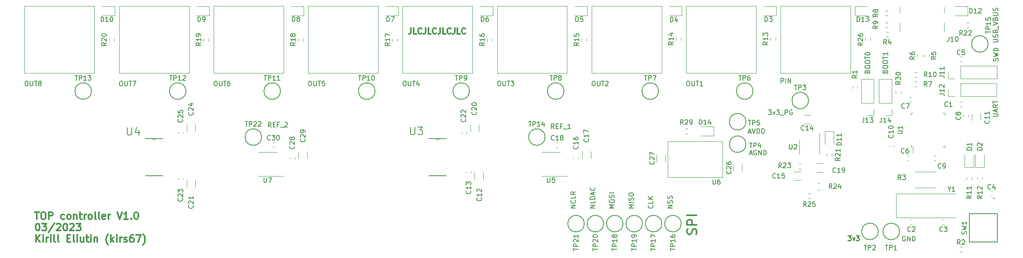
<source format=gbr>
%TF.GenerationSoftware,KiCad,Pcbnew,7.0.1*%
%TF.CreationDate,2023-03-28T04:51:35+03:00*%
%TF.ProjectId,top_controller,746f705f-636f-46e7-9472-6f6c6c65722e,rev?*%
%TF.SameCoordinates,Original*%
%TF.FileFunction,Legend,Top*%
%TF.FilePolarity,Positive*%
%FSLAX46Y46*%
G04 Gerber Fmt 4.6, Leading zero omitted, Abs format (unit mm)*
G04 Created by KiCad (PCBNEW 7.0.1) date 2023-03-28 04:51:35*
%MOMM*%
%LPD*%
G01*
G04 APERTURE LIST*
%ADD10C,0.300000*%
%ADD11C,0.200000*%
%ADD12C,0.250000*%
%ADD13C,0.375000*%
%ADD14C,0.153000*%
%ADD15C,0.120000*%
%ADD16C,0.152400*%
%ADD17C,0.100000*%
%ADD18C,0.150000*%
%ADD19C,0.127000*%
G04 APERTURE END LIST*
D10*
X114378571Y-35653142D02*
X114378571Y-36510285D01*
X114378571Y-36510285D02*
X114321428Y-36681714D01*
X114321428Y-36681714D02*
X114207142Y-36796000D01*
X114207142Y-36796000D02*
X114035714Y-36853142D01*
X114035714Y-36853142D02*
X113921428Y-36853142D01*
X115521428Y-36853142D02*
X114950000Y-36853142D01*
X114950000Y-36853142D02*
X114950000Y-35653142D01*
X116607143Y-36738857D02*
X116550000Y-36796000D01*
X116550000Y-36796000D02*
X116378572Y-36853142D01*
X116378572Y-36853142D02*
X116264286Y-36853142D01*
X116264286Y-36853142D02*
X116092857Y-36796000D01*
X116092857Y-36796000D02*
X115978572Y-36681714D01*
X115978572Y-36681714D02*
X115921429Y-36567428D01*
X115921429Y-36567428D02*
X115864286Y-36338857D01*
X115864286Y-36338857D02*
X115864286Y-36167428D01*
X115864286Y-36167428D02*
X115921429Y-35938857D01*
X115921429Y-35938857D02*
X115978572Y-35824571D01*
X115978572Y-35824571D02*
X116092857Y-35710285D01*
X116092857Y-35710285D02*
X116264286Y-35653142D01*
X116264286Y-35653142D02*
X116378572Y-35653142D01*
X116378572Y-35653142D02*
X116550000Y-35710285D01*
X116550000Y-35710285D02*
X116607143Y-35767428D01*
X117464286Y-35653142D02*
X117464286Y-36510285D01*
X117464286Y-36510285D02*
X117407143Y-36681714D01*
X117407143Y-36681714D02*
X117292857Y-36796000D01*
X117292857Y-36796000D02*
X117121429Y-36853142D01*
X117121429Y-36853142D02*
X117007143Y-36853142D01*
X118607143Y-36853142D02*
X118035715Y-36853142D01*
X118035715Y-36853142D02*
X118035715Y-35653142D01*
X119692858Y-36738857D02*
X119635715Y-36796000D01*
X119635715Y-36796000D02*
X119464287Y-36853142D01*
X119464287Y-36853142D02*
X119350001Y-36853142D01*
X119350001Y-36853142D02*
X119178572Y-36796000D01*
X119178572Y-36796000D02*
X119064287Y-36681714D01*
X119064287Y-36681714D02*
X119007144Y-36567428D01*
X119007144Y-36567428D02*
X118950001Y-36338857D01*
X118950001Y-36338857D02*
X118950001Y-36167428D01*
X118950001Y-36167428D02*
X119007144Y-35938857D01*
X119007144Y-35938857D02*
X119064287Y-35824571D01*
X119064287Y-35824571D02*
X119178572Y-35710285D01*
X119178572Y-35710285D02*
X119350001Y-35653142D01*
X119350001Y-35653142D02*
X119464287Y-35653142D01*
X119464287Y-35653142D02*
X119635715Y-35710285D01*
X119635715Y-35710285D02*
X119692858Y-35767428D01*
X120550001Y-35653142D02*
X120550001Y-36510285D01*
X120550001Y-36510285D02*
X120492858Y-36681714D01*
X120492858Y-36681714D02*
X120378572Y-36796000D01*
X120378572Y-36796000D02*
X120207144Y-36853142D01*
X120207144Y-36853142D02*
X120092858Y-36853142D01*
X121692858Y-36853142D02*
X121121430Y-36853142D01*
X121121430Y-36853142D02*
X121121430Y-35653142D01*
X122778573Y-36738857D02*
X122721430Y-36796000D01*
X122721430Y-36796000D02*
X122550002Y-36853142D01*
X122550002Y-36853142D02*
X122435716Y-36853142D01*
X122435716Y-36853142D02*
X122264287Y-36796000D01*
X122264287Y-36796000D02*
X122150002Y-36681714D01*
X122150002Y-36681714D02*
X122092859Y-36567428D01*
X122092859Y-36567428D02*
X122035716Y-36338857D01*
X122035716Y-36338857D02*
X122035716Y-36167428D01*
X122035716Y-36167428D02*
X122092859Y-35938857D01*
X122092859Y-35938857D02*
X122150002Y-35824571D01*
X122150002Y-35824571D02*
X122264287Y-35710285D01*
X122264287Y-35710285D02*
X122435716Y-35653142D01*
X122435716Y-35653142D02*
X122550002Y-35653142D01*
X122550002Y-35653142D02*
X122721430Y-35710285D01*
X122721430Y-35710285D02*
X122778573Y-35767428D01*
X123635716Y-35653142D02*
X123635716Y-36510285D01*
X123635716Y-36510285D02*
X123578573Y-36681714D01*
X123578573Y-36681714D02*
X123464287Y-36796000D01*
X123464287Y-36796000D02*
X123292859Y-36853142D01*
X123292859Y-36853142D02*
X123178573Y-36853142D01*
X124778573Y-36853142D02*
X124207145Y-36853142D01*
X124207145Y-36853142D02*
X124207145Y-35653142D01*
X125864288Y-36738857D02*
X125807145Y-36796000D01*
X125807145Y-36796000D02*
X125635717Y-36853142D01*
X125635717Y-36853142D02*
X125521431Y-36853142D01*
X125521431Y-36853142D02*
X125350002Y-36796000D01*
X125350002Y-36796000D02*
X125235717Y-36681714D01*
X125235717Y-36681714D02*
X125178574Y-36567428D01*
X125178574Y-36567428D02*
X125121431Y-36338857D01*
X125121431Y-36338857D02*
X125121431Y-36167428D01*
X125121431Y-36167428D02*
X125178574Y-35938857D01*
X125178574Y-35938857D02*
X125235717Y-35824571D01*
X125235717Y-35824571D02*
X125350002Y-35710285D01*
X125350002Y-35710285D02*
X125521431Y-35653142D01*
X125521431Y-35653142D02*
X125635717Y-35653142D01*
X125635717Y-35653142D02*
X125807145Y-35710285D01*
X125807145Y-35710285D02*
X125864288Y-35767428D01*
D11*
X52928571Y-46877619D02*
X53119047Y-46877619D01*
X53119047Y-46877619D02*
X53214285Y-46925238D01*
X53214285Y-46925238D02*
X53309523Y-47020476D01*
X53309523Y-47020476D02*
X53357142Y-47210952D01*
X53357142Y-47210952D02*
X53357142Y-47544285D01*
X53357142Y-47544285D02*
X53309523Y-47734761D01*
X53309523Y-47734761D02*
X53214285Y-47830000D01*
X53214285Y-47830000D02*
X53119047Y-47877619D01*
X53119047Y-47877619D02*
X52928571Y-47877619D01*
X52928571Y-47877619D02*
X52833333Y-47830000D01*
X52833333Y-47830000D02*
X52738095Y-47734761D01*
X52738095Y-47734761D02*
X52690476Y-47544285D01*
X52690476Y-47544285D02*
X52690476Y-47210952D01*
X52690476Y-47210952D02*
X52738095Y-47020476D01*
X52738095Y-47020476D02*
X52833333Y-46925238D01*
X52833333Y-46925238D02*
X52928571Y-46877619D01*
X53785714Y-46877619D02*
X53785714Y-47687142D01*
X53785714Y-47687142D02*
X53833333Y-47782380D01*
X53833333Y-47782380D02*
X53880952Y-47830000D01*
X53880952Y-47830000D02*
X53976190Y-47877619D01*
X53976190Y-47877619D02*
X54166666Y-47877619D01*
X54166666Y-47877619D02*
X54261904Y-47830000D01*
X54261904Y-47830000D02*
X54309523Y-47782380D01*
X54309523Y-47782380D02*
X54357142Y-47687142D01*
X54357142Y-47687142D02*
X54357142Y-46877619D01*
X54690476Y-46877619D02*
X55261904Y-46877619D01*
X54976190Y-47877619D02*
X54976190Y-46877619D01*
X55500000Y-46877619D02*
X56166666Y-46877619D01*
X56166666Y-46877619D02*
X55738095Y-47877619D01*
X152928571Y-46877619D02*
X153119047Y-46877619D01*
X153119047Y-46877619D02*
X153214285Y-46925238D01*
X153214285Y-46925238D02*
X153309523Y-47020476D01*
X153309523Y-47020476D02*
X153357142Y-47210952D01*
X153357142Y-47210952D02*
X153357142Y-47544285D01*
X153357142Y-47544285D02*
X153309523Y-47734761D01*
X153309523Y-47734761D02*
X153214285Y-47830000D01*
X153214285Y-47830000D02*
X153119047Y-47877619D01*
X153119047Y-47877619D02*
X152928571Y-47877619D01*
X152928571Y-47877619D02*
X152833333Y-47830000D01*
X152833333Y-47830000D02*
X152738095Y-47734761D01*
X152738095Y-47734761D02*
X152690476Y-47544285D01*
X152690476Y-47544285D02*
X152690476Y-47210952D01*
X152690476Y-47210952D02*
X152738095Y-47020476D01*
X152738095Y-47020476D02*
X152833333Y-46925238D01*
X152833333Y-46925238D02*
X152928571Y-46877619D01*
X153785714Y-46877619D02*
X153785714Y-47687142D01*
X153785714Y-47687142D02*
X153833333Y-47782380D01*
X153833333Y-47782380D02*
X153880952Y-47830000D01*
X153880952Y-47830000D02*
X153976190Y-47877619D01*
X153976190Y-47877619D02*
X154166666Y-47877619D01*
X154166666Y-47877619D02*
X154261904Y-47830000D01*
X154261904Y-47830000D02*
X154309523Y-47782380D01*
X154309523Y-47782380D02*
X154357142Y-47687142D01*
X154357142Y-47687142D02*
X154357142Y-46877619D01*
X154690476Y-46877619D02*
X155261904Y-46877619D01*
X154976190Y-47877619D02*
X154976190Y-46877619D01*
X155547619Y-46972857D02*
X155595238Y-46925238D01*
X155595238Y-46925238D02*
X155690476Y-46877619D01*
X155690476Y-46877619D02*
X155928571Y-46877619D01*
X155928571Y-46877619D02*
X156023809Y-46925238D01*
X156023809Y-46925238D02*
X156071428Y-46972857D01*
X156071428Y-46972857D02*
X156119047Y-47068095D01*
X156119047Y-47068095D02*
X156119047Y-47163333D01*
X156119047Y-47163333D02*
X156071428Y-47306190D01*
X156071428Y-47306190D02*
X155500000Y-47877619D01*
X155500000Y-47877619D02*
X156119047Y-47877619D01*
X132928571Y-46877619D02*
X133119047Y-46877619D01*
X133119047Y-46877619D02*
X133214285Y-46925238D01*
X133214285Y-46925238D02*
X133309523Y-47020476D01*
X133309523Y-47020476D02*
X133357142Y-47210952D01*
X133357142Y-47210952D02*
X133357142Y-47544285D01*
X133357142Y-47544285D02*
X133309523Y-47734761D01*
X133309523Y-47734761D02*
X133214285Y-47830000D01*
X133214285Y-47830000D02*
X133119047Y-47877619D01*
X133119047Y-47877619D02*
X132928571Y-47877619D01*
X132928571Y-47877619D02*
X132833333Y-47830000D01*
X132833333Y-47830000D02*
X132738095Y-47734761D01*
X132738095Y-47734761D02*
X132690476Y-47544285D01*
X132690476Y-47544285D02*
X132690476Y-47210952D01*
X132690476Y-47210952D02*
X132738095Y-47020476D01*
X132738095Y-47020476D02*
X132833333Y-46925238D01*
X132833333Y-46925238D02*
X132928571Y-46877619D01*
X133785714Y-46877619D02*
X133785714Y-47687142D01*
X133785714Y-47687142D02*
X133833333Y-47782380D01*
X133833333Y-47782380D02*
X133880952Y-47830000D01*
X133880952Y-47830000D02*
X133976190Y-47877619D01*
X133976190Y-47877619D02*
X134166666Y-47877619D01*
X134166666Y-47877619D02*
X134261904Y-47830000D01*
X134261904Y-47830000D02*
X134309523Y-47782380D01*
X134309523Y-47782380D02*
X134357142Y-47687142D01*
X134357142Y-47687142D02*
X134357142Y-46877619D01*
X134690476Y-46877619D02*
X135261904Y-46877619D01*
X134976190Y-47877619D02*
X134976190Y-46877619D01*
X135500000Y-46877619D02*
X136119047Y-46877619D01*
X136119047Y-46877619D02*
X135785714Y-47258571D01*
X135785714Y-47258571D02*
X135928571Y-47258571D01*
X135928571Y-47258571D02*
X136023809Y-47306190D01*
X136023809Y-47306190D02*
X136071428Y-47353809D01*
X136071428Y-47353809D02*
X136119047Y-47449047D01*
X136119047Y-47449047D02*
X136119047Y-47687142D01*
X136119047Y-47687142D02*
X136071428Y-47782380D01*
X136071428Y-47782380D02*
X136023809Y-47830000D01*
X136023809Y-47830000D02*
X135928571Y-47877619D01*
X135928571Y-47877619D02*
X135642857Y-47877619D01*
X135642857Y-47877619D02*
X135547619Y-47830000D01*
X135547619Y-47830000D02*
X135500000Y-47782380D01*
X112928571Y-46877619D02*
X113119047Y-46877619D01*
X113119047Y-46877619D02*
X113214285Y-46925238D01*
X113214285Y-46925238D02*
X113309523Y-47020476D01*
X113309523Y-47020476D02*
X113357142Y-47210952D01*
X113357142Y-47210952D02*
X113357142Y-47544285D01*
X113357142Y-47544285D02*
X113309523Y-47734761D01*
X113309523Y-47734761D02*
X113214285Y-47830000D01*
X113214285Y-47830000D02*
X113119047Y-47877619D01*
X113119047Y-47877619D02*
X112928571Y-47877619D01*
X112928571Y-47877619D02*
X112833333Y-47830000D01*
X112833333Y-47830000D02*
X112738095Y-47734761D01*
X112738095Y-47734761D02*
X112690476Y-47544285D01*
X112690476Y-47544285D02*
X112690476Y-47210952D01*
X112690476Y-47210952D02*
X112738095Y-47020476D01*
X112738095Y-47020476D02*
X112833333Y-46925238D01*
X112833333Y-46925238D02*
X112928571Y-46877619D01*
X113785714Y-46877619D02*
X113785714Y-47687142D01*
X113785714Y-47687142D02*
X113833333Y-47782380D01*
X113833333Y-47782380D02*
X113880952Y-47830000D01*
X113880952Y-47830000D02*
X113976190Y-47877619D01*
X113976190Y-47877619D02*
X114166666Y-47877619D01*
X114166666Y-47877619D02*
X114261904Y-47830000D01*
X114261904Y-47830000D02*
X114309523Y-47782380D01*
X114309523Y-47782380D02*
X114357142Y-47687142D01*
X114357142Y-47687142D02*
X114357142Y-46877619D01*
X114690476Y-46877619D02*
X115261904Y-46877619D01*
X114976190Y-47877619D02*
X114976190Y-46877619D01*
X116023809Y-47210952D02*
X116023809Y-47877619D01*
X115785714Y-46830000D02*
X115547619Y-47544285D01*
X115547619Y-47544285D02*
X116166666Y-47544285D01*
X238580000Y-42609523D02*
X238627619Y-42466666D01*
X238627619Y-42466666D02*
X238627619Y-42228571D01*
X238627619Y-42228571D02*
X238580000Y-42133333D01*
X238580000Y-42133333D02*
X238532380Y-42085714D01*
X238532380Y-42085714D02*
X238437142Y-42038095D01*
X238437142Y-42038095D02*
X238341904Y-42038095D01*
X238341904Y-42038095D02*
X238246666Y-42085714D01*
X238246666Y-42085714D02*
X238199047Y-42133333D01*
X238199047Y-42133333D02*
X238151428Y-42228571D01*
X238151428Y-42228571D02*
X238103809Y-42419047D01*
X238103809Y-42419047D02*
X238056190Y-42514285D01*
X238056190Y-42514285D02*
X238008571Y-42561904D01*
X238008571Y-42561904D02*
X237913333Y-42609523D01*
X237913333Y-42609523D02*
X237818095Y-42609523D01*
X237818095Y-42609523D02*
X237722857Y-42561904D01*
X237722857Y-42561904D02*
X237675238Y-42514285D01*
X237675238Y-42514285D02*
X237627619Y-42419047D01*
X237627619Y-42419047D02*
X237627619Y-42180952D01*
X237627619Y-42180952D02*
X237675238Y-42038095D01*
X237627619Y-41704761D02*
X238627619Y-41466666D01*
X238627619Y-41466666D02*
X237913333Y-41276190D01*
X237913333Y-41276190D02*
X238627619Y-41085714D01*
X238627619Y-41085714D02*
X237627619Y-40847619D01*
X238627619Y-40466666D02*
X237627619Y-40466666D01*
X237627619Y-40466666D02*
X237627619Y-40228571D01*
X237627619Y-40228571D02*
X237675238Y-40085714D01*
X237675238Y-40085714D02*
X237770476Y-39990476D01*
X237770476Y-39990476D02*
X237865714Y-39942857D01*
X237865714Y-39942857D02*
X238056190Y-39895238D01*
X238056190Y-39895238D02*
X238199047Y-39895238D01*
X238199047Y-39895238D02*
X238389523Y-39942857D01*
X238389523Y-39942857D02*
X238484761Y-39990476D01*
X238484761Y-39990476D02*
X238580000Y-40085714D01*
X238580000Y-40085714D02*
X238627619Y-40228571D01*
X238627619Y-40228571D02*
X238627619Y-40466666D01*
X214703809Y-44828571D02*
X214751428Y-44685714D01*
X214751428Y-44685714D02*
X214799047Y-44638095D01*
X214799047Y-44638095D02*
X214894285Y-44590476D01*
X214894285Y-44590476D02*
X215037142Y-44590476D01*
X215037142Y-44590476D02*
X215132380Y-44638095D01*
X215132380Y-44638095D02*
X215180000Y-44685714D01*
X215180000Y-44685714D02*
X215227619Y-44780952D01*
X215227619Y-44780952D02*
X215227619Y-45161904D01*
X215227619Y-45161904D02*
X214227619Y-45161904D01*
X214227619Y-45161904D02*
X214227619Y-44828571D01*
X214227619Y-44828571D02*
X214275238Y-44733333D01*
X214275238Y-44733333D02*
X214322857Y-44685714D01*
X214322857Y-44685714D02*
X214418095Y-44638095D01*
X214418095Y-44638095D02*
X214513333Y-44638095D01*
X214513333Y-44638095D02*
X214608571Y-44685714D01*
X214608571Y-44685714D02*
X214656190Y-44733333D01*
X214656190Y-44733333D02*
X214703809Y-44828571D01*
X214703809Y-44828571D02*
X214703809Y-45161904D01*
X214227619Y-43971428D02*
X214227619Y-43780952D01*
X214227619Y-43780952D02*
X214275238Y-43685714D01*
X214275238Y-43685714D02*
X214370476Y-43590476D01*
X214370476Y-43590476D02*
X214560952Y-43542857D01*
X214560952Y-43542857D02*
X214894285Y-43542857D01*
X214894285Y-43542857D02*
X215084761Y-43590476D01*
X215084761Y-43590476D02*
X215180000Y-43685714D01*
X215180000Y-43685714D02*
X215227619Y-43780952D01*
X215227619Y-43780952D02*
X215227619Y-43971428D01*
X215227619Y-43971428D02*
X215180000Y-44066666D01*
X215180000Y-44066666D02*
X215084761Y-44161904D01*
X215084761Y-44161904D02*
X214894285Y-44209523D01*
X214894285Y-44209523D02*
X214560952Y-44209523D01*
X214560952Y-44209523D02*
X214370476Y-44161904D01*
X214370476Y-44161904D02*
X214275238Y-44066666D01*
X214275238Y-44066666D02*
X214227619Y-43971428D01*
X214227619Y-42923809D02*
X214227619Y-42733333D01*
X214227619Y-42733333D02*
X214275238Y-42638095D01*
X214275238Y-42638095D02*
X214370476Y-42542857D01*
X214370476Y-42542857D02*
X214560952Y-42495238D01*
X214560952Y-42495238D02*
X214894285Y-42495238D01*
X214894285Y-42495238D02*
X215084761Y-42542857D01*
X215084761Y-42542857D02*
X215180000Y-42638095D01*
X215180000Y-42638095D02*
X215227619Y-42733333D01*
X215227619Y-42733333D02*
X215227619Y-42923809D01*
X215227619Y-42923809D02*
X215180000Y-43019047D01*
X215180000Y-43019047D02*
X215084761Y-43114285D01*
X215084761Y-43114285D02*
X214894285Y-43161904D01*
X214894285Y-43161904D02*
X214560952Y-43161904D01*
X214560952Y-43161904D02*
X214370476Y-43114285D01*
X214370476Y-43114285D02*
X214275238Y-43019047D01*
X214275238Y-43019047D02*
X214227619Y-42923809D01*
X214227619Y-42209523D02*
X214227619Y-41638095D01*
X215227619Y-41923809D02*
X214227619Y-41923809D01*
X215227619Y-40780952D02*
X215227619Y-41352380D01*
X215227619Y-41066666D02*
X214227619Y-41066666D01*
X214227619Y-41066666D02*
X214370476Y-41161904D01*
X214370476Y-41161904D02*
X214465714Y-41257142D01*
X214465714Y-41257142D02*
X214513333Y-41352380D01*
X32928571Y-46877619D02*
X33119047Y-46877619D01*
X33119047Y-46877619D02*
X33214285Y-46925238D01*
X33214285Y-46925238D02*
X33309523Y-47020476D01*
X33309523Y-47020476D02*
X33357142Y-47210952D01*
X33357142Y-47210952D02*
X33357142Y-47544285D01*
X33357142Y-47544285D02*
X33309523Y-47734761D01*
X33309523Y-47734761D02*
X33214285Y-47830000D01*
X33214285Y-47830000D02*
X33119047Y-47877619D01*
X33119047Y-47877619D02*
X32928571Y-47877619D01*
X32928571Y-47877619D02*
X32833333Y-47830000D01*
X32833333Y-47830000D02*
X32738095Y-47734761D01*
X32738095Y-47734761D02*
X32690476Y-47544285D01*
X32690476Y-47544285D02*
X32690476Y-47210952D01*
X32690476Y-47210952D02*
X32738095Y-47020476D01*
X32738095Y-47020476D02*
X32833333Y-46925238D01*
X32833333Y-46925238D02*
X32928571Y-46877619D01*
X33785714Y-46877619D02*
X33785714Y-47687142D01*
X33785714Y-47687142D02*
X33833333Y-47782380D01*
X33833333Y-47782380D02*
X33880952Y-47830000D01*
X33880952Y-47830000D02*
X33976190Y-47877619D01*
X33976190Y-47877619D02*
X34166666Y-47877619D01*
X34166666Y-47877619D02*
X34261904Y-47830000D01*
X34261904Y-47830000D02*
X34309523Y-47782380D01*
X34309523Y-47782380D02*
X34357142Y-47687142D01*
X34357142Y-47687142D02*
X34357142Y-46877619D01*
X34690476Y-46877619D02*
X35261904Y-46877619D01*
X34976190Y-47877619D02*
X34976190Y-46877619D01*
X35738095Y-47306190D02*
X35642857Y-47258571D01*
X35642857Y-47258571D02*
X35595238Y-47210952D01*
X35595238Y-47210952D02*
X35547619Y-47115714D01*
X35547619Y-47115714D02*
X35547619Y-47068095D01*
X35547619Y-47068095D02*
X35595238Y-46972857D01*
X35595238Y-46972857D02*
X35642857Y-46925238D01*
X35642857Y-46925238D02*
X35738095Y-46877619D01*
X35738095Y-46877619D02*
X35928571Y-46877619D01*
X35928571Y-46877619D02*
X36023809Y-46925238D01*
X36023809Y-46925238D02*
X36071428Y-46972857D01*
X36071428Y-46972857D02*
X36119047Y-47068095D01*
X36119047Y-47068095D02*
X36119047Y-47115714D01*
X36119047Y-47115714D02*
X36071428Y-47210952D01*
X36071428Y-47210952D02*
X36023809Y-47258571D01*
X36023809Y-47258571D02*
X35928571Y-47306190D01*
X35928571Y-47306190D02*
X35738095Y-47306190D01*
X35738095Y-47306190D02*
X35642857Y-47353809D01*
X35642857Y-47353809D02*
X35595238Y-47401428D01*
X35595238Y-47401428D02*
X35547619Y-47496666D01*
X35547619Y-47496666D02*
X35547619Y-47687142D01*
X35547619Y-47687142D02*
X35595238Y-47782380D01*
X35595238Y-47782380D02*
X35642857Y-47830000D01*
X35642857Y-47830000D02*
X35738095Y-47877619D01*
X35738095Y-47877619D02*
X35928571Y-47877619D01*
X35928571Y-47877619D02*
X36023809Y-47830000D01*
X36023809Y-47830000D02*
X36071428Y-47782380D01*
X36071428Y-47782380D02*
X36119047Y-47687142D01*
X36119047Y-47687142D02*
X36119047Y-47496666D01*
X36119047Y-47496666D02*
X36071428Y-47401428D01*
X36071428Y-47401428D02*
X36023809Y-47353809D01*
X36023809Y-47353809D02*
X35928571Y-47306190D01*
X92928571Y-46877619D02*
X93119047Y-46877619D01*
X93119047Y-46877619D02*
X93214285Y-46925238D01*
X93214285Y-46925238D02*
X93309523Y-47020476D01*
X93309523Y-47020476D02*
X93357142Y-47210952D01*
X93357142Y-47210952D02*
X93357142Y-47544285D01*
X93357142Y-47544285D02*
X93309523Y-47734761D01*
X93309523Y-47734761D02*
X93214285Y-47830000D01*
X93214285Y-47830000D02*
X93119047Y-47877619D01*
X93119047Y-47877619D02*
X92928571Y-47877619D01*
X92928571Y-47877619D02*
X92833333Y-47830000D01*
X92833333Y-47830000D02*
X92738095Y-47734761D01*
X92738095Y-47734761D02*
X92690476Y-47544285D01*
X92690476Y-47544285D02*
X92690476Y-47210952D01*
X92690476Y-47210952D02*
X92738095Y-47020476D01*
X92738095Y-47020476D02*
X92833333Y-46925238D01*
X92833333Y-46925238D02*
X92928571Y-46877619D01*
X93785714Y-46877619D02*
X93785714Y-47687142D01*
X93785714Y-47687142D02*
X93833333Y-47782380D01*
X93833333Y-47782380D02*
X93880952Y-47830000D01*
X93880952Y-47830000D02*
X93976190Y-47877619D01*
X93976190Y-47877619D02*
X94166666Y-47877619D01*
X94166666Y-47877619D02*
X94261904Y-47830000D01*
X94261904Y-47830000D02*
X94309523Y-47782380D01*
X94309523Y-47782380D02*
X94357142Y-47687142D01*
X94357142Y-47687142D02*
X94357142Y-46877619D01*
X94690476Y-46877619D02*
X95261904Y-46877619D01*
X94976190Y-47877619D02*
X94976190Y-46877619D01*
X96071428Y-46877619D02*
X95595238Y-46877619D01*
X95595238Y-46877619D02*
X95547619Y-47353809D01*
X95547619Y-47353809D02*
X95595238Y-47306190D01*
X95595238Y-47306190D02*
X95690476Y-47258571D01*
X95690476Y-47258571D02*
X95928571Y-47258571D01*
X95928571Y-47258571D02*
X96023809Y-47306190D01*
X96023809Y-47306190D02*
X96071428Y-47353809D01*
X96071428Y-47353809D02*
X96119047Y-47449047D01*
X96119047Y-47449047D02*
X96119047Y-47687142D01*
X96119047Y-47687142D02*
X96071428Y-47782380D01*
X96071428Y-47782380D02*
X96023809Y-47830000D01*
X96023809Y-47830000D02*
X95928571Y-47877619D01*
X95928571Y-47877619D02*
X95690476Y-47877619D01*
X95690476Y-47877619D02*
X95595238Y-47830000D01*
X95595238Y-47830000D02*
X95547619Y-47782380D01*
X153277619Y-73761904D02*
X152277619Y-73761904D01*
X152277619Y-73761904D02*
X153277619Y-73190476D01*
X153277619Y-73190476D02*
X152277619Y-73190476D01*
X153277619Y-72238095D02*
X153277619Y-72714285D01*
X153277619Y-72714285D02*
X152277619Y-72714285D01*
X153277619Y-71904761D02*
X152277619Y-71904761D01*
X152277619Y-71904761D02*
X152277619Y-71666666D01*
X152277619Y-71666666D02*
X152325238Y-71523809D01*
X152325238Y-71523809D02*
X152420476Y-71428571D01*
X152420476Y-71428571D02*
X152515714Y-71380952D01*
X152515714Y-71380952D02*
X152706190Y-71333333D01*
X152706190Y-71333333D02*
X152849047Y-71333333D01*
X152849047Y-71333333D02*
X153039523Y-71380952D01*
X153039523Y-71380952D02*
X153134761Y-71428571D01*
X153134761Y-71428571D02*
X153230000Y-71523809D01*
X153230000Y-71523809D02*
X153277619Y-71666666D01*
X153277619Y-71666666D02*
X153277619Y-71904761D01*
X152991904Y-70952380D02*
X152991904Y-70476190D01*
X153277619Y-71047618D02*
X152277619Y-70714285D01*
X152277619Y-70714285D02*
X153277619Y-70380952D01*
X153182380Y-69476190D02*
X153230000Y-69523809D01*
X153230000Y-69523809D02*
X153277619Y-69666666D01*
X153277619Y-69666666D02*
X153277619Y-69761904D01*
X153277619Y-69761904D02*
X153230000Y-69904761D01*
X153230000Y-69904761D02*
X153134761Y-69999999D01*
X153134761Y-69999999D02*
X153039523Y-70047618D01*
X153039523Y-70047618D02*
X152849047Y-70095237D01*
X152849047Y-70095237D02*
X152706190Y-70095237D01*
X152706190Y-70095237D02*
X152515714Y-70047618D01*
X152515714Y-70047618D02*
X152420476Y-69999999D01*
X152420476Y-69999999D02*
X152325238Y-69904761D01*
X152325238Y-69904761D02*
X152277619Y-69761904D01*
X152277619Y-69761904D02*
X152277619Y-69666666D01*
X152277619Y-69666666D02*
X152325238Y-69523809D01*
X152325238Y-69523809D02*
X152372857Y-69476190D01*
X185840476Y-57691904D02*
X186316666Y-57691904D01*
X185745238Y-57977619D02*
X186078571Y-56977619D01*
X186078571Y-56977619D02*
X186411904Y-57977619D01*
X186602381Y-56977619D02*
X186935714Y-57977619D01*
X186935714Y-57977619D02*
X187269047Y-56977619D01*
X187602381Y-57977619D02*
X187602381Y-56977619D01*
X187602381Y-56977619D02*
X187840476Y-56977619D01*
X187840476Y-56977619D02*
X187983333Y-57025238D01*
X187983333Y-57025238D02*
X188078571Y-57120476D01*
X188078571Y-57120476D02*
X188126190Y-57215714D01*
X188126190Y-57215714D02*
X188173809Y-57406190D01*
X188173809Y-57406190D02*
X188173809Y-57549047D01*
X188173809Y-57549047D02*
X188126190Y-57739523D01*
X188126190Y-57739523D02*
X188078571Y-57834761D01*
X188078571Y-57834761D02*
X187983333Y-57930000D01*
X187983333Y-57930000D02*
X187840476Y-57977619D01*
X187840476Y-57977619D02*
X187602381Y-57977619D01*
X188602381Y-57977619D02*
X188602381Y-56977619D01*
X188602381Y-56977619D02*
X188840476Y-56977619D01*
X188840476Y-56977619D02*
X188983333Y-57025238D01*
X188983333Y-57025238D02*
X189078571Y-57120476D01*
X189078571Y-57120476D02*
X189126190Y-57215714D01*
X189126190Y-57215714D02*
X189173809Y-57406190D01*
X189173809Y-57406190D02*
X189173809Y-57549047D01*
X189173809Y-57549047D02*
X189126190Y-57739523D01*
X189126190Y-57739523D02*
X189078571Y-57834761D01*
X189078571Y-57834761D02*
X188983333Y-57930000D01*
X188983333Y-57930000D02*
X188840476Y-57977619D01*
X188840476Y-57977619D02*
X188602381Y-57977619D01*
X165482380Y-73190476D02*
X165530000Y-73238095D01*
X165530000Y-73238095D02*
X165577619Y-73380952D01*
X165577619Y-73380952D02*
X165577619Y-73476190D01*
X165577619Y-73476190D02*
X165530000Y-73619047D01*
X165530000Y-73619047D02*
X165434761Y-73714285D01*
X165434761Y-73714285D02*
X165339523Y-73761904D01*
X165339523Y-73761904D02*
X165149047Y-73809523D01*
X165149047Y-73809523D02*
X165006190Y-73809523D01*
X165006190Y-73809523D02*
X164815714Y-73761904D01*
X164815714Y-73761904D02*
X164720476Y-73714285D01*
X164720476Y-73714285D02*
X164625238Y-73619047D01*
X164625238Y-73619047D02*
X164577619Y-73476190D01*
X164577619Y-73476190D02*
X164577619Y-73380952D01*
X164577619Y-73380952D02*
X164625238Y-73238095D01*
X164625238Y-73238095D02*
X164672857Y-73190476D01*
X165577619Y-72285714D02*
X165577619Y-72761904D01*
X165577619Y-72761904D02*
X164577619Y-72761904D01*
X165577619Y-71952380D02*
X164577619Y-71952380D01*
X165577619Y-71380952D02*
X165006190Y-71809523D01*
X164577619Y-71380952D02*
X165149047Y-71952380D01*
D12*
X206842857Y-79677619D02*
X207461904Y-79677619D01*
X207461904Y-79677619D02*
X207128571Y-80058571D01*
X207128571Y-80058571D02*
X207271428Y-80058571D01*
X207271428Y-80058571D02*
X207366666Y-80106190D01*
X207366666Y-80106190D02*
X207414285Y-80153809D01*
X207414285Y-80153809D02*
X207461904Y-80249047D01*
X207461904Y-80249047D02*
X207461904Y-80487142D01*
X207461904Y-80487142D02*
X207414285Y-80582380D01*
X207414285Y-80582380D02*
X207366666Y-80630000D01*
X207366666Y-80630000D02*
X207271428Y-80677619D01*
X207271428Y-80677619D02*
X206985714Y-80677619D01*
X206985714Y-80677619D02*
X206890476Y-80630000D01*
X206890476Y-80630000D02*
X206842857Y-80582380D01*
X207795238Y-80010952D02*
X208033333Y-80677619D01*
X208033333Y-80677619D02*
X208271428Y-80010952D01*
X208557143Y-79677619D02*
X209176190Y-79677619D01*
X209176190Y-79677619D02*
X208842857Y-80058571D01*
X208842857Y-80058571D02*
X208985714Y-80058571D01*
X208985714Y-80058571D02*
X209080952Y-80106190D01*
X209080952Y-80106190D02*
X209128571Y-80153809D01*
X209128571Y-80153809D02*
X209176190Y-80249047D01*
X209176190Y-80249047D02*
X209176190Y-80487142D01*
X209176190Y-80487142D02*
X209128571Y-80582380D01*
X209128571Y-80582380D02*
X209080952Y-80630000D01*
X209080952Y-80630000D02*
X208985714Y-80677619D01*
X208985714Y-80677619D02*
X208700000Y-80677619D01*
X208700000Y-80677619D02*
X208604762Y-80630000D01*
X208604762Y-80630000D02*
X208557143Y-80582380D01*
D11*
X172928571Y-46877619D02*
X173119047Y-46877619D01*
X173119047Y-46877619D02*
X173214285Y-46925238D01*
X173214285Y-46925238D02*
X173309523Y-47020476D01*
X173309523Y-47020476D02*
X173357142Y-47210952D01*
X173357142Y-47210952D02*
X173357142Y-47544285D01*
X173357142Y-47544285D02*
X173309523Y-47734761D01*
X173309523Y-47734761D02*
X173214285Y-47830000D01*
X173214285Y-47830000D02*
X173119047Y-47877619D01*
X173119047Y-47877619D02*
X172928571Y-47877619D01*
X172928571Y-47877619D02*
X172833333Y-47830000D01*
X172833333Y-47830000D02*
X172738095Y-47734761D01*
X172738095Y-47734761D02*
X172690476Y-47544285D01*
X172690476Y-47544285D02*
X172690476Y-47210952D01*
X172690476Y-47210952D02*
X172738095Y-47020476D01*
X172738095Y-47020476D02*
X172833333Y-46925238D01*
X172833333Y-46925238D02*
X172928571Y-46877619D01*
X173785714Y-46877619D02*
X173785714Y-47687142D01*
X173785714Y-47687142D02*
X173833333Y-47782380D01*
X173833333Y-47782380D02*
X173880952Y-47830000D01*
X173880952Y-47830000D02*
X173976190Y-47877619D01*
X173976190Y-47877619D02*
X174166666Y-47877619D01*
X174166666Y-47877619D02*
X174261904Y-47830000D01*
X174261904Y-47830000D02*
X174309523Y-47782380D01*
X174309523Y-47782380D02*
X174357142Y-47687142D01*
X174357142Y-47687142D02*
X174357142Y-46877619D01*
X174690476Y-46877619D02*
X175261904Y-46877619D01*
X174976190Y-47877619D02*
X174976190Y-46877619D01*
X176119047Y-47877619D02*
X175547619Y-47877619D01*
X175833333Y-47877619D02*
X175833333Y-46877619D01*
X175833333Y-46877619D02*
X175738095Y-47020476D01*
X175738095Y-47020476D02*
X175642857Y-47115714D01*
X175642857Y-47115714D02*
X175547619Y-47163333D01*
X210953809Y-44828571D02*
X211001428Y-44685714D01*
X211001428Y-44685714D02*
X211049047Y-44638095D01*
X211049047Y-44638095D02*
X211144285Y-44590476D01*
X211144285Y-44590476D02*
X211287142Y-44590476D01*
X211287142Y-44590476D02*
X211382380Y-44638095D01*
X211382380Y-44638095D02*
X211430000Y-44685714D01*
X211430000Y-44685714D02*
X211477619Y-44780952D01*
X211477619Y-44780952D02*
X211477619Y-45161904D01*
X211477619Y-45161904D02*
X210477619Y-45161904D01*
X210477619Y-45161904D02*
X210477619Y-44828571D01*
X210477619Y-44828571D02*
X210525238Y-44733333D01*
X210525238Y-44733333D02*
X210572857Y-44685714D01*
X210572857Y-44685714D02*
X210668095Y-44638095D01*
X210668095Y-44638095D02*
X210763333Y-44638095D01*
X210763333Y-44638095D02*
X210858571Y-44685714D01*
X210858571Y-44685714D02*
X210906190Y-44733333D01*
X210906190Y-44733333D02*
X210953809Y-44828571D01*
X210953809Y-44828571D02*
X210953809Y-45161904D01*
X210477619Y-43971428D02*
X210477619Y-43780952D01*
X210477619Y-43780952D02*
X210525238Y-43685714D01*
X210525238Y-43685714D02*
X210620476Y-43590476D01*
X210620476Y-43590476D02*
X210810952Y-43542857D01*
X210810952Y-43542857D02*
X211144285Y-43542857D01*
X211144285Y-43542857D02*
X211334761Y-43590476D01*
X211334761Y-43590476D02*
X211430000Y-43685714D01*
X211430000Y-43685714D02*
X211477619Y-43780952D01*
X211477619Y-43780952D02*
X211477619Y-43971428D01*
X211477619Y-43971428D02*
X211430000Y-44066666D01*
X211430000Y-44066666D02*
X211334761Y-44161904D01*
X211334761Y-44161904D02*
X211144285Y-44209523D01*
X211144285Y-44209523D02*
X210810952Y-44209523D01*
X210810952Y-44209523D02*
X210620476Y-44161904D01*
X210620476Y-44161904D02*
X210525238Y-44066666D01*
X210525238Y-44066666D02*
X210477619Y-43971428D01*
X210477619Y-42923809D02*
X210477619Y-42733333D01*
X210477619Y-42733333D02*
X210525238Y-42638095D01*
X210525238Y-42638095D02*
X210620476Y-42542857D01*
X210620476Y-42542857D02*
X210810952Y-42495238D01*
X210810952Y-42495238D02*
X211144285Y-42495238D01*
X211144285Y-42495238D02*
X211334761Y-42542857D01*
X211334761Y-42542857D02*
X211430000Y-42638095D01*
X211430000Y-42638095D02*
X211477619Y-42733333D01*
X211477619Y-42733333D02*
X211477619Y-42923809D01*
X211477619Y-42923809D02*
X211430000Y-43019047D01*
X211430000Y-43019047D02*
X211334761Y-43114285D01*
X211334761Y-43114285D02*
X211144285Y-43161904D01*
X211144285Y-43161904D02*
X210810952Y-43161904D01*
X210810952Y-43161904D02*
X210620476Y-43114285D01*
X210620476Y-43114285D02*
X210525238Y-43019047D01*
X210525238Y-43019047D02*
X210477619Y-42923809D01*
X210477619Y-42209523D02*
X210477619Y-41638095D01*
X211477619Y-41923809D02*
X210477619Y-41923809D01*
X210477619Y-41114285D02*
X210477619Y-41019047D01*
X210477619Y-41019047D02*
X210525238Y-40923809D01*
X210525238Y-40923809D02*
X210572857Y-40876190D01*
X210572857Y-40876190D02*
X210668095Y-40828571D01*
X210668095Y-40828571D02*
X210858571Y-40780952D01*
X210858571Y-40780952D02*
X211096666Y-40780952D01*
X211096666Y-40780952D02*
X211287142Y-40828571D01*
X211287142Y-40828571D02*
X211382380Y-40876190D01*
X211382380Y-40876190D02*
X211430000Y-40923809D01*
X211430000Y-40923809D02*
X211477619Y-41019047D01*
X211477619Y-41019047D02*
X211477619Y-41114285D01*
X211477619Y-41114285D02*
X211430000Y-41209523D01*
X211430000Y-41209523D02*
X211382380Y-41257142D01*
X211382380Y-41257142D02*
X211287142Y-41304761D01*
X211287142Y-41304761D02*
X211096666Y-41352380D01*
X211096666Y-41352380D02*
X210858571Y-41352380D01*
X210858571Y-41352380D02*
X210668095Y-41304761D01*
X210668095Y-41304761D02*
X210572857Y-41257142D01*
X210572857Y-41257142D02*
X210525238Y-41209523D01*
X210525238Y-41209523D02*
X210477619Y-41114285D01*
X186040476Y-62241904D02*
X186516666Y-62241904D01*
X185945238Y-62527619D02*
X186278571Y-61527619D01*
X186278571Y-61527619D02*
X186611904Y-62527619D01*
X187469047Y-61575238D02*
X187373809Y-61527619D01*
X187373809Y-61527619D02*
X187230952Y-61527619D01*
X187230952Y-61527619D02*
X187088095Y-61575238D01*
X187088095Y-61575238D02*
X186992857Y-61670476D01*
X186992857Y-61670476D02*
X186945238Y-61765714D01*
X186945238Y-61765714D02*
X186897619Y-61956190D01*
X186897619Y-61956190D02*
X186897619Y-62099047D01*
X186897619Y-62099047D02*
X186945238Y-62289523D01*
X186945238Y-62289523D02*
X186992857Y-62384761D01*
X186992857Y-62384761D02*
X187088095Y-62480000D01*
X187088095Y-62480000D02*
X187230952Y-62527619D01*
X187230952Y-62527619D02*
X187326190Y-62527619D01*
X187326190Y-62527619D02*
X187469047Y-62480000D01*
X187469047Y-62480000D02*
X187516666Y-62432380D01*
X187516666Y-62432380D02*
X187516666Y-62099047D01*
X187516666Y-62099047D02*
X187326190Y-62099047D01*
X187945238Y-62527619D02*
X187945238Y-61527619D01*
X187945238Y-61527619D02*
X188516666Y-62527619D01*
X188516666Y-62527619D02*
X188516666Y-61527619D01*
X188992857Y-62527619D02*
X188992857Y-61527619D01*
X188992857Y-61527619D02*
X189230952Y-61527619D01*
X189230952Y-61527619D02*
X189373809Y-61575238D01*
X189373809Y-61575238D02*
X189469047Y-61670476D01*
X189469047Y-61670476D02*
X189516666Y-61765714D01*
X189516666Y-61765714D02*
X189564285Y-61956190D01*
X189564285Y-61956190D02*
X189564285Y-62099047D01*
X189564285Y-62099047D02*
X189516666Y-62289523D01*
X189516666Y-62289523D02*
X189469047Y-62384761D01*
X189469047Y-62384761D02*
X189373809Y-62480000D01*
X189373809Y-62480000D02*
X189230952Y-62527619D01*
X189230952Y-62527619D02*
X188992857Y-62527619D01*
X237527619Y-54361904D02*
X238337142Y-54361904D01*
X238337142Y-54361904D02*
X238432380Y-54314285D01*
X238432380Y-54314285D02*
X238480000Y-54266666D01*
X238480000Y-54266666D02*
X238527619Y-54171428D01*
X238527619Y-54171428D02*
X238527619Y-53980952D01*
X238527619Y-53980952D02*
X238480000Y-53885714D01*
X238480000Y-53885714D02*
X238432380Y-53838095D01*
X238432380Y-53838095D02*
X238337142Y-53790476D01*
X238337142Y-53790476D02*
X237527619Y-53790476D01*
X238241904Y-53361904D02*
X238241904Y-52885714D01*
X238527619Y-53457142D02*
X237527619Y-53123809D01*
X237527619Y-53123809D02*
X238527619Y-52790476D01*
X238527619Y-51885714D02*
X238051428Y-52219047D01*
X238527619Y-52457142D02*
X237527619Y-52457142D01*
X237527619Y-52457142D02*
X237527619Y-52076190D01*
X237527619Y-52076190D02*
X237575238Y-51980952D01*
X237575238Y-51980952D02*
X237622857Y-51933333D01*
X237622857Y-51933333D02*
X237718095Y-51885714D01*
X237718095Y-51885714D02*
X237860952Y-51885714D01*
X237860952Y-51885714D02*
X237956190Y-51933333D01*
X237956190Y-51933333D02*
X238003809Y-51980952D01*
X238003809Y-51980952D02*
X238051428Y-52076190D01*
X238051428Y-52076190D02*
X238051428Y-52457142D01*
X237527619Y-51599999D02*
X237527619Y-51028571D01*
X238527619Y-51314285D02*
X237527619Y-51314285D01*
X149177619Y-73761904D02*
X148177619Y-73761904D01*
X148177619Y-73761904D02*
X149177619Y-73190476D01*
X149177619Y-73190476D02*
X148177619Y-73190476D01*
X149082380Y-72142857D02*
X149130000Y-72190476D01*
X149130000Y-72190476D02*
X149177619Y-72333333D01*
X149177619Y-72333333D02*
X149177619Y-72428571D01*
X149177619Y-72428571D02*
X149130000Y-72571428D01*
X149130000Y-72571428D02*
X149034761Y-72666666D01*
X149034761Y-72666666D02*
X148939523Y-72714285D01*
X148939523Y-72714285D02*
X148749047Y-72761904D01*
X148749047Y-72761904D02*
X148606190Y-72761904D01*
X148606190Y-72761904D02*
X148415714Y-72714285D01*
X148415714Y-72714285D02*
X148320476Y-72666666D01*
X148320476Y-72666666D02*
X148225238Y-72571428D01*
X148225238Y-72571428D02*
X148177619Y-72428571D01*
X148177619Y-72428571D02*
X148177619Y-72333333D01*
X148177619Y-72333333D02*
X148225238Y-72190476D01*
X148225238Y-72190476D02*
X148272857Y-72142857D01*
X149177619Y-71238095D02*
X149177619Y-71714285D01*
X149177619Y-71714285D02*
X148177619Y-71714285D01*
X149177619Y-70333333D02*
X148701428Y-70666666D01*
X149177619Y-70904761D02*
X148177619Y-70904761D01*
X148177619Y-70904761D02*
X148177619Y-70523809D01*
X148177619Y-70523809D02*
X148225238Y-70428571D01*
X148225238Y-70428571D02*
X148272857Y-70380952D01*
X148272857Y-70380952D02*
X148368095Y-70333333D01*
X148368095Y-70333333D02*
X148510952Y-70333333D01*
X148510952Y-70333333D02*
X148606190Y-70380952D01*
X148606190Y-70380952D02*
X148653809Y-70428571D01*
X148653809Y-70428571D02*
X148701428Y-70523809D01*
X148701428Y-70523809D02*
X148701428Y-70904761D01*
X169677619Y-73761904D02*
X168677619Y-73761904D01*
X168677619Y-73761904D02*
X169677619Y-73190476D01*
X169677619Y-73190476D02*
X168677619Y-73190476D01*
X169630000Y-72761904D02*
X169677619Y-72619047D01*
X169677619Y-72619047D02*
X169677619Y-72380952D01*
X169677619Y-72380952D02*
X169630000Y-72285714D01*
X169630000Y-72285714D02*
X169582380Y-72238095D01*
X169582380Y-72238095D02*
X169487142Y-72190476D01*
X169487142Y-72190476D02*
X169391904Y-72190476D01*
X169391904Y-72190476D02*
X169296666Y-72238095D01*
X169296666Y-72238095D02*
X169249047Y-72285714D01*
X169249047Y-72285714D02*
X169201428Y-72380952D01*
X169201428Y-72380952D02*
X169153809Y-72571428D01*
X169153809Y-72571428D02*
X169106190Y-72666666D01*
X169106190Y-72666666D02*
X169058571Y-72714285D01*
X169058571Y-72714285D02*
X168963333Y-72761904D01*
X168963333Y-72761904D02*
X168868095Y-72761904D01*
X168868095Y-72761904D02*
X168772857Y-72714285D01*
X168772857Y-72714285D02*
X168725238Y-72666666D01*
X168725238Y-72666666D02*
X168677619Y-72571428D01*
X168677619Y-72571428D02*
X168677619Y-72333333D01*
X168677619Y-72333333D02*
X168725238Y-72190476D01*
X169630000Y-71809523D02*
X169677619Y-71666666D01*
X169677619Y-71666666D02*
X169677619Y-71428571D01*
X169677619Y-71428571D02*
X169630000Y-71333333D01*
X169630000Y-71333333D02*
X169582380Y-71285714D01*
X169582380Y-71285714D02*
X169487142Y-71238095D01*
X169487142Y-71238095D02*
X169391904Y-71238095D01*
X169391904Y-71238095D02*
X169296666Y-71285714D01*
X169296666Y-71285714D02*
X169249047Y-71333333D01*
X169249047Y-71333333D02*
X169201428Y-71428571D01*
X169201428Y-71428571D02*
X169153809Y-71619047D01*
X169153809Y-71619047D02*
X169106190Y-71714285D01*
X169106190Y-71714285D02*
X169058571Y-71761904D01*
X169058571Y-71761904D02*
X168963333Y-71809523D01*
X168963333Y-71809523D02*
X168868095Y-71809523D01*
X168868095Y-71809523D02*
X168772857Y-71761904D01*
X168772857Y-71761904D02*
X168725238Y-71714285D01*
X168725238Y-71714285D02*
X168677619Y-71619047D01*
X168677619Y-71619047D02*
X168677619Y-71380952D01*
X168677619Y-71380952D02*
X168725238Y-71238095D01*
D10*
X174710000Y-79369047D02*
X174805238Y-79083333D01*
X174805238Y-79083333D02*
X174805238Y-78607142D01*
X174805238Y-78607142D02*
X174710000Y-78416666D01*
X174710000Y-78416666D02*
X174614761Y-78321428D01*
X174614761Y-78321428D02*
X174424285Y-78226190D01*
X174424285Y-78226190D02*
X174233809Y-78226190D01*
X174233809Y-78226190D02*
X174043333Y-78321428D01*
X174043333Y-78321428D02*
X173948095Y-78416666D01*
X173948095Y-78416666D02*
X173852857Y-78607142D01*
X173852857Y-78607142D02*
X173757619Y-78988095D01*
X173757619Y-78988095D02*
X173662380Y-79178571D01*
X173662380Y-79178571D02*
X173567142Y-79273809D01*
X173567142Y-79273809D02*
X173376666Y-79369047D01*
X173376666Y-79369047D02*
X173186190Y-79369047D01*
X173186190Y-79369047D02*
X172995714Y-79273809D01*
X172995714Y-79273809D02*
X172900476Y-79178571D01*
X172900476Y-79178571D02*
X172805238Y-78988095D01*
X172805238Y-78988095D02*
X172805238Y-78511904D01*
X172805238Y-78511904D02*
X172900476Y-78226190D01*
X174805238Y-77369047D02*
X172805238Y-77369047D01*
X172805238Y-77369047D02*
X172805238Y-76607142D01*
X172805238Y-76607142D02*
X172900476Y-76416666D01*
X172900476Y-76416666D02*
X172995714Y-76321428D01*
X172995714Y-76321428D02*
X173186190Y-76226190D01*
X173186190Y-76226190D02*
X173471904Y-76226190D01*
X173471904Y-76226190D02*
X173662380Y-76321428D01*
X173662380Y-76321428D02*
X173757619Y-76416666D01*
X173757619Y-76416666D02*
X173852857Y-76607142D01*
X173852857Y-76607142D02*
X173852857Y-77369047D01*
X174805238Y-75369047D02*
X172805238Y-75369047D01*
D13*
X34792857Y-74656428D02*
X35650000Y-74656428D01*
X35221428Y-76156428D02*
X35221428Y-74656428D01*
X36435714Y-74656428D02*
X36721428Y-74656428D01*
X36721428Y-74656428D02*
X36864285Y-74727857D01*
X36864285Y-74727857D02*
X37007142Y-74870714D01*
X37007142Y-74870714D02*
X37078571Y-75156428D01*
X37078571Y-75156428D02*
X37078571Y-75656428D01*
X37078571Y-75656428D02*
X37007142Y-75942142D01*
X37007142Y-75942142D02*
X36864285Y-76085000D01*
X36864285Y-76085000D02*
X36721428Y-76156428D01*
X36721428Y-76156428D02*
X36435714Y-76156428D01*
X36435714Y-76156428D02*
X36292857Y-76085000D01*
X36292857Y-76085000D02*
X36149999Y-75942142D01*
X36149999Y-75942142D02*
X36078571Y-75656428D01*
X36078571Y-75656428D02*
X36078571Y-75156428D01*
X36078571Y-75156428D02*
X36149999Y-74870714D01*
X36149999Y-74870714D02*
X36292857Y-74727857D01*
X36292857Y-74727857D02*
X36435714Y-74656428D01*
X37721428Y-76156428D02*
X37721428Y-74656428D01*
X37721428Y-74656428D02*
X38292857Y-74656428D01*
X38292857Y-74656428D02*
X38435714Y-74727857D01*
X38435714Y-74727857D02*
X38507143Y-74799285D01*
X38507143Y-74799285D02*
X38578571Y-74942142D01*
X38578571Y-74942142D02*
X38578571Y-75156428D01*
X38578571Y-75156428D02*
X38507143Y-75299285D01*
X38507143Y-75299285D02*
X38435714Y-75370714D01*
X38435714Y-75370714D02*
X38292857Y-75442142D01*
X38292857Y-75442142D02*
X37721428Y-75442142D01*
X41007143Y-76085000D02*
X40864285Y-76156428D01*
X40864285Y-76156428D02*
X40578571Y-76156428D01*
X40578571Y-76156428D02*
X40435714Y-76085000D01*
X40435714Y-76085000D02*
X40364285Y-76013571D01*
X40364285Y-76013571D02*
X40292857Y-75870714D01*
X40292857Y-75870714D02*
X40292857Y-75442142D01*
X40292857Y-75442142D02*
X40364285Y-75299285D01*
X40364285Y-75299285D02*
X40435714Y-75227857D01*
X40435714Y-75227857D02*
X40578571Y-75156428D01*
X40578571Y-75156428D02*
X40864285Y-75156428D01*
X40864285Y-75156428D02*
X41007143Y-75227857D01*
X41864285Y-76156428D02*
X41721428Y-76085000D01*
X41721428Y-76085000D02*
X41649999Y-76013571D01*
X41649999Y-76013571D02*
X41578571Y-75870714D01*
X41578571Y-75870714D02*
X41578571Y-75442142D01*
X41578571Y-75442142D02*
X41649999Y-75299285D01*
X41649999Y-75299285D02*
X41721428Y-75227857D01*
X41721428Y-75227857D02*
X41864285Y-75156428D01*
X41864285Y-75156428D02*
X42078571Y-75156428D01*
X42078571Y-75156428D02*
X42221428Y-75227857D01*
X42221428Y-75227857D02*
X42292857Y-75299285D01*
X42292857Y-75299285D02*
X42364285Y-75442142D01*
X42364285Y-75442142D02*
X42364285Y-75870714D01*
X42364285Y-75870714D02*
X42292857Y-76013571D01*
X42292857Y-76013571D02*
X42221428Y-76085000D01*
X42221428Y-76085000D02*
X42078571Y-76156428D01*
X42078571Y-76156428D02*
X41864285Y-76156428D01*
X43007142Y-75156428D02*
X43007142Y-76156428D01*
X43007142Y-75299285D02*
X43078571Y-75227857D01*
X43078571Y-75227857D02*
X43221428Y-75156428D01*
X43221428Y-75156428D02*
X43435714Y-75156428D01*
X43435714Y-75156428D02*
X43578571Y-75227857D01*
X43578571Y-75227857D02*
X43650000Y-75370714D01*
X43650000Y-75370714D02*
X43650000Y-76156428D01*
X44150000Y-75156428D02*
X44721428Y-75156428D01*
X44364285Y-74656428D02*
X44364285Y-75942142D01*
X44364285Y-75942142D02*
X44435714Y-76085000D01*
X44435714Y-76085000D02*
X44578571Y-76156428D01*
X44578571Y-76156428D02*
X44721428Y-76156428D01*
X45221428Y-76156428D02*
X45221428Y-75156428D01*
X45221428Y-75442142D02*
X45292857Y-75299285D01*
X45292857Y-75299285D02*
X45364286Y-75227857D01*
X45364286Y-75227857D02*
X45507143Y-75156428D01*
X45507143Y-75156428D02*
X45650000Y-75156428D01*
X46364285Y-76156428D02*
X46221428Y-76085000D01*
X46221428Y-76085000D02*
X46149999Y-76013571D01*
X46149999Y-76013571D02*
X46078571Y-75870714D01*
X46078571Y-75870714D02*
X46078571Y-75442142D01*
X46078571Y-75442142D02*
X46149999Y-75299285D01*
X46149999Y-75299285D02*
X46221428Y-75227857D01*
X46221428Y-75227857D02*
X46364285Y-75156428D01*
X46364285Y-75156428D02*
X46578571Y-75156428D01*
X46578571Y-75156428D02*
X46721428Y-75227857D01*
X46721428Y-75227857D02*
X46792857Y-75299285D01*
X46792857Y-75299285D02*
X46864285Y-75442142D01*
X46864285Y-75442142D02*
X46864285Y-75870714D01*
X46864285Y-75870714D02*
X46792857Y-76013571D01*
X46792857Y-76013571D02*
X46721428Y-76085000D01*
X46721428Y-76085000D02*
X46578571Y-76156428D01*
X46578571Y-76156428D02*
X46364285Y-76156428D01*
X47721428Y-76156428D02*
X47578571Y-76085000D01*
X47578571Y-76085000D02*
X47507142Y-75942142D01*
X47507142Y-75942142D02*
X47507142Y-74656428D01*
X48507142Y-76156428D02*
X48364285Y-76085000D01*
X48364285Y-76085000D02*
X48292856Y-75942142D01*
X48292856Y-75942142D02*
X48292856Y-74656428D01*
X49649999Y-76085000D02*
X49507142Y-76156428D01*
X49507142Y-76156428D02*
X49221428Y-76156428D01*
X49221428Y-76156428D02*
X49078570Y-76085000D01*
X49078570Y-76085000D02*
X49007142Y-75942142D01*
X49007142Y-75942142D02*
X49007142Y-75370714D01*
X49007142Y-75370714D02*
X49078570Y-75227857D01*
X49078570Y-75227857D02*
X49221428Y-75156428D01*
X49221428Y-75156428D02*
X49507142Y-75156428D01*
X49507142Y-75156428D02*
X49649999Y-75227857D01*
X49649999Y-75227857D02*
X49721428Y-75370714D01*
X49721428Y-75370714D02*
X49721428Y-75513571D01*
X49721428Y-75513571D02*
X49007142Y-75656428D01*
X50364284Y-76156428D02*
X50364284Y-75156428D01*
X50364284Y-75442142D02*
X50435713Y-75299285D01*
X50435713Y-75299285D02*
X50507142Y-75227857D01*
X50507142Y-75227857D02*
X50649999Y-75156428D01*
X50649999Y-75156428D02*
X50792856Y-75156428D01*
X52221427Y-74656428D02*
X52721427Y-76156428D01*
X52721427Y-76156428D02*
X53221427Y-74656428D01*
X54507141Y-76156428D02*
X53649998Y-76156428D01*
X54078569Y-76156428D02*
X54078569Y-74656428D01*
X54078569Y-74656428D02*
X53935712Y-74870714D01*
X53935712Y-74870714D02*
X53792855Y-75013571D01*
X53792855Y-75013571D02*
X53649998Y-75085000D01*
X55149997Y-76013571D02*
X55221426Y-76085000D01*
X55221426Y-76085000D02*
X55149997Y-76156428D01*
X55149997Y-76156428D02*
X55078569Y-76085000D01*
X55078569Y-76085000D02*
X55149997Y-76013571D01*
X55149997Y-76013571D02*
X55149997Y-76156428D01*
X56149998Y-74656428D02*
X56292855Y-74656428D01*
X56292855Y-74656428D02*
X56435712Y-74727857D01*
X56435712Y-74727857D02*
X56507141Y-74799285D01*
X56507141Y-74799285D02*
X56578569Y-74942142D01*
X56578569Y-74942142D02*
X56649998Y-75227857D01*
X56649998Y-75227857D02*
X56649998Y-75585000D01*
X56649998Y-75585000D02*
X56578569Y-75870714D01*
X56578569Y-75870714D02*
X56507141Y-76013571D01*
X56507141Y-76013571D02*
X56435712Y-76085000D01*
X56435712Y-76085000D02*
X56292855Y-76156428D01*
X56292855Y-76156428D02*
X56149998Y-76156428D01*
X56149998Y-76156428D02*
X56007141Y-76085000D01*
X56007141Y-76085000D02*
X55935712Y-76013571D01*
X55935712Y-76013571D02*
X55864283Y-75870714D01*
X55864283Y-75870714D02*
X55792855Y-75585000D01*
X55792855Y-75585000D02*
X55792855Y-75227857D01*
X55792855Y-75227857D02*
X55864283Y-74942142D01*
X55864283Y-74942142D02*
X55935712Y-74799285D01*
X55935712Y-74799285D02*
X56007141Y-74727857D01*
X56007141Y-74727857D02*
X56149998Y-74656428D01*
X35292857Y-77086428D02*
X35435714Y-77086428D01*
X35435714Y-77086428D02*
X35578571Y-77157857D01*
X35578571Y-77157857D02*
X35650000Y-77229285D01*
X35650000Y-77229285D02*
X35721428Y-77372142D01*
X35721428Y-77372142D02*
X35792857Y-77657857D01*
X35792857Y-77657857D02*
X35792857Y-78015000D01*
X35792857Y-78015000D02*
X35721428Y-78300714D01*
X35721428Y-78300714D02*
X35650000Y-78443571D01*
X35650000Y-78443571D02*
X35578571Y-78515000D01*
X35578571Y-78515000D02*
X35435714Y-78586428D01*
X35435714Y-78586428D02*
X35292857Y-78586428D01*
X35292857Y-78586428D02*
X35150000Y-78515000D01*
X35150000Y-78515000D02*
X35078571Y-78443571D01*
X35078571Y-78443571D02*
X35007142Y-78300714D01*
X35007142Y-78300714D02*
X34935714Y-78015000D01*
X34935714Y-78015000D02*
X34935714Y-77657857D01*
X34935714Y-77657857D02*
X35007142Y-77372142D01*
X35007142Y-77372142D02*
X35078571Y-77229285D01*
X35078571Y-77229285D02*
X35150000Y-77157857D01*
X35150000Y-77157857D02*
X35292857Y-77086428D01*
X36292856Y-77086428D02*
X37221428Y-77086428D01*
X37221428Y-77086428D02*
X36721428Y-77657857D01*
X36721428Y-77657857D02*
X36935713Y-77657857D01*
X36935713Y-77657857D02*
X37078571Y-77729285D01*
X37078571Y-77729285D02*
X37149999Y-77800714D01*
X37149999Y-77800714D02*
X37221428Y-77943571D01*
X37221428Y-77943571D02*
X37221428Y-78300714D01*
X37221428Y-78300714D02*
X37149999Y-78443571D01*
X37149999Y-78443571D02*
X37078571Y-78515000D01*
X37078571Y-78515000D02*
X36935713Y-78586428D01*
X36935713Y-78586428D02*
X36507142Y-78586428D01*
X36507142Y-78586428D02*
X36364285Y-78515000D01*
X36364285Y-78515000D02*
X36292856Y-78443571D01*
X38935713Y-77015000D02*
X37649999Y-78943571D01*
X39364285Y-77229285D02*
X39435713Y-77157857D01*
X39435713Y-77157857D02*
X39578571Y-77086428D01*
X39578571Y-77086428D02*
X39935713Y-77086428D01*
X39935713Y-77086428D02*
X40078571Y-77157857D01*
X40078571Y-77157857D02*
X40149999Y-77229285D01*
X40149999Y-77229285D02*
X40221428Y-77372142D01*
X40221428Y-77372142D02*
X40221428Y-77515000D01*
X40221428Y-77515000D02*
X40149999Y-77729285D01*
X40149999Y-77729285D02*
X39292856Y-78586428D01*
X39292856Y-78586428D02*
X40221428Y-78586428D01*
X41149999Y-77086428D02*
X41292856Y-77086428D01*
X41292856Y-77086428D02*
X41435713Y-77157857D01*
X41435713Y-77157857D02*
X41507142Y-77229285D01*
X41507142Y-77229285D02*
X41578570Y-77372142D01*
X41578570Y-77372142D02*
X41649999Y-77657857D01*
X41649999Y-77657857D02*
X41649999Y-78015000D01*
X41649999Y-78015000D02*
X41578570Y-78300714D01*
X41578570Y-78300714D02*
X41507142Y-78443571D01*
X41507142Y-78443571D02*
X41435713Y-78515000D01*
X41435713Y-78515000D02*
X41292856Y-78586428D01*
X41292856Y-78586428D02*
X41149999Y-78586428D01*
X41149999Y-78586428D02*
X41007142Y-78515000D01*
X41007142Y-78515000D02*
X40935713Y-78443571D01*
X40935713Y-78443571D02*
X40864284Y-78300714D01*
X40864284Y-78300714D02*
X40792856Y-78015000D01*
X40792856Y-78015000D02*
X40792856Y-77657857D01*
X40792856Y-77657857D02*
X40864284Y-77372142D01*
X40864284Y-77372142D02*
X40935713Y-77229285D01*
X40935713Y-77229285D02*
X41007142Y-77157857D01*
X41007142Y-77157857D02*
X41149999Y-77086428D01*
X42221427Y-77229285D02*
X42292855Y-77157857D01*
X42292855Y-77157857D02*
X42435713Y-77086428D01*
X42435713Y-77086428D02*
X42792855Y-77086428D01*
X42792855Y-77086428D02*
X42935713Y-77157857D01*
X42935713Y-77157857D02*
X43007141Y-77229285D01*
X43007141Y-77229285D02*
X43078570Y-77372142D01*
X43078570Y-77372142D02*
X43078570Y-77515000D01*
X43078570Y-77515000D02*
X43007141Y-77729285D01*
X43007141Y-77729285D02*
X42149998Y-78586428D01*
X42149998Y-78586428D02*
X43078570Y-78586428D01*
X43578569Y-77086428D02*
X44507141Y-77086428D01*
X44507141Y-77086428D02*
X44007141Y-77657857D01*
X44007141Y-77657857D02*
X44221426Y-77657857D01*
X44221426Y-77657857D02*
X44364284Y-77729285D01*
X44364284Y-77729285D02*
X44435712Y-77800714D01*
X44435712Y-77800714D02*
X44507141Y-77943571D01*
X44507141Y-77943571D02*
X44507141Y-78300714D01*
X44507141Y-78300714D02*
X44435712Y-78443571D01*
X44435712Y-78443571D02*
X44364284Y-78515000D01*
X44364284Y-78515000D02*
X44221426Y-78586428D01*
X44221426Y-78586428D02*
X43792855Y-78586428D01*
X43792855Y-78586428D02*
X43649998Y-78515000D01*
X43649998Y-78515000D02*
X43578569Y-78443571D01*
X35007142Y-81016428D02*
X35007142Y-79516428D01*
X35864285Y-81016428D02*
X35221428Y-80159285D01*
X35864285Y-79516428D02*
X35007142Y-80373571D01*
X36507142Y-81016428D02*
X36507142Y-80016428D01*
X36507142Y-79516428D02*
X36435714Y-79587857D01*
X36435714Y-79587857D02*
X36507142Y-79659285D01*
X36507142Y-79659285D02*
X36578571Y-79587857D01*
X36578571Y-79587857D02*
X36507142Y-79516428D01*
X36507142Y-79516428D02*
X36507142Y-79659285D01*
X37221428Y-81016428D02*
X37221428Y-80016428D01*
X37221428Y-80302142D02*
X37292857Y-80159285D01*
X37292857Y-80159285D02*
X37364286Y-80087857D01*
X37364286Y-80087857D02*
X37507143Y-80016428D01*
X37507143Y-80016428D02*
X37650000Y-80016428D01*
X38149999Y-81016428D02*
X38149999Y-80016428D01*
X38149999Y-79516428D02*
X38078571Y-79587857D01*
X38078571Y-79587857D02*
X38149999Y-79659285D01*
X38149999Y-79659285D02*
X38221428Y-79587857D01*
X38221428Y-79587857D02*
X38149999Y-79516428D01*
X38149999Y-79516428D02*
X38149999Y-79659285D01*
X39078571Y-81016428D02*
X38935714Y-80945000D01*
X38935714Y-80945000D02*
X38864285Y-80802142D01*
X38864285Y-80802142D02*
X38864285Y-79516428D01*
X39864285Y-81016428D02*
X39721428Y-80945000D01*
X39721428Y-80945000D02*
X39649999Y-80802142D01*
X39649999Y-80802142D02*
X39649999Y-79516428D01*
X41578570Y-80230714D02*
X42078570Y-80230714D01*
X42292856Y-81016428D02*
X41578570Y-81016428D01*
X41578570Y-81016428D02*
X41578570Y-79516428D01*
X41578570Y-79516428D02*
X42292856Y-79516428D01*
X43149999Y-81016428D02*
X43007142Y-80945000D01*
X43007142Y-80945000D02*
X42935713Y-80802142D01*
X42935713Y-80802142D02*
X42935713Y-79516428D01*
X43721427Y-81016428D02*
X43721427Y-80016428D01*
X43721427Y-79516428D02*
X43649999Y-79587857D01*
X43649999Y-79587857D02*
X43721427Y-79659285D01*
X43721427Y-79659285D02*
X43792856Y-79587857D01*
X43792856Y-79587857D02*
X43721427Y-79516428D01*
X43721427Y-79516428D02*
X43721427Y-79659285D01*
X45078571Y-80016428D02*
X45078571Y-81016428D01*
X44435713Y-80016428D02*
X44435713Y-80802142D01*
X44435713Y-80802142D02*
X44507142Y-80945000D01*
X44507142Y-80945000D02*
X44649999Y-81016428D01*
X44649999Y-81016428D02*
X44864285Y-81016428D01*
X44864285Y-81016428D02*
X45007142Y-80945000D01*
X45007142Y-80945000D02*
X45078571Y-80873571D01*
X45578571Y-80016428D02*
X46149999Y-80016428D01*
X45792856Y-79516428D02*
X45792856Y-80802142D01*
X45792856Y-80802142D02*
X45864285Y-80945000D01*
X45864285Y-80945000D02*
X46007142Y-81016428D01*
X46007142Y-81016428D02*
X46149999Y-81016428D01*
X46649999Y-81016428D02*
X46649999Y-80016428D01*
X46649999Y-79516428D02*
X46578571Y-79587857D01*
X46578571Y-79587857D02*
X46649999Y-79659285D01*
X46649999Y-79659285D02*
X46721428Y-79587857D01*
X46721428Y-79587857D02*
X46649999Y-79516428D01*
X46649999Y-79516428D02*
X46649999Y-79659285D01*
X47364285Y-80016428D02*
X47364285Y-81016428D01*
X47364285Y-80159285D02*
X47435714Y-80087857D01*
X47435714Y-80087857D02*
X47578571Y-80016428D01*
X47578571Y-80016428D02*
X47792857Y-80016428D01*
X47792857Y-80016428D02*
X47935714Y-80087857D01*
X47935714Y-80087857D02*
X48007143Y-80230714D01*
X48007143Y-80230714D02*
X48007143Y-81016428D01*
X50292857Y-81587857D02*
X50221428Y-81516428D01*
X50221428Y-81516428D02*
X50078571Y-81302142D01*
X50078571Y-81302142D02*
X50007143Y-81159285D01*
X50007143Y-81159285D02*
X49935714Y-80945000D01*
X49935714Y-80945000D02*
X49864285Y-80587857D01*
X49864285Y-80587857D02*
X49864285Y-80302142D01*
X49864285Y-80302142D02*
X49935714Y-79945000D01*
X49935714Y-79945000D02*
X50007143Y-79730714D01*
X50007143Y-79730714D02*
X50078571Y-79587857D01*
X50078571Y-79587857D02*
X50221428Y-79373571D01*
X50221428Y-79373571D02*
X50292857Y-79302142D01*
X50864285Y-81016428D02*
X50864285Y-79516428D01*
X51007143Y-80445000D02*
X51435714Y-81016428D01*
X51435714Y-80016428D02*
X50864285Y-80587857D01*
X52078571Y-81016428D02*
X52078571Y-80016428D01*
X52078571Y-79516428D02*
X52007143Y-79587857D01*
X52007143Y-79587857D02*
X52078571Y-79659285D01*
X52078571Y-79659285D02*
X52150000Y-79587857D01*
X52150000Y-79587857D02*
X52078571Y-79516428D01*
X52078571Y-79516428D02*
X52078571Y-79659285D01*
X52792857Y-81016428D02*
X52792857Y-80016428D01*
X52792857Y-80302142D02*
X52864286Y-80159285D01*
X52864286Y-80159285D02*
X52935715Y-80087857D01*
X52935715Y-80087857D02*
X53078572Y-80016428D01*
X53078572Y-80016428D02*
X53221429Y-80016428D01*
X53650000Y-80945000D02*
X53792857Y-81016428D01*
X53792857Y-81016428D02*
X54078571Y-81016428D01*
X54078571Y-81016428D02*
X54221428Y-80945000D01*
X54221428Y-80945000D02*
X54292857Y-80802142D01*
X54292857Y-80802142D02*
X54292857Y-80730714D01*
X54292857Y-80730714D02*
X54221428Y-80587857D01*
X54221428Y-80587857D02*
X54078571Y-80516428D01*
X54078571Y-80516428D02*
X53864286Y-80516428D01*
X53864286Y-80516428D02*
X53721428Y-80445000D01*
X53721428Y-80445000D02*
X53650000Y-80302142D01*
X53650000Y-80302142D02*
X53650000Y-80230714D01*
X53650000Y-80230714D02*
X53721428Y-80087857D01*
X53721428Y-80087857D02*
X53864286Y-80016428D01*
X53864286Y-80016428D02*
X54078571Y-80016428D01*
X54078571Y-80016428D02*
X54221428Y-80087857D01*
X55578572Y-79516428D02*
X55292857Y-79516428D01*
X55292857Y-79516428D02*
X55150000Y-79587857D01*
X55150000Y-79587857D02*
X55078572Y-79659285D01*
X55078572Y-79659285D02*
X54935714Y-79873571D01*
X54935714Y-79873571D02*
X54864286Y-80159285D01*
X54864286Y-80159285D02*
X54864286Y-80730714D01*
X54864286Y-80730714D02*
X54935714Y-80873571D01*
X54935714Y-80873571D02*
X55007143Y-80945000D01*
X55007143Y-80945000D02*
X55150000Y-81016428D01*
X55150000Y-81016428D02*
X55435714Y-81016428D01*
X55435714Y-81016428D02*
X55578572Y-80945000D01*
X55578572Y-80945000D02*
X55650000Y-80873571D01*
X55650000Y-80873571D02*
X55721429Y-80730714D01*
X55721429Y-80730714D02*
X55721429Y-80373571D01*
X55721429Y-80373571D02*
X55650000Y-80230714D01*
X55650000Y-80230714D02*
X55578572Y-80159285D01*
X55578572Y-80159285D02*
X55435714Y-80087857D01*
X55435714Y-80087857D02*
X55150000Y-80087857D01*
X55150000Y-80087857D02*
X55007143Y-80159285D01*
X55007143Y-80159285D02*
X54935714Y-80230714D01*
X54935714Y-80230714D02*
X54864286Y-80373571D01*
X56221428Y-79516428D02*
X57221428Y-79516428D01*
X57221428Y-79516428D02*
X56578571Y-81016428D01*
X57649999Y-81587857D02*
X57721428Y-81516428D01*
X57721428Y-81516428D02*
X57864285Y-81302142D01*
X57864285Y-81302142D02*
X57935714Y-81159285D01*
X57935714Y-81159285D02*
X58007142Y-80945000D01*
X58007142Y-80945000D02*
X58078571Y-80587857D01*
X58078571Y-80587857D02*
X58078571Y-80302142D01*
X58078571Y-80302142D02*
X58007142Y-79945000D01*
X58007142Y-79945000D02*
X57935714Y-79730714D01*
X57935714Y-79730714D02*
X57864285Y-79587857D01*
X57864285Y-79587857D02*
X57721428Y-79373571D01*
X57721428Y-79373571D02*
X57649999Y-79302142D01*
D11*
X72928571Y-46877619D02*
X73119047Y-46877619D01*
X73119047Y-46877619D02*
X73214285Y-46925238D01*
X73214285Y-46925238D02*
X73309523Y-47020476D01*
X73309523Y-47020476D02*
X73357142Y-47210952D01*
X73357142Y-47210952D02*
X73357142Y-47544285D01*
X73357142Y-47544285D02*
X73309523Y-47734761D01*
X73309523Y-47734761D02*
X73214285Y-47830000D01*
X73214285Y-47830000D02*
X73119047Y-47877619D01*
X73119047Y-47877619D02*
X72928571Y-47877619D01*
X72928571Y-47877619D02*
X72833333Y-47830000D01*
X72833333Y-47830000D02*
X72738095Y-47734761D01*
X72738095Y-47734761D02*
X72690476Y-47544285D01*
X72690476Y-47544285D02*
X72690476Y-47210952D01*
X72690476Y-47210952D02*
X72738095Y-47020476D01*
X72738095Y-47020476D02*
X72833333Y-46925238D01*
X72833333Y-46925238D02*
X72928571Y-46877619D01*
X73785714Y-46877619D02*
X73785714Y-47687142D01*
X73785714Y-47687142D02*
X73833333Y-47782380D01*
X73833333Y-47782380D02*
X73880952Y-47830000D01*
X73880952Y-47830000D02*
X73976190Y-47877619D01*
X73976190Y-47877619D02*
X74166666Y-47877619D01*
X74166666Y-47877619D02*
X74261904Y-47830000D01*
X74261904Y-47830000D02*
X74309523Y-47782380D01*
X74309523Y-47782380D02*
X74357142Y-47687142D01*
X74357142Y-47687142D02*
X74357142Y-46877619D01*
X74690476Y-46877619D02*
X75261904Y-46877619D01*
X74976190Y-47877619D02*
X74976190Y-46877619D01*
X76023809Y-46877619D02*
X75833333Y-46877619D01*
X75833333Y-46877619D02*
X75738095Y-46925238D01*
X75738095Y-46925238D02*
X75690476Y-46972857D01*
X75690476Y-46972857D02*
X75595238Y-47115714D01*
X75595238Y-47115714D02*
X75547619Y-47306190D01*
X75547619Y-47306190D02*
X75547619Y-47687142D01*
X75547619Y-47687142D02*
X75595238Y-47782380D01*
X75595238Y-47782380D02*
X75642857Y-47830000D01*
X75642857Y-47830000D02*
X75738095Y-47877619D01*
X75738095Y-47877619D02*
X75928571Y-47877619D01*
X75928571Y-47877619D02*
X76023809Y-47830000D01*
X76023809Y-47830000D02*
X76071428Y-47782380D01*
X76071428Y-47782380D02*
X76119047Y-47687142D01*
X76119047Y-47687142D02*
X76119047Y-47449047D01*
X76119047Y-47449047D02*
X76071428Y-47353809D01*
X76071428Y-47353809D02*
X76023809Y-47306190D01*
X76023809Y-47306190D02*
X75928571Y-47258571D01*
X75928571Y-47258571D02*
X75738095Y-47258571D01*
X75738095Y-47258571D02*
X75642857Y-47306190D01*
X75642857Y-47306190D02*
X75595238Y-47353809D01*
X75595238Y-47353809D02*
X75547619Y-47449047D01*
X218961904Y-79825238D02*
X218866666Y-79777619D01*
X218866666Y-79777619D02*
X218723809Y-79777619D01*
X218723809Y-79777619D02*
X218580952Y-79825238D01*
X218580952Y-79825238D02*
X218485714Y-79920476D01*
X218485714Y-79920476D02*
X218438095Y-80015714D01*
X218438095Y-80015714D02*
X218390476Y-80206190D01*
X218390476Y-80206190D02*
X218390476Y-80349047D01*
X218390476Y-80349047D02*
X218438095Y-80539523D01*
X218438095Y-80539523D02*
X218485714Y-80634761D01*
X218485714Y-80634761D02*
X218580952Y-80730000D01*
X218580952Y-80730000D02*
X218723809Y-80777619D01*
X218723809Y-80777619D02*
X218819047Y-80777619D01*
X218819047Y-80777619D02*
X218961904Y-80730000D01*
X218961904Y-80730000D02*
X219009523Y-80682380D01*
X219009523Y-80682380D02*
X219009523Y-80349047D01*
X219009523Y-80349047D02*
X218819047Y-80349047D01*
X219438095Y-80777619D02*
X219438095Y-79777619D01*
X219438095Y-79777619D02*
X220009523Y-80777619D01*
X220009523Y-80777619D02*
X220009523Y-79777619D01*
X220485714Y-80777619D02*
X220485714Y-79777619D01*
X220485714Y-79777619D02*
X220723809Y-79777619D01*
X220723809Y-79777619D02*
X220866666Y-79825238D01*
X220866666Y-79825238D02*
X220961904Y-79920476D01*
X220961904Y-79920476D02*
X221009523Y-80015714D01*
X221009523Y-80015714D02*
X221057142Y-80206190D01*
X221057142Y-80206190D02*
X221057142Y-80349047D01*
X221057142Y-80349047D02*
X221009523Y-80539523D01*
X221009523Y-80539523D02*
X220961904Y-80634761D01*
X220961904Y-80634761D02*
X220866666Y-80730000D01*
X220866666Y-80730000D02*
X220723809Y-80777619D01*
X220723809Y-80777619D02*
X220485714Y-80777619D01*
X161477619Y-73761904D02*
X160477619Y-73761904D01*
X160477619Y-73761904D02*
X161191904Y-73428571D01*
X161191904Y-73428571D02*
X160477619Y-73095238D01*
X160477619Y-73095238D02*
X161477619Y-73095238D01*
X161477619Y-72619047D02*
X160477619Y-72619047D01*
X161430000Y-72190476D02*
X161477619Y-72047619D01*
X161477619Y-72047619D02*
X161477619Y-71809524D01*
X161477619Y-71809524D02*
X161430000Y-71714286D01*
X161430000Y-71714286D02*
X161382380Y-71666667D01*
X161382380Y-71666667D02*
X161287142Y-71619048D01*
X161287142Y-71619048D02*
X161191904Y-71619048D01*
X161191904Y-71619048D02*
X161096666Y-71666667D01*
X161096666Y-71666667D02*
X161049047Y-71714286D01*
X161049047Y-71714286D02*
X161001428Y-71809524D01*
X161001428Y-71809524D02*
X160953809Y-72000000D01*
X160953809Y-72000000D02*
X160906190Y-72095238D01*
X160906190Y-72095238D02*
X160858571Y-72142857D01*
X160858571Y-72142857D02*
X160763333Y-72190476D01*
X160763333Y-72190476D02*
X160668095Y-72190476D01*
X160668095Y-72190476D02*
X160572857Y-72142857D01*
X160572857Y-72142857D02*
X160525238Y-72095238D01*
X160525238Y-72095238D02*
X160477619Y-72000000D01*
X160477619Y-72000000D02*
X160477619Y-71761905D01*
X160477619Y-71761905D02*
X160525238Y-71619048D01*
X160477619Y-71000000D02*
X160477619Y-70809524D01*
X160477619Y-70809524D02*
X160525238Y-70714286D01*
X160525238Y-70714286D02*
X160620476Y-70619048D01*
X160620476Y-70619048D02*
X160810952Y-70571429D01*
X160810952Y-70571429D02*
X161144285Y-70571429D01*
X161144285Y-70571429D02*
X161334761Y-70619048D01*
X161334761Y-70619048D02*
X161430000Y-70714286D01*
X161430000Y-70714286D02*
X161477619Y-70809524D01*
X161477619Y-70809524D02*
X161477619Y-71000000D01*
X161477619Y-71000000D02*
X161430000Y-71095238D01*
X161430000Y-71095238D02*
X161334761Y-71190476D01*
X161334761Y-71190476D02*
X161144285Y-71238095D01*
X161144285Y-71238095D02*
X160810952Y-71238095D01*
X160810952Y-71238095D02*
X160620476Y-71190476D01*
X160620476Y-71190476D02*
X160525238Y-71095238D01*
X160525238Y-71095238D02*
X160477619Y-71000000D01*
X144659523Y-56977619D02*
X144326190Y-56501428D01*
X144088095Y-56977619D02*
X144088095Y-55977619D01*
X144088095Y-55977619D02*
X144469047Y-55977619D01*
X144469047Y-55977619D02*
X144564285Y-56025238D01*
X144564285Y-56025238D02*
X144611904Y-56072857D01*
X144611904Y-56072857D02*
X144659523Y-56168095D01*
X144659523Y-56168095D02*
X144659523Y-56310952D01*
X144659523Y-56310952D02*
X144611904Y-56406190D01*
X144611904Y-56406190D02*
X144564285Y-56453809D01*
X144564285Y-56453809D02*
X144469047Y-56501428D01*
X144469047Y-56501428D02*
X144088095Y-56501428D01*
X145088095Y-56453809D02*
X145421428Y-56453809D01*
X145564285Y-56977619D02*
X145088095Y-56977619D01*
X145088095Y-56977619D02*
X145088095Y-55977619D01*
X145088095Y-55977619D02*
X145564285Y-55977619D01*
X146326190Y-56453809D02*
X145992857Y-56453809D01*
X145992857Y-56977619D02*
X145992857Y-55977619D01*
X145992857Y-55977619D02*
X146469047Y-55977619D01*
X146611905Y-57072857D02*
X147373809Y-57072857D01*
X148135714Y-56977619D02*
X147564286Y-56977619D01*
X147850000Y-56977619D02*
X147850000Y-55977619D01*
X147850000Y-55977619D02*
X147754762Y-56120476D01*
X147754762Y-56120476D02*
X147659524Y-56215714D01*
X147659524Y-56215714D02*
X147564286Y-56263333D01*
X157377619Y-73761904D02*
X156377619Y-73761904D01*
X156377619Y-73761904D02*
X157091904Y-73428571D01*
X157091904Y-73428571D02*
X156377619Y-73095238D01*
X156377619Y-73095238D02*
X157377619Y-73095238D01*
X156377619Y-72428571D02*
X156377619Y-72238095D01*
X156377619Y-72238095D02*
X156425238Y-72142857D01*
X156425238Y-72142857D02*
X156520476Y-72047619D01*
X156520476Y-72047619D02*
X156710952Y-72000000D01*
X156710952Y-72000000D02*
X157044285Y-72000000D01*
X157044285Y-72000000D02*
X157234761Y-72047619D01*
X157234761Y-72047619D02*
X157330000Y-72142857D01*
X157330000Y-72142857D02*
X157377619Y-72238095D01*
X157377619Y-72238095D02*
X157377619Y-72428571D01*
X157377619Y-72428571D02*
X157330000Y-72523809D01*
X157330000Y-72523809D02*
X157234761Y-72619047D01*
X157234761Y-72619047D02*
X157044285Y-72666666D01*
X157044285Y-72666666D02*
X156710952Y-72666666D01*
X156710952Y-72666666D02*
X156520476Y-72619047D01*
X156520476Y-72619047D02*
X156425238Y-72523809D01*
X156425238Y-72523809D02*
X156377619Y-72428571D01*
X157330000Y-71619047D02*
X157377619Y-71476190D01*
X157377619Y-71476190D02*
X157377619Y-71238095D01*
X157377619Y-71238095D02*
X157330000Y-71142857D01*
X157330000Y-71142857D02*
X157282380Y-71095238D01*
X157282380Y-71095238D02*
X157187142Y-71047619D01*
X157187142Y-71047619D02*
X157091904Y-71047619D01*
X157091904Y-71047619D02*
X156996666Y-71095238D01*
X156996666Y-71095238D02*
X156949047Y-71142857D01*
X156949047Y-71142857D02*
X156901428Y-71238095D01*
X156901428Y-71238095D02*
X156853809Y-71428571D01*
X156853809Y-71428571D02*
X156806190Y-71523809D01*
X156806190Y-71523809D02*
X156758571Y-71571428D01*
X156758571Y-71571428D02*
X156663333Y-71619047D01*
X156663333Y-71619047D02*
X156568095Y-71619047D01*
X156568095Y-71619047D02*
X156472857Y-71571428D01*
X156472857Y-71571428D02*
X156425238Y-71523809D01*
X156425238Y-71523809D02*
X156377619Y-71428571D01*
X156377619Y-71428571D02*
X156377619Y-71190476D01*
X156377619Y-71190476D02*
X156425238Y-71047619D01*
X157377619Y-70619047D02*
X156377619Y-70619047D01*
X189992857Y-52977619D02*
X190611904Y-52977619D01*
X190611904Y-52977619D02*
X190278571Y-53358571D01*
X190278571Y-53358571D02*
X190421428Y-53358571D01*
X190421428Y-53358571D02*
X190516666Y-53406190D01*
X190516666Y-53406190D02*
X190564285Y-53453809D01*
X190564285Y-53453809D02*
X190611904Y-53549047D01*
X190611904Y-53549047D02*
X190611904Y-53787142D01*
X190611904Y-53787142D02*
X190564285Y-53882380D01*
X190564285Y-53882380D02*
X190516666Y-53930000D01*
X190516666Y-53930000D02*
X190421428Y-53977619D01*
X190421428Y-53977619D02*
X190135714Y-53977619D01*
X190135714Y-53977619D02*
X190040476Y-53930000D01*
X190040476Y-53930000D02*
X189992857Y-53882380D01*
X190945238Y-53310952D02*
X191183333Y-53977619D01*
X191183333Y-53977619D02*
X191421428Y-53310952D01*
X191707143Y-52977619D02*
X192326190Y-52977619D01*
X192326190Y-52977619D02*
X191992857Y-53358571D01*
X191992857Y-53358571D02*
X192135714Y-53358571D01*
X192135714Y-53358571D02*
X192230952Y-53406190D01*
X192230952Y-53406190D02*
X192278571Y-53453809D01*
X192278571Y-53453809D02*
X192326190Y-53549047D01*
X192326190Y-53549047D02*
X192326190Y-53787142D01*
X192326190Y-53787142D02*
X192278571Y-53882380D01*
X192278571Y-53882380D02*
X192230952Y-53930000D01*
X192230952Y-53930000D02*
X192135714Y-53977619D01*
X192135714Y-53977619D02*
X191850000Y-53977619D01*
X191850000Y-53977619D02*
X191754762Y-53930000D01*
X191754762Y-53930000D02*
X191707143Y-53882380D01*
X192516667Y-54072857D02*
X193278571Y-54072857D01*
X193516667Y-53977619D02*
X193516667Y-52977619D01*
X193516667Y-52977619D02*
X193897619Y-52977619D01*
X193897619Y-52977619D02*
X193992857Y-53025238D01*
X193992857Y-53025238D02*
X194040476Y-53072857D01*
X194040476Y-53072857D02*
X194088095Y-53168095D01*
X194088095Y-53168095D02*
X194088095Y-53310952D01*
X194088095Y-53310952D02*
X194040476Y-53406190D01*
X194040476Y-53406190D02*
X193992857Y-53453809D01*
X193992857Y-53453809D02*
X193897619Y-53501428D01*
X193897619Y-53501428D02*
X193516667Y-53501428D01*
X195040476Y-53025238D02*
X194945238Y-52977619D01*
X194945238Y-52977619D02*
X194802381Y-52977619D01*
X194802381Y-52977619D02*
X194659524Y-53025238D01*
X194659524Y-53025238D02*
X194564286Y-53120476D01*
X194564286Y-53120476D02*
X194516667Y-53215714D01*
X194516667Y-53215714D02*
X194469048Y-53406190D01*
X194469048Y-53406190D02*
X194469048Y-53549047D01*
X194469048Y-53549047D02*
X194516667Y-53739523D01*
X194516667Y-53739523D02*
X194564286Y-53834761D01*
X194564286Y-53834761D02*
X194659524Y-53930000D01*
X194659524Y-53930000D02*
X194802381Y-53977619D01*
X194802381Y-53977619D02*
X194897619Y-53977619D01*
X194897619Y-53977619D02*
X195040476Y-53930000D01*
X195040476Y-53930000D02*
X195088095Y-53882380D01*
X195088095Y-53882380D02*
X195088095Y-53549047D01*
X195088095Y-53549047D02*
X194897619Y-53549047D01*
X84759523Y-56627619D02*
X84426190Y-56151428D01*
X84188095Y-56627619D02*
X84188095Y-55627619D01*
X84188095Y-55627619D02*
X84569047Y-55627619D01*
X84569047Y-55627619D02*
X84664285Y-55675238D01*
X84664285Y-55675238D02*
X84711904Y-55722857D01*
X84711904Y-55722857D02*
X84759523Y-55818095D01*
X84759523Y-55818095D02*
X84759523Y-55960952D01*
X84759523Y-55960952D02*
X84711904Y-56056190D01*
X84711904Y-56056190D02*
X84664285Y-56103809D01*
X84664285Y-56103809D02*
X84569047Y-56151428D01*
X84569047Y-56151428D02*
X84188095Y-56151428D01*
X85188095Y-56103809D02*
X85521428Y-56103809D01*
X85664285Y-56627619D02*
X85188095Y-56627619D01*
X85188095Y-56627619D02*
X85188095Y-55627619D01*
X85188095Y-55627619D02*
X85664285Y-55627619D01*
X86426190Y-56103809D02*
X86092857Y-56103809D01*
X86092857Y-56627619D02*
X86092857Y-55627619D01*
X86092857Y-55627619D02*
X86569047Y-55627619D01*
X86711905Y-56722857D02*
X87473809Y-56722857D01*
X87664286Y-55722857D02*
X87711905Y-55675238D01*
X87711905Y-55675238D02*
X87807143Y-55627619D01*
X87807143Y-55627619D02*
X88045238Y-55627619D01*
X88045238Y-55627619D02*
X88140476Y-55675238D01*
X88140476Y-55675238D02*
X88188095Y-55722857D01*
X88188095Y-55722857D02*
X88235714Y-55818095D01*
X88235714Y-55818095D02*
X88235714Y-55913333D01*
X88235714Y-55913333D02*
X88188095Y-56056190D01*
X88188095Y-56056190D02*
X87616667Y-56627619D01*
X87616667Y-56627619D02*
X88235714Y-56627619D01*
X237577619Y-38611904D02*
X238387142Y-38611904D01*
X238387142Y-38611904D02*
X238482380Y-38564285D01*
X238482380Y-38564285D02*
X238530000Y-38516666D01*
X238530000Y-38516666D02*
X238577619Y-38421428D01*
X238577619Y-38421428D02*
X238577619Y-38230952D01*
X238577619Y-38230952D02*
X238530000Y-38135714D01*
X238530000Y-38135714D02*
X238482380Y-38088095D01*
X238482380Y-38088095D02*
X238387142Y-38040476D01*
X238387142Y-38040476D02*
X237577619Y-38040476D01*
X238530000Y-37611904D02*
X238577619Y-37469047D01*
X238577619Y-37469047D02*
X238577619Y-37230952D01*
X238577619Y-37230952D02*
X238530000Y-37135714D01*
X238530000Y-37135714D02*
X238482380Y-37088095D01*
X238482380Y-37088095D02*
X238387142Y-37040476D01*
X238387142Y-37040476D02*
X238291904Y-37040476D01*
X238291904Y-37040476D02*
X238196666Y-37088095D01*
X238196666Y-37088095D02*
X238149047Y-37135714D01*
X238149047Y-37135714D02*
X238101428Y-37230952D01*
X238101428Y-37230952D02*
X238053809Y-37421428D01*
X238053809Y-37421428D02*
X238006190Y-37516666D01*
X238006190Y-37516666D02*
X237958571Y-37564285D01*
X237958571Y-37564285D02*
X237863333Y-37611904D01*
X237863333Y-37611904D02*
X237768095Y-37611904D01*
X237768095Y-37611904D02*
X237672857Y-37564285D01*
X237672857Y-37564285D02*
X237625238Y-37516666D01*
X237625238Y-37516666D02*
X237577619Y-37421428D01*
X237577619Y-37421428D02*
X237577619Y-37183333D01*
X237577619Y-37183333D02*
X237625238Y-37040476D01*
X238053809Y-36278571D02*
X238101428Y-36135714D01*
X238101428Y-36135714D02*
X238149047Y-36088095D01*
X238149047Y-36088095D02*
X238244285Y-36040476D01*
X238244285Y-36040476D02*
X238387142Y-36040476D01*
X238387142Y-36040476D02*
X238482380Y-36088095D01*
X238482380Y-36088095D02*
X238530000Y-36135714D01*
X238530000Y-36135714D02*
X238577619Y-36230952D01*
X238577619Y-36230952D02*
X238577619Y-36611904D01*
X238577619Y-36611904D02*
X237577619Y-36611904D01*
X237577619Y-36611904D02*
X237577619Y-36278571D01*
X237577619Y-36278571D02*
X237625238Y-36183333D01*
X237625238Y-36183333D02*
X237672857Y-36135714D01*
X237672857Y-36135714D02*
X237768095Y-36088095D01*
X237768095Y-36088095D02*
X237863333Y-36088095D01*
X237863333Y-36088095D02*
X237958571Y-36135714D01*
X237958571Y-36135714D02*
X238006190Y-36183333D01*
X238006190Y-36183333D02*
X238053809Y-36278571D01*
X238053809Y-36278571D02*
X238053809Y-36611904D01*
X238672857Y-35850000D02*
X238672857Y-35088095D01*
X237577619Y-34992856D02*
X238577619Y-34659523D01*
X238577619Y-34659523D02*
X237577619Y-34326190D01*
X238053809Y-33659523D02*
X238101428Y-33516666D01*
X238101428Y-33516666D02*
X238149047Y-33469047D01*
X238149047Y-33469047D02*
X238244285Y-33421428D01*
X238244285Y-33421428D02*
X238387142Y-33421428D01*
X238387142Y-33421428D02*
X238482380Y-33469047D01*
X238482380Y-33469047D02*
X238530000Y-33516666D01*
X238530000Y-33516666D02*
X238577619Y-33611904D01*
X238577619Y-33611904D02*
X238577619Y-33992856D01*
X238577619Y-33992856D02*
X237577619Y-33992856D01*
X237577619Y-33992856D02*
X237577619Y-33659523D01*
X237577619Y-33659523D02*
X237625238Y-33564285D01*
X237625238Y-33564285D02*
X237672857Y-33516666D01*
X237672857Y-33516666D02*
X237768095Y-33469047D01*
X237768095Y-33469047D02*
X237863333Y-33469047D01*
X237863333Y-33469047D02*
X237958571Y-33516666D01*
X237958571Y-33516666D02*
X238006190Y-33564285D01*
X238006190Y-33564285D02*
X238053809Y-33659523D01*
X238053809Y-33659523D02*
X238053809Y-33992856D01*
X237577619Y-32992856D02*
X238387142Y-32992856D01*
X238387142Y-32992856D02*
X238482380Y-32945237D01*
X238482380Y-32945237D02*
X238530000Y-32897618D01*
X238530000Y-32897618D02*
X238577619Y-32802380D01*
X238577619Y-32802380D02*
X238577619Y-32611904D01*
X238577619Y-32611904D02*
X238530000Y-32516666D01*
X238530000Y-32516666D02*
X238482380Y-32469047D01*
X238482380Y-32469047D02*
X238387142Y-32421428D01*
X238387142Y-32421428D02*
X237577619Y-32421428D01*
X238530000Y-31992856D02*
X238577619Y-31849999D01*
X238577619Y-31849999D02*
X238577619Y-31611904D01*
X238577619Y-31611904D02*
X238530000Y-31516666D01*
X238530000Y-31516666D02*
X238482380Y-31469047D01*
X238482380Y-31469047D02*
X238387142Y-31421428D01*
X238387142Y-31421428D02*
X238291904Y-31421428D01*
X238291904Y-31421428D02*
X238196666Y-31469047D01*
X238196666Y-31469047D02*
X238149047Y-31516666D01*
X238149047Y-31516666D02*
X238101428Y-31611904D01*
X238101428Y-31611904D02*
X238053809Y-31802380D01*
X238053809Y-31802380D02*
X238006190Y-31897618D01*
X238006190Y-31897618D02*
X237958571Y-31945237D01*
X237958571Y-31945237D02*
X237863333Y-31992856D01*
X237863333Y-31992856D02*
X237768095Y-31992856D01*
X237768095Y-31992856D02*
X237672857Y-31945237D01*
X237672857Y-31945237D02*
X237625238Y-31897618D01*
X237625238Y-31897618D02*
X237577619Y-31802380D01*
X237577619Y-31802380D02*
X237577619Y-31564285D01*
X237577619Y-31564285D02*
X237625238Y-31421428D01*
X192688095Y-47327619D02*
X192688095Y-46327619D01*
X192688095Y-46327619D02*
X193069047Y-46327619D01*
X193069047Y-46327619D02*
X193164285Y-46375238D01*
X193164285Y-46375238D02*
X193211904Y-46422857D01*
X193211904Y-46422857D02*
X193259523Y-46518095D01*
X193259523Y-46518095D02*
X193259523Y-46660952D01*
X193259523Y-46660952D02*
X193211904Y-46756190D01*
X193211904Y-46756190D02*
X193164285Y-46803809D01*
X193164285Y-46803809D02*
X193069047Y-46851428D01*
X193069047Y-46851428D02*
X192688095Y-46851428D01*
X193688095Y-47327619D02*
X193688095Y-46327619D01*
X194164285Y-47327619D02*
X194164285Y-46327619D01*
X194164285Y-46327619D02*
X194735713Y-47327619D01*
X194735713Y-47327619D02*
X194735713Y-46327619D01*
D14*
%TO.C,C28*%
X89617380Y-60642857D02*
X89665000Y-60690476D01*
X89665000Y-60690476D02*
X89712619Y-60833333D01*
X89712619Y-60833333D02*
X89712619Y-60928571D01*
X89712619Y-60928571D02*
X89665000Y-61071428D01*
X89665000Y-61071428D02*
X89569761Y-61166666D01*
X89569761Y-61166666D02*
X89474523Y-61214285D01*
X89474523Y-61214285D02*
X89284047Y-61261904D01*
X89284047Y-61261904D02*
X89141190Y-61261904D01*
X89141190Y-61261904D02*
X88950714Y-61214285D01*
X88950714Y-61214285D02*
X88855476Y-61166666D01*
X88855476Y-61166666D02*
X88760238Y-61071428D01*
X88760238Y-61071428D02*
X88712619Y-60928571D01*
X88712619Y-60928571D02*
X88712619Y-60833333D01*
X88712619Y-60833333D02*
X88760238Y-60690476D01*
X88760238Y-60690476D02*
X88807857Y-60642857D01*
X88807857Y-60261904D02*
X88760238Y-60214285D01*
X88760238Y-60214285D02*
X88712619Y-60119047D01*
X88712619Y-60119047D02*
X88712619Y-59880952D01*
X88712619Y-59880952D02*
X88760238Y-59785714D01*
X88760238Y-59785714D02*
X88807857Y-59738095D01*
X88807857Y-59738095D02*
X88903095Y-59690476D01*
X88903095Y-59690476D02*
X88998333Y-59690476D01*
X88998333Y-59690476D02*
X89141190Y-59738095D01*
X89141190Y-59738095D02*
X89712619Y-60309523D01*
X89712619Y-60309523D02*
X89712619Y-59690476D01*
X89141190Y-59119047D02*
X89093571Y-59214285D01*
X89093571Y-59214285D02*
X89045952Y-59261904D01*
X89045952Y-59261904D02*
X88950714Y-59309523D01*
X88950714Y-59309523D02*
X88903095Y-59309523D01*
X88903095Y-59309523D02*
X88807857Y-59261904D01*
X88807857Y-59261904D02*
X88760238Y-59214285D01*
X88760238Y-59214285D02*
X88712619Y-59119047D01*
X88712619Y-59119047D02*
X88712619Y-58928571D01*
X88712619Y-58928571D02*
X88760238Y-58833333D01*
X88760238Y-58833333D02*
X88807857Y-58785714D01*
X88807857Y-58785714D02*
X88903095Y-58738095D01*
X88903095Y-58738095D02*
X88950714Y-58738095D01*
X88950714Y-58738095D02*
X89045952Y-58785714D01*
X89045952Y-58785714D02*
X89093571Y-58833333D01*
X89093571Y-58833333D02*
X89141190Y-58928571D01*
X89141190Y-58928571D02*
X89141190Y-59119047D01*
X89141190Y-59119047D02*
X89188809Y-59214285D01*
X89188809Y-59214285D02*
X89236428Y-59261904D01*
X89236428Y-59261904D02*
X89331666Y-59309523D01*
X89331666Y-59309523D02*
X89522142Y-59309523D01*
X89522142Y-59309523D02*
X89617380Y-59261904D01*
X89617380Y-59261904D02*
X89665000Y-59214285D01*
X89665000Y-59214285D02*
X89712619Y-59119047D01*
X89712619Y-59119047D02*
X89712619Y-58928571D01*
X89712619Y-58928571D02*
X89665000Y-58833333D01*
X89665000Y-58833333D02*
X89617380Y-58785714D01*
X89617380Y-58785714D02*
X89522142Y-58738095D01*
X89522142Y-58738095D02*
X89331666Y-58738095D01*
X89331666Y-58738095D02*
X89236428Y-58785714D01*
X89236428Y-58785714D02*
X89188809Y-58833333D01*
X89188809Y-58833333D02*
X89141190Y-58928571D01*
%TO.C,C3*%
X226858333Y-78667380D02*
X226810714Y-78715000D01*
X226810714Y-78715000D02*
X226667857Y-78762619D01*
X226667857Y-78762619D02*
X226572619Y-78762619D01*
X226572619Y-78762619D02*
X226429762Y-78715000D01*
X226429762Y-78715000D02*
X226334524Y-78619761D01*
X226334524Y-78619761D02*
X226286905Y-78524523D01*
X226286905Y-78524523D02*
X226239286Y-78334047D01*
X226239286Y-78334047D02*
X226239286Y-78191190D01*
X226239286Y-78191190D02*
X226286905Y-78000714D01*
X226286905Y-78000714D02*
X226334524Y-77905476D01*
X226334524Y-77905476D02*
X226429762Y-77810238D01*
X226429762Y-77810238D02*
X226572619Y-77762619D01*
X226572619Y-77762619D02*
X226667857Y-77762619D01*
X226667857Y-77762619D02*
X226810714Y-77810238D01*
X226810714Y-77810238D02*
X226858333Y-77857857D01*
X227191667Y-77762619D02*
X227810714Y-77762619D01*
X227810714Y-77762619D02*
X227477381Y-78143571D01*
X227477381Y-78143571D02*
X227620238Y-78143571D01*
X227620238Y-78143571D02*
X227715476Y-78191190D01*
X227715476Y-78191190D02*
X227763095Y-78238809D01*
X227763095Y-78238809D02*
X227810714Y-78334047D01*
X227810714Y-78334047D02*
X227810714Y-78572142D01*
X227810714Y-78572142D02*
X227763095Y-78667380D01*
X227763095Y-78667380D02*
X227715476Y-78715000D01*
X227715476Y-78715000D02*
X227620238Y-78762619D01*
X227620238Y-78762619D02*
X227334524Y-78762619D01*
X227334524Y-78762619D02*
X227239286Y-78715000D01*
X227239286Y-78715000D02*
X227191667Y-78667380D01*
%TO.C,D10*%
X48785714Y-34262619D02*
X48785714Y-33262619D01*
X48785714Y-33262619D02*
X49023809Y-33262619D01*
X49023809Y-33262619D02*
X49166666Y-33310238D01*
X49166666Y-33310238D02*
X49261904Y-33405476D01*
X49261904Y-33405476D02*
X49309523Y-33500714D01*
X49309523Y-33500714D02*
X49357142Y-33691190D01*
X49357142Y-33691190D02*
X49357142Y-33834047D01*
X49357142Y-33834047D02*
X49309523Y-34024523D01*
X49309523Y-34024523D02*
X49261904Y-34119761D01*
X49261904Y-34119761D02*
X49166666Y-34215000D01*
X49166666Y-34215000D02*
X49023809Y-34262619D01*
X49023809Y-34262619D02*
X48785714Y-34262619D01*
X50309523Y-34262619D02*
X49738095Y-34262619D01*
X50023809Y-34262619D02*
X50023809Y-33262619D01*
X50023809Y-33262619D02*
X49928571Y-33405476D01*
X49928571Y-33405476D02*
X49833333Y-33500714D01*
X49833333Y-33500714D02*
X49738095Y-33548333D01*
X50928571Y-33262619D02*
X51023809Y-33262619D01*
X51023809Y-33262619D02*
X51119047Y-33310238D01*
X51119047Y-33310238D02*
X51166666Y-33357857D01*
X51166666Y-33357857D02*
X51214285Y-33453095D01*
X51214285Y-33453095D02*
X51261904Y-33643571D01*
X51261904Y-33643571D02*
X51261904Y-33881666D01*
X51261904Y-33881666D02*
X51214285Y-34072142D01*
X51214285Y-34072142D02*
X51166666Y-34167380D01*
X51166666Y-34167380D02*
X51119047Y-34215000D01*
X51119047Y-34215000D02*
X51023809Y-34262619D01*
X51023809Y-34262619D02*
X50928571Y-34262619D01*
X50928571Y-34262619D02*
X50833333Y-34215000D01*
X50833333Y-34215000D02*
X50785714Y-34167380D01*
X50785714Y-34167380D02*
X50738095Y-34072142D01*
X50738095Y-34072142D02*
X50690476Y-33881666D01*
X50690476Y-33881666D02*
X50690476Y-33643571D01*
X50690476Y-33643571D02*
X50738095Y-33453095D01*
X50738095Y-33453095D02*
X50785714Y-33357857D01*
X50785714Y-33357857D02*
X50833333Y-33310238D01*
X50833333Y-33310238D02*
X50928571Y-33262619D01*
%TO.C,U3*%
X114249606Y-56618081D02*
X114249606Y-57946625D01*
X114249606Y-57946625D02*
X114327755Y-58102924D01*
X114327755Y-58102924D02*
X114405905Y-58181074D01*
X114405905Y-58181074D02*
X114562204Y-58259223D01*
X114562204Y-58259223D02*
X114874803Y-58259223D01*
X114874803Y-58259223D02*
X115031102Y-58181074D01*
X115031102Y-58181074D02*
X115109251Y-58102924D01*
X115109251Y-58102924D02*
X115187401Y-57946625D01*
X115187401Y-57946625D02*
X115187401Y-56618081D01*
X115812598Y-56618081D02*
X116828543Y-56618081D01*
X116828543Y-56618081D02*
X116281496Y-57243278D01*
X116281496Y-57243278D02*
X116515945Y-57243278D01*
X116515945Y-57243278D02*
X116672244Y-57321428D01*
X116672244Y-57321428D02*
X116750394Y-57399577D01*
X116750394Y-57399577D02*
X116828543Y-57555877D01*
X116828543Y-57555877D02*
X116828543Y-57946625D01*
X116828543Y-57946625D02*
X116750394Y-58102924D01*
X116750394Y-58102924D02*
X116672244Y-58181074D01*
X116672244Y-58181074D02*
X116515945Y-58259223D01*
X116515945Y-58259223D02*
X116047047Y-58259223D01*
X116047047Y-58259223D02*
X115890748Y-58181074D01*
X115890748Y-58181074D02*
X115812598Y-58102924D01*
%TO.C,C26*%
X182017380Y-65892857D02*
X182065000Y-65940476D01*
X182065000Y-65940476D02*
X182112619Y-66083333D01*
X182112619Y-66083333D02*
X182112619Y-66178571D01*
X182112619Y-66178571D02*
X182065000Y-66321428D01*
X182065000Y-66321428D02*
X181969761Y-66416666D01*
X181969761Y-66416666D02*
X181874523Y-66464285D01*
X181874523Y-66464285D02*
X181684047Y-66511904D01*
X181684047Y-66511904D02*
X181541190Y-66511904D01*
X181541190Y-66511904D02*
X181350714Y-66464285D01*
X181350714Y-66464285D02*
X181255476Y-66416666D01*
X181255476Y-66416666D02*
X181160238Y-66321428D01*
X181160238Y-66321428D02*
X181112619Y-66178571D01*
X181112619Y-66178571D02*
X181112619Y-66083333D01*
X181112619Y-66083333D02*
X181160238Y-65940476D01*
X181160238Y-65940476D02*
X181207857Y-65892857D01*
X181207857Y-65511904D02*
X181160238Y-65464285D01*
X181160238Y-65464285D02*
X181112619Y-65369047D01*
X181112619Y-65369047D02*
X181112619Y-65130952D01*
X181112619Y-65130952D02*
X181160238Y-65035714D01*
X181160238Y-65035714D02*
X181207857Y-64988095D01*
X181207857Y-64988095D02*
X181303095Y-64940476D01*
X181303095Y-64940476D02*
X181398333Y-64940476D01*
X181398333Y-64940476D02*
X181541190Y-64988095D01*
X181541190Y-64988095D02*
X182112619Y-65559523D01*
X182112619Y-65559523D02*
X182112619Y-64940476D01*
X181112619Y-64083333D02*
X181112619Y-64273809D01*
X181112619Y-64273809D02*
X181160238Y-64369047D01*
X181160238Y-64369047D02*
X181207857Y-64416666D01*
X181207857Y-64416666D02*
X181350714Y-64511904D01*
X181350714Y-64511904D02*
X181541190Y-64559523D01*
X181541190Y-64559523D02*
X181922142Y-64559523D01*
X181922142Y-64559523D02*
X182017380Y-64511904D01*
X182017380Y-64511904D02*
X182065000Y-64464285D01*
X182065000Y-64464285D02*
X182112619Y-64369047D01*
X182112619Y-64369047D02*
X182112619Y-64178571D01*
X182112619Y-64178571D02*
X182065000Y-64083333D01*
X182065000Y-64083333D02*
X182017380Y-64035714D01*
X182017380Y-64035714D02*
X181922142Y-63988095D01*
X181922142Y-63988095D02*
X181684047Y-63988095D01*
X181684047Y-63988095D02*
X181588809Y-64035714D01*
X181588809Y-64035714D02*
X181541190Y-64083333D01*
X181541190Y-64083333D02*
X181493571Y-64178571D01*
X181493571Y-64178571D02*
X181493571Y-64369047D01*
X181493571Y-64369047D02*
X181541190Y-64464285D01*
X181541190Y-64464285D02*
X181588809Y-64511904D01*
X181588809Y-64511904D02*
X181684047Y-64559523D01*
%TO.C,C7*%
X218833333Y-52547380D02*
X218785714Y-52595000D01*
X218785714Y-52595000D02*
X218642857Y-52642619D01*
X218642857Y-52642619D02*
X218547619Y-52642619D01*
X218547619Y-52642619D02*
X218404762Y-52595000D01*
X218404762Y-52595000D02*
X218309524Y-52499761D01*
X218309524Y-52499761D02*
X218261905Y-52404523D01*
X218261905Y-52404523D02*
X218214286Y-52214047D01*
X218214286Y-52214047D02*
X218214286Y-52071190D01*
X218214286Y-52071190D02*
X218261905Y-51880714D01*
X218261905Y-51880714D02*
X218309524Y-51785476D01*
X218309524Y-51785476D02*
X218404762Y-51690238D01*
X218404762Y-51690238D02*
X218547619Y-51642619D01*
X218547619Y-51642619D02*
X218642857Y-51642619D01*
X218642857Y-51642619D02*
X218785714Y-51690238D01*
X218785714Y-51690238D02*
X218833333Y-51737857D01*
X219166667Y-51642619D02*
X219833333Y-51642619D01*
X219833333Y-51642619D02*
X219404762Y-52642619D01*
%TO.C,C8*%
X230567380Y-54416666D02*
X230615000Y-54464285D01*
X230615000Y-54464285D02*
X230662619Y-54607142D01*
X230662619Y-54607142D02*
X230662619Y-54702380D01*
X230662619Y-54702380D02*
X230615000Y-54845237D01*
X230615000Y-54845237D02*
X230519761Y-54940475D01*
X230519761Y-54940475D02*
X230424523Y-54988094D01*
X230424523Y-54988094D02*
X230234047Y-55035713D01*
X230234047Y-55035713D02*
X230091190Y-55035713D01*
X230091190Y-55035713D02*
X229900714Y-54988094D01*
X229900714Y-54988094D02*
X229805476Y-54940475D01*
X229805476Y-54940475D02*
X229710238Y-54845237D01*
X229710238Y-54845237D02*
X229662619Y-54702380D01*
X229662619Y-54702380D02*
X229662619Y-54607142D01*
X229662619Y-54607142D02*
X229710238Y-54464285D01*
X229710238Y-54464285D02*
X229757857Y-54416666D01*
X230091190Y-53845237D02*
X230043571Y-53940475D01*
X230043571Y-53940475D02*
X229995952Y-53988094D01*
X229995952Y-53988094D02*
X229900714Y-54035713D01*
X229900714Y-54035713D02*
X229853095Y-54035713D01*
X229853095Y-54035713D02*
X229757857Y-53988094D01*
X229757857Y-53988094D02*
X229710238Y-53940475D01*
X229710238Y-53940475D02*
X229662619Y-53845237D01*
X229662619Y-53845237D02*
X229662619Y-53654761D01*
X229662619Y-53654761D02*
X229710238Y-53559523D01*
X229710238Y-53559523D02*
X229757857Y-53511904D01*
X229757857Y-53511904D02*
X229853095Y-53464285D01*
X229853095Y-53464285D02*
X229900714Y-53464285D01*
X229900714Y-53464285D02*
X229995952Y-53511904D01*
X229995952Y-53511904D02*
X230043571Y-53559523D01*
X230043571Y-53559523D02*
X230091190Y-53654761D01*
X230091190Y-53654761D02*
X230091190Y-53845237D01*
X230091190Y-53845237D02*
X230138809Y-53940475D01*
X230138809Y-53940475D02*
X230186428Y-53988094D01*
X230186428Y-53988094D02*
X230281666Y-54035713D01*
X230281666Y-54035713D02*
X230472142Y-54035713D01*
X230472142Y-54035713D02*
X230567380Y-53988094D01*
X230567380Y-53988094D02*
X230615000Y-53940475D01*
X230615000Y-53940475D02*
X230662619Y-53845237D01*
X230662619Y-53845237D02*
X230662619Y-53654761D01*
X230662619Y-53654761D02*
X230615000Y-53559523D01*
X230615000Y-53559523D02*
X230567380Y-53511904D01*
X230567380Y-53511904D02*
X230472142Y-53464285D01*
X230472142Y-53464285D02*
X230281666Y-53464285D01*
X230281666Y-53464285D02*
X230186428Y-53511904D01*
X230186428Y-53511904D02*
X230138809Y-53559523D01*
X230138809Y-53559523D02*
X230091190Y-53654761D01*
%TO.C,TP2*%
X210238095Y-81662619D02*
X210809523Y-81662619D01*
X210523809Y-82662619D02*
X210523809Y-81662619D01*
X211142857Y-82662619D02*
X211142857Y-81662619D01*
X211142857Y-81662619D02*
X211523809Y-81662619D01*
X211523809Y-81662619D02*
X211619047Y-81710238D01*
X211619047Y-81710238D02*
X211666666Y-81757857D01*
X211666666Y-81757857D02*
X211714285Y-81853095D01*
X211714285Y-81853095D02*
X211714285Y-81995952D01*
X211714285Y-81995952D02*
X211666666Y-82091190D01*
X211666666Y-82091190D02*
X211619047Y-82138809D01*
X211619047Y-82138809D02*
X211523809Y-82186428D01*
X211523809Y-82186428D02*
X211142857Y-82186428D01*
X212095238Y-81757857D02*
X212142857Y-81710238D01*
X212142857Y-81710238D02*
X212238095Y-81662619D01*
X212238095Y-81662619D02*
X212476190Y-81662619D01*
X212476190Y-81662619D02*
X212571428Y-81710238D01*
X212571428Y-81710238D02*
X212619047Y-81757857D01*
X212619047Y-81757857D02*
X212666666Y-81853095D01*
X212666666Y-81853095D02*
X212666666Y-81948333D01*
X212666666Y-81948333D02*
X212619047Y-82091190D01*
X212619047Y-82091190D02*
X212047619Y-82662619D01*
X212047619Y-82662619D02*
X212666666Y-82662619D01*
%TO.C,R10*%
X223607142Y-45962619D02*
X223273809Y-45486428D01*
X223035714Y-45962619D02*
X223035714Y-44962619D01*
X223035714Y-44962619D02*
X223416666Y-44962619D01*
X223416666Y-44962619D02*
X223511904Y-45010238D01*
X223511904Y-45010238D02*
X223559523Y-45057857D01*
X223559523Y-45057857D02*
X223607142Y-45153095D01*
X223607142Y-45153095D02*
X223607142Y-45295952D01*
X223607142Y-45295952D02*
X223559523Y-45391190D01*
X223559523Y-45391190D02*
X223511904Y-45438809D01*
X223511904Y-45438809D02*
X223416666Y-45486428D01*
X223416666Y-45486428D02*
X223035714Y-45486428D01*
X224559523Y-45962619D02*
X223988095Y-45962619D01*
X224273809Y-45962619D02*
X224273809Y-44962619D01*
X224273809Y-44962619D02*
X224178571Y-45105476D01*
X224178571Y-45105476D02*
X224083333Y-45200714D01*
X224083333Y-45200714D02*
X223988095Y-45248333D01*
X225178571Y-44962619D02*
X225273809Y-44962619D01*
X225273809Y-44962619D02*
X225369047Y-45010238D01*
X225369047Y-45010238D02*
X225416666Y-45057857D01*
X225416666Y-45057857D02*
X225464285Y-45153095D01*
X225464285Y-45153095D02*
X225511904Y-45343571D01*
X225511904Y-45343571D02*
X225511904Y-45581666D01*
X225511904Y-45581666D02*
X225464285Y-45772142D01*
X225464285Y-45772142D02*
X225416666Y-45867380D01*
X225416666Y-45867380D02*
X225369047Y-45915000D01*
X225369047Y-45915000D02*
X225273809Y-45962619D01*
X225273809Y-45962619D02*
X225178571Y-45962619D01*
X225178571Y-45962619D02*
X225083333Y-45915000D01*
X225083333Y-45915000D02*
X225035714Y-45867380D01*
X225035714Y-45867380D02*
X224988095Y-45772142D01*
X224988095Y-45772142D02*
X224940476Y-45581666D01*
X224940476Y-45581666D02*
X224940476Y-45343571D01*
X224940476Y-45343571D02*
X224988095Y-45153095D01*
X224988095Y-45153095D02*
X225035714Y-45057857D01*
X225035714Y-45057857D02*
X225083333Y-45010238D01*
X225083333Y-45010238D02*
X225178571Y-44962619D01*
%TO.C,R11*%
X232962619Y-71142857D02*
X232486428Y-71476190D01*
X232962619Y-71714285D02*
X231962619Y-71714285D01*
X231962619Y-71714285D02*
X231962619Y-71333333D01*
X231962619Y-71333333D02*
X232010238Y-71238095D01*
X232010238Y-71238095D02*
X232057857Y-71190476D01*
X232057857Y-71190476D02*
X232153095Y-71142857D01*
X232153095Y-71142857D02*
X232295952Y-71142857D01*
X232295952Y-71142857D02*
X232391190Y-71190476D01*
X232391190Y-71190476D02*
X232438809Y-71238095D01*
X232438809Y-71238095D02*
X232486428Y-71333333D01*
X232486428Y-71333333D02*
X232486428Y-71714285D01*
X232962619Y-70190476D02*
X232962619Y-70761904D01*
X232962619Y-70476190D02*
X231962619Y-70476190D01*
X231962619Y-70476190D02*
X232105476Y-70571428D01*
X232105476Y-70571428D02*
X232200714Y-70666666D01*
X232200714Y-70666666D02*
X232248333Y-70761904D01*
X232962619Y-69238095D02*
X232962619Y-69809523D01*
X232962619Y-69523809D02*
X231962619Y-69523809D01*
X231962619Y-69523809D02*
X232105476Y-69619047D01*
X232105476Y-69619047D02*
X232200714Y-69714285D01*
X232200714Y-69714285D02*
X232248333Y-69809523D01*
%TO.C,TP10*%
X103261905Y-45712619D02*
X103833333Y-45712619D01*
X103547619Y-46712619D02*
X103547619Y-45712619D01*
X104166667Y-46712619D02*
X104166667Y-45712619D01*
X104166667Y-45712619D02*
X104547619Y-45712619D01*
X104547619Y-45712619D02*
X104642857Y-45760238D01*
X104642857Y-45760238D02*
X104690476Y-45807857D01*
X104690476Y-45807857D02*
X104738095Y-45903095D01*
X104738095Y-45903095D02*
X104738095Y-46045952D01*
X104738095Y-46045952D02*
X104690476Y-46141190D01*
X104690476Y-46141190D02*
X104642857Y-46188809D01*
X104642857Y-46188809D02*
X104547619Y-46236428D01*
X104547619Y-46236428D02*
X104166667Y-46236428D01*
X105690476Y-46712619D02*
X105119048Y-46712619D01*
X105404762Y-46712619D02*
X105404762Y-45712619D01*
X105404762Y-45712619D02*
X105309524Y-45855476D01*
X105309524Y-45855476D02*
X105214286Y-45950714D01*
X105214286Y-45950714D02*
X105119048Y-45998333D01*
X106309524Y-45712619D02*
X106404762Y-45712619D01*
X106404762Y-45712619D02*
X106500000Y-45760238D01*
X106500000Y-45760238D02*
X106547619Y-45807857D01*
X106547619Y-45807857D02*
X106595238Y-45903095D01*
X106595238Y-45903095D02*
X106642857Y-46093571D01*
X106642857Y-46093571D02*
X106642857Y-46331666D01*
X106642857Y-46331666D02*
X106595238Y-46522142D01*
X106595238Y-46522142D02*
X106547619Y-46617380D01*
X106547619Y-46617380D02*
X106500000Y-46665000D01*
X106500000Y-46665000D02*
X106404762Y-46712619D01*
X106404762Y-46712619D02*
X106309524Y-46712619D01*
X106309524Y-46712619D02*
X106214286Y-46665000D01*
X106214286Y-46665000D02*
X106166667Y-46617380D01*
X106166667Y-46617380D02*
X106119048Y-46522142D01*
X106119048Y-46522142D02*
X106071429Y-46331666D01*
X106071429Y-46331666D02*
X106071429Y-46093571D01*
X106071429Y-46093571D02*
X106119048Y-45903095D01*
X106119048Y-45903095D02*
X106166667Y-45807857D01*
X106166667Y-45807857D02*
X106214286Y-45760238D01*
X106214286Y-45760238D02*
X106309524Y-45712619D01*
%TO.C,U7*%
X83238095Y-67362619D02*
X83238095Y-68172142D01*
X83238095Y-68172142D02*
X83285714Y-68267380D01*
X83285714Y-68267380D02*
X83333333Y-68315000D01*
X83333333Y-68315000D02*
X83428571Y-68362619D01*
X83428571Y-68362619D02*
X83619047Y-68362619D01*
X83619047Y-68362619D02*
X83714285Y-68315000D01*
X83714285Y-68315000D02*
X83761904Y-68267380D01*
X83761904Y-68267380D02*
X83809523Y-68172142D01*
X83809523Y-68172142D02*
X83809523Y-67362619D01*
X84190476Y-67362619D02*
X84857142Y-67362619D01*
X84857142Y-67362619D02*
X84428571Y-68362619D01*
%TO.C,R15*%
X149892619Y-38742857D02*
X149416428Y-39076190D01*
X149892619Y-39314285D02*
X148892619Y-39314285D01*
X148892619Y-39314285D02*
X148892619Y-38933333D01*
X148892619Y-38933333D02*
X148940238Y-38838095D01*
X148940238Y-38838095D02*
X148987857Y-38790476D01*
X148987857Y-38790476D02*
X149083095Y-38742857D01*
X149083095Y-38742857D02*
X149225952Y-38742857D01*
X149225952Y-38742857D02*
X149321190Y-38790476D01*
X149321190Y-38790476D02*
X149368809Y-38838095D01*
X149368809Y-38838095D02*
X149416428Y-38933333D01*
X149416428Y-38933333D02*
X149416428Y-39314285D01*
X149892619Y-37790476D02*
X149892619Y-38361904D01*
X149892619Y-38076190D02*
X148892619Y-38076190D01*
X148892619Y-38076190D02*
X149035476Y-38171428D01*
X149035476Y-38171428D02*
X149130714Y-38266666D01*
X149130714Y-38266666D02*
X149178333Y-38361904D01*
X148892619Y-36885714D02*
X148892619Y-37361904D01*
X148892619Y-37361904D02*
X149368809Y-37409523D01*
X149368809Y-37409523D02*
X149321190Y-37361904D01*
X149321190Y-37361904D02*
X149273571Y-37266666D01*
X149273571Y-37266666D02*
X149273571Y-37028571D01*
X149273571Y-37028571D02*
X149321190Y-36933333D01*
X149321190Y-36933333D02*
X149368809Y-36885714D01*
X149368809Y-36885714D02*
X149464047Y-36838095D01*
X149464047Y-36838095D02*
X149702142Y-36838095D01*
X149702142Y-36838095D02*
X149797380Y-36885714D01*
X149797380Y-36885714D02*
X149845000Y-36933333D01*
X149845000Y-36933333D02*
X149892619Y-37028571D01*
X149892619Y-37028571D02*
X149892619Y-37266666D01*
X149892619Y-37266666D02*
X149845000Y-37361904D01*
X149845000Y-37361904D02*
X149797380Y-37409523D01*
%TO.C,D12*%
X232585714Y-32462619D02*
X232585714Y-31462619D01*
X232585714Y-31462619D02*
X232823809Y-31462619D01*
X232823809Y-31462619D02*
X232966666Y-31510238D01*
X232966666Y-31510238D02*
X233061904Y-31605476D01*
X233061904Y-31605476D02*
X233109523Y-31700714D01*
X233109523Y-31700714D02*
X233157142Y-31891190D01*
X233157142Y-31891190D02*
X233157142Y-32034047D01*
X233157142Y-32034047D02*
X233109523Y-32224523D01*
X233109523Y-32224523D02*
X233061904Y-32319761D01*
X233061904Y-32319761D02*
X232966666Y-32415000D01*
X232966666Y-32415000D02*
X232823809Y-32462619D01*
X232823809Y-32462619D02*
X232585714Y-32462619D01*
X234109523Y-32462619D02*
X233538095Y-32462619D01*
X233823809Y-32462619D02*
X233823809Y-31462619D01*
X233823809Y-31462619D02*
X233728571Y-31605476D01*
X233728571Y-31605476D02*
X233633333Y-31700714D01*
X233633333Y-31700714D02*
X233538095Y-31748333D01*
X234490476Y-31557857D02*
X234538095Y-31510238D01*
X234538095Y-31510238D02*
X234633333Y-31462619D01*
X234633333Y-31462619D02*
X234871428Y-31462619D01*
X234871428Y-31462619D02*
X234966666Y-31510238D01*
X234966666Y-31510238D02*
X235014285Y-31557857D01*
X235014285Y-31557857D02*
X235061904Y-31653095D01*
X235061904Y-31653095D02*
X235061904Y-31748333D01*
X235061904Y-31748333D02*
X235014285Y-31891190D01*
X235014285Y-31891190D02*
X234442857Y-32462619D01*
X234442857Y-32462619D02*
X235061904Y-32462619D01*
%TO.C,TP19*%
X161062619Y-82838094D02*
X161062619Y-82266666D01*
X162062619Y-82552380D02*
X161062619Y-82552380D01*
X162062619Y-81933332D02*
X161062619Y-81933332D01*
X161062619Y-81933332D02*
X161062619Y-81552380D01*
X161062619Y-81552380D02*
X161110238Y-81457142D01*
X161110238Y-81457142D02*
X161157857Y-81409523D01*
X161157857Y-81409523D02*
X161253095Y-81361904D01*
X161253095Y-81361904D02*
X161395952Y-81361904D01*
X161395952Y-81361904D02*
X161491190Y-81409523D01*
X161491190Y-81409523D02*
X161538809Y-81457142D01*
X161538809Y-81457142D02*
X161586428Y-81552380D01*
X161586428Y-81552380D02*
X161586428Y-81933332D01*
X162062619Y-80409523D02*
X162062619Y-80980951D01*
X162062619Y-80695237D02*
X161062619Y-80695237D01*
X161062619Y-80695237D02*
X161205476Y-80790475D01*
X161205476Y-80790475D02*
X161300714Y-80885713D01*
X161300714Y-80885713D02*
X161348333Y-80980951D01*
X162062619Y-79933332D02*
X162062619Y-79742856D01*
X162062619Y-79742856D02*
X162015000Y-79647618D01*
X162015000Y-79647618D02*
X161967380Y-79599999D01*
X161967380Y-79599999D02*
X161824523Y-79504761D01*
X161824523Y-79504761D02*
X161634047Y-79457142D01*
X161634047Y-79457142D02*
X161253095Y-79457142D01*
X161253095Y-79457142D02*
X161157857Y-79504761D01*
X161157857Y-79504761D02*
X161110238Y-79552380D01*
X161110238Y-79552380D02*
X161062619Y-79647618D01*
X161062619Y-79647618D02*
X161062619Y-79838094D01*
X161062619Y-79838094D02*
X161110238Y-79933332D01*
X161110238Y-79933332D02*
X161157857Y-79980951D01*
X161157857Y-79980951D02*
X161253095Y-80028570D01*
X161253095Y-80028570D02*
X161491190Y-80028570D01*
X161491190Y-80028570D02*
X161586428Y-79980951D01*
X161586428Y-79980951D02*
X161634047Y-79933332D01*
X161634047Y-79933332D02*
X161681666Y-79838094D01*
X161681666Y-79838094D02*
X161681666Y-79647618D01*
X161681666Y-79647618D02*
X161634047Y-79552380D01*
X161634047Y-79552380D02*
X161586428Y-79504761D01*
X161586428Y-79504761D02*
X161491190Y-79457142D01*
%TO.C,C20*%
X128117380Y-53392857D02*
X128165000Y-53440476D01*
X128165000Y-53440476D02*
X128212619Y-53583333D01*
X128212619Y-53583333D02*
X128212619Y-53678571D01*
X128212619Y-53678571D02*
X128165000Y-53821428D01*
X128165000Y-53821428D02*
X128069761Y-53916666D01*
X128069761Y-53916666D02*
X127974523Y-53964285D01*
X127974523Y-53964285D02*
X127784047Y-54011904D01*
X127784047Y-54011904D02*
X127641190Y-54011904D01*
X127641190Y-54011904D02*
X127450714Y-53964285D01*
X127450714Y-53964285D02*
X127355476Y-53916666D01*
X127355476Y-53916666D02*
X127260238Y-53821428D01*
X127260238Y-53821428D02*
X127212619Y-53678571D01*
X127212619Y-53678571D02*
X127212619Y-53583333D01*
X127212619Y-53583333D02*
X127260238Y-53440476D01*
X127260238Y-53440476D02*
X127307857Y-53392857D01*
X127307857Y-53011904D02*
X127260238Y-52964285D01*
X127260238Y-52964285D02*
X127212619Y-52869047D01*
X127212619Y-52869047D02*
X127212619Y-52630952D01*
X127212619Y-52630952D02*
X127260238Y-52535714D01*
X127260238Y-52535714D02*
X127307857Y-52488095D01*
X127307857Y-52488095D02*
X127403095Y-52440476D01*
X127403095Y-52440476D02*
X127498333Y-52440476D01*
X127498333Y-52440476D02*
X127641190Y-52488095D01*
X127641190Y-52488095D02*
X128212619Y-53059523D01*
X128212619Y-53059523D02*
X128212619Y-52440476D01*
X127212619Y-51821428D02*
X127212619Y-51726190D01*
X127212619Y-51726190D02*
X127260238Y-51630952D01*
X127260238Y-51630952D02*
X127307857Y-51583333D01*
X127307857Y-51583333D02*
X127403095Y-51535714D01*
X127403095Y-51535714D02*
X127593571Y-51488095D01*
X127593571Y-51488095D02*
X127831666Y-51488095D01*
X127831666Y-51488095D02*
X128022142Y-51535714D01*
X128022142Y-51535714D02*
X128117380Y-51583333D01*
X128117380Y-51583333D02*
X128165000Y-51630952D01*
X128165000Y-51630952D02*
X128212619Y-51726190D01*
X128212619Y-51726190D02*
X128212619Y-51821428D01*
X128212619Y-51821428D02*
X128165000Y-51916666D01*
X128165000Y-51916666D02*
X128117380Y-51964285D01*
X128117380Y-51964285D02*
X128022142Y-52011904D01*
X128022142Y-52011904D02*
X127831666Y-52059523D01*
X127831666Y-52059523D02*
X127593571Y-52059523D01*
X127593571Y-52059523D02*
X127403095Y-52011904D01*
X127403095Y-52011904D02*
X127307857Y-51964285D01*
X127307857Y-51964285D02*
X127260238Y-51916666D01*
X127260238Y-51916666D02*
X127212619Y-51821428D01*
%TO.C,D3*%
X189261905Y-34262619D02*
X189261905Y-33262619D01*
X189261905Y-33262619D02*
X189500000Y-33262619D01*
X189500000Y-33262619D02*
X189642857Y-33310238D01*
X189642857Y-33310238D02*
X189738095Y-33405476D01*
X189738095Y-33405476D02*
X189785714Y-33500714D01*
X189785714Y-33500714D02*
X189833333Y-33691190D01*
X189833333Y-33691190D02*
X189833333Y-33834047D01*
X189833333Y-33834047D02*
X189785714Y-34024523D01*
X189785714Y-34024523D02*
X189738095Y-34119761D01*
X189738095Y-34119761D02*
X189642857Y-34215000D01*
X189642857Y-34215000D02*
X189500000Y-34262619D01*
X189500000Y-34262619D02*
X189261905Y-34262619D01*
X190166667Y-33262619D02*
X190785714Y-33262619D01*
X190785714Y-33262619D02*
X190452381Y-33643571D01*
X190452381Y-33643571D02*
X190595238Y-33643571D01*
X190595238Y-33643571D02*
X190690476Y-33691190D01*
X190690476Y-33691190D02*
X190738095Y-33738809D01*
X190738095Y-33738809D02*
X190785714Y-33834047D01*
X190785714Y-33834047D02*
X190785714Y-34072142D01*
X190785714Y-34072142D02*
X190738095Y-34167380D01*
X190738095Y-34167380D02*
X190690476Y-34215000D01*
X190690476Y-34215000D02*
X190595238Y-34262619D01*
X190595238Y-34262619D02*
X190309524Y-34262619D01*
X190309524Y-34262619D02*
X190214286Y-34215000D01*
X190214286Y-34215000D02*
X190166667Y-34167380D01*
%TO.C,D13*%
X208785714Y-34262619D02*
X208785714Y-33262619D01*
X208785714Y-33262619D02*
X209023809Y-33262619D01*
X209023809Y-33262619D02*
X209166666Y-33310238D01*
X209166666Y-33310238D02*
X209261904Y-33405476D01*
X209261904Y-33405476D02*
X209309523Y-33500714D01*
X209309523Y-33500714D02*
X209357142Y-33691190D01*
X209357142Y-33691190D02*
X209357142Y-33834047D01*
X209357142Y-33834047D02*
X209309523Y-34024523D01*
X209309523Y-34024523D02*
X209261904Y-34119761D01*
X209261904Y-34119761D02*
X209166666Y-34215000D01*
X209166666Y-34215000D02*
X209023809Y-34262619D01*
X209023809Y-34262619D02*
X208785714Y-34262619D01*
X210309523Y-34262619D02*
X209738095Y-34262619D01*
X210023809Y-34262619D02*
X210023809Y-33262619D01*
X210023809Y-33262619D02*
X209928571Y-33405476D01*
X209928571Y-33405476D02*
X209833333Y-33500714D01*
X209833333Y-33500714D02*
X209738095Y-33548333D01*
X210642857Y-33262619D02*
X211261904Y-33262619D01*
X211261904Y-33262619D02*
X210928571Y-33643571D01*
X210928571Y-33643571D02*
X211071428Y-33643571D01*
X211071428Y-33643571D02*
X211166666Y-33691190D01*
X211166666Y-33691190D02*
X211214285Y-33738809D01*
X211214285Y-33738809D02*
X211261904Y-33834047D01*
X211261904Y-33834047D02*
X211261904Y-34072142D01*
X211261904Y-34072142D02*
X211214285Y-34167380D01*
X211214285Y-34167380D02*
X211166666Y-34215000D01*
X211166666Y-34215000D02*
X211071428Y-34262619D01*
X211071428Y-34262619D02*
X210785714Y-34262619D01*
X210785714Y-34262619D02*
X210690476Y-34215000D01*
X210690476Y-34215000D02*
X210642857Y-34167380D01*
%TO.C,C6*%
X218733333Y-62067380D02*
X218685714Y-62115000D01*
X218685714Y-62115000D02*
X218542857Y-62162619D01*
X218542857Y-62162619D02*
X218447619Y-62162619D01*
X218447619Y-62162619D02*
X218304762Y-62115000D01*
X218304762Y-62115000D02*
X218209524Y-62019761D01*
X218209524Y-62019761D02*
X218161905Y-61924523D01*
X218161905Y-61924523D02*
X218114286Y-61734047D01*
X218114286Y-61734047D02*
X218114286Y-61591190D01*
X218114286Y-61591190D02*
X218161905Y-61400714D01*
X218161905Y-61400714D02*
X218209524Y-61305476D01*
X218209524Y-61305476D02*
X218304762Y-61210238D01*
X218304762Y-61210238D02*
X218447619Y-61162619D01*
X218447619Y-61162619D02*
X218542857Y-61162619D01*
X218542857Y-61162619D02*
X218685714Y-61210238D01*
X218685714Y-61210238D02*
X218733333Y-61257857D01*
X219590476Y-61162619D02*
X219400000Y-61162619D01*
X219400000Y-61162619D02*
X219304762Y-61210238D01*
X219304762Y-61210238D02*
X219257143Y-61257857D01*
X219257143Y-61257857D02*
X219161905Y-61400714D01*
X219161905Y-61400714D02*
X219114286Y-61591190D01*
X219114286Y-61591190D02*
X219114286Y-61972142D01*
X219114286Y-61972142D02*
X219161905Y-62067380D01*
X219161905Y-62067380D02*
X219209524Y-62115000D01*
X219209524Y-62115000D02*
X219304762Y-62162619D01*
X219304762Y-62162619D02*
X219495238Y-62162619D01*
X219495238Y-62162619D02*
X219590476Y-62115000D01*
X219590476Y-62115000D02*
X219638095Y-62067380D01*
X219638095Y-62067380D02*
X219685714Y-61972142D01*
X219685714Y-61972142D02*
X219685714Y-61734047D01*
X219685714Y-61734047D02*
X219638095Y-61638809D01*
X219638095Y-61638809D02*
X219590476Y-61591190D01*
X219590476Y-61591190D02*
X219495238Y-61543571D01*
X219495238Y-61543571D02*
X219304762Y-61543571D01*
X219304762Y-61543571D02*
X219209524Y-61591190D01*
X219209524Y-61591190D02*
X219161905Y-61638809D01*
X219161905Y-61638809D02*
X219114286Y-61734047D01*
%TO.C,R2*%
X230583333Y-81532619D02*
X230250000Y-81056428D01*
X230011905Y-81532619D02*
X230011905Y-80532619D01*
X230011905Y-80532619D02*
X230392857Y-80532619D01*
X230392857Y-80532619D02*
X230488095Y-80580238D01*
X230488095Y-80580238D02*
X230535714Y-80627857D01*
X230535714Y-80627857D02*
X230583333Y-80723095D01*
X230583333Y-80723095D02*
X230583333Y-80865952D01*
X230583333Y-80865952D02*
X230535714Y-80961190D01*
X230535714Y-80961190D02*
X230488095Y-81008809D01*
X230488095Y-81008809D02*
X230392857Y-81056428D01*
X230392857Y-81056428D02*
X230011905Y-81056428D01*
X230964286Y-80627857D02*
X231011905Y-80580238D01*
X231011905Y-80580238D02*
X231107143Y-80532619D01*
X231107143Y-80532619D02*
X231345238Y-80532619D01*
X231345238Y-80532619D02*
X231440476Y-80580238D01*
X231440476Y-80580238D02*
X231488095Y-80627857D01*
X231488095Y-80627857D02*
X231535714Y-80723095D01*
X231535714Y-80723095D02*
X231535714Y-80818333D01*
X231535714Y-80818333D02*
X231488095Y-80961190D01*
X231488095Y-80961190D02*
X230916667Y-81532619D01*
X230916667Y-81532619D02*
X231535714Y-81532619D01*
%TO.C,D1*%
X233012619Y-61488094D02*
X232012619Y-61488094D01*
X232012619Y-61488094D02*
X232012619Y-61249999D01*
X232012619Y-61249999D02*
X232060238Y-61107142D01*
X232060238Y-61107142D02*
X232155476Y-61011904D01*
X232155476Y-61011904D02*
X232250714Y-60964285D01*
X232250714Y-60964285D02*
X232441190Y-60916666D01*
X232441190Y-60916666D02*
X232584047Y-60916666D01*
X232584047Y-60916666D02*
X232774523Y-60964285D01*
X232774523Y-60964285D02*
X232869761Y-61011904D01*
X232869761Y-61011904D02*
X232965000Y-61107142D01*
X232965000Y-61107142D02*
X233012619Y-61249999D01*
X233012619Y-61249999D02*
X233012619Y-61488094D01*
X233012619Y-59964285D02*
X233012619Y-60535713D01*
X233012619Y-60249999D02*
X232012619Y-60249999D01*
X232012619Y-60249999D02*
X232155476Y-60345237D01*
X232155476Y-60345237D02*
X232250714Y-60440475D01*
X232250714Y-60440475D02*
X232298333Y-60535713D01*
%TO.C,U4*%
X54333906Y-56702381D02*
X54333906Y-58030925D01*
X54333906Y-58030925D02*
X54412055Y-58187224D01*
X54412055Y-58187224D02*
X54490205Y-58265374D01*
X54490205Y-58265374D02*
X54646504Y-58343523D01*
X54646504Y-58343523D02*
X54959103Y-58343523D01*
X54959103Y-58343523D02*
X55115402Y-58265374D01*
X55115402Y-58265374D02*
X55193551Y-58187224D01*
X55193551Y-58187224D02*
X55271701Y-58030925D01*
X55271701Y-58030925D02*
X55271701Y-56702381D01*
X56756544Y-57249428D02*
X56756544Y-58343523D01*
X56365796Y-56624232D02*
X55975048Y-57796476D01*
X55975048Y-57796476D02*
X56990993Y-57796476D01*
%TO.C,C5*%
X230583333Y-41187380D02*
X230535714Y-41235000D01*
X230535714Y-41235000D02*
X230392857Y-41282619D01*
X230392857Y-41282619D02*
X230297619Y-41282619D01*
X230297619Y-41282619D02*
X230154762Y-41235000D01*
X230154762Y-41235000D02*
X230059524Y-41139761D01*
X230059524Y-41139761D02*
X230011905Y-41044523D01*
X230011905Y-41044523D02*
X229964286Y-40854047D01*
X229964286Y-40854047D02*
X229964286Y-40711190D01*
X229964286Y-40711190D02*
X230011905Y-40520714D01*
X230011905Y-40520714D02*
X230059524Y-40425476D01*
X230059524Y-40425476D02*
X230154762Y-40330238D01*
X230154762Y-40330238D02*
X230297619Y-40282619D01*
X230297619Y-40282619D02*
X230392857Y-40282619D01*
X230392857Y-40282619D02*
X230535714Y-40330238D01*
X230535714Y-40330238D02*
X230583333Y-40377857D01*
X231488095Y-40282619D02*
X231011905Y-40282619D01*
X231011905Y-40282619D02*
X230964286Y-40758809D01*
X230964286Y-40758809D02*
X231011905Y-40711190D01*
X231011905Y-40711190D02*
X231107143Y-40663571D01*
X231107143Y-40663571D02*
X231345238Y-40663571D01*
X231345238Y-40663571D02*
X231440476Y-40711190D01*
X231440476Y-40711190D02*
X231488095Y-40758809D01*
X231488095Y-40758809D02*
X231535714Y-40854047D01*
X231535714Y-40854047D02*
X231535714Y-41092142D01*
X231535714Y-41092142D02*
X231488095Y-41187380D01*
X231488095Y-41187380D02*
X231440476Y-41235000D01*
X231440476Y-41235000D02*
X231345238Y-41282619D01*
X231345238Y-41282619D02*
X231107143Y-41282619D01*
X231107143Y-41282619D02*
X231011905Y-41235000D01*
X231011905Y-41235000D02*
X230964286Y-41187380D01*
%TO.C,D14*%
X175385714Y-56062619D02*
X175385714Y-55062619D01*
X175385714Y-55062619D02*
X175623809Y-55062619D01*
X175623809Y-55062619D02*
X175766666Y-55110238D01*
X175766666Y-55110238D02*
X175861904Y-55205476D01*
X175861904Y-55205476D02*
X175909523Y-55300714D01*
X175909523Y-55300714D02*
X175957142Y-55491190D01*
X175957142Y-55491190D02*
X175957142Y-55634047D01*
X175957142Y-55634047D02*
X175909523Y-55824523D01*
X175909523Y-55824523D02*
X175861904Y-55919761D01*
X175861904Y-55919761D02*
X175766666Y-56015000D01*
X175766666Y-56015000D02*
X175623809Y-56062619D01*
X175623809Y-56062619D02*
X175385714Y-56062619D01*
X176909523Y-56062619D02*
X176338095Y-56062619D01*
X176623809Y-56062619D02*
X176623809Y-55062619D01*
X176623809Y-55062619D02*
X176528571Y-55205476D01*
X176528571Y-55205476D02*
X176433333Y-55300714D01*
X176433333Y-55300714D02*
X176338095Y-55348333D01*
X177766666Y-55395952D02*
X177766666Y-56062619D01*
X177528571Y-55015000D02*
X177290476Y-55729285D01*
X177290476Y-55729285D02*
X177909523Y-55729285D01*
%TO.C,TP14*%
X139261905Y-55462619D02*
X139833333Y-55462619D01*
X139547619Y-56462619D02*
X139547619Y-55462619D01*
X140166667Y-56462619D02*
X140166667Y-55462619D01*
X140166667Y-55462619D02*
X140547619Y-55462619D01*
X140547619Y-55462619D02*
X140642857Y-55510238D01*
X140642857Y-55510238D02*
X140690476Y-55557857D01*
X140690476Y-55557857D02*
X140738095Y-55653095D01*
X140738095Y-55653095D02*
X140738095Y-55795952D01*
X140738095Y-55795952D02*
X140690476Y-55891190D01*
X140690476Y-55891190D02*
X140642857Y-55938809D01*
X140642857Y-55938809D02*
X140547619Y-55986428D01*
X140547619Y-55986428D02*
X140166667Y-55986428D01*
X141690476Y-56462619D02*
X141119048Y-56462619D01*
X141404762Y-56462619D02*
X141404762Y-55462619D01*
X141404762Y-55462619D02*
X141309524Y-55605476D01*
X141309524Y-55605476D02*
X141214286Y-55700714D01*
X141214286Y-55700714D02*
X141119048Y-55748333D01*
X142547619Y-55795952D02*
X142547619Y-56462619D01*
X142309524Y-55415000D02*
X142071429Y-56129285D01*
X142071429Y-56129285D02*
X142690476Y-56129285D01*
%TO.C,D4*%
X169261905Y-34312619D02*
X169261905Y-33312619D01*
X169261905Y-33312619D02*
X169500000Y-33312619D01*
X169500000Y-33312619D02*
X169642857Y-33360238D01*
X169642857Y-33360238D02*
X169738095Y-33455476D01*
X169738095Y-33455476D02*
X169785714Y-33550714D01*
X169785714Y-33550714D02*
X169833333Y-33741190D01*
X169833333Y-33741190D02*
X169833333Y-33884047D01*
X169833333Y-33884047D02*
X169785714Y-34074523D01*
X169785714Y-34074523D02*
X169738095Y-34169761D01*
X169738095Y-34169761D02*
X169642857Y-34265000D01*
X169642857Y-34265000D02*
X169500000Y-34312619D01*
X169500000Y-34312619D02*
X169261905Y-34312619D01*
X170690476Y-33645952D02*
X170690476Y-34312619D01*
X170452381Y-33265000D02*
X170214286Y-33979285D01*
X170214286Y-33979285D02*
X170833333Y-33979285D01*
%TO.C,D9*%
X69261905Y-34262619D02*
X69261905Y-33262619D01*
X69261905Y-33262619D02*
X69500000Y-33262619D01*
X69500000Y-33262619D02*
X69642857Y-33310238D01*
X69642857Y-33310238D02*
X69738095Y-33405476D01*
X69738095Y-33405476D02*
X69785714Y-33500714D01*
X69785714Y-33500714D02*
X69833333Y-33691190D01*
X69833333Y-33691190D02*
X69833333Y-33834047D01*
X69833333Y-33834047D02*
X69785714Y-34024523D01*
X69785714Y-34024523D02*
X69738095Y-34119761D01*
X69738095Y-34119761D02*
X69642857Y-34215000D01*
X69642857Y-34215000D02*
X69500000Y-34262619D01*
X69500000Y-34262619D02*
X69261905Y-34262619D01*
X70309524Y-34262619D02*
X70500000Y-34262619D01*
X70500000Y-34262619D02*
X70595238Y-34215000D01*
X70595238Y-34215000D02*
X70642857Y-34167380D01*
X70642857Y-34167380D02*
X70738095Y-34024523D01*
X70738095Y-34024523D02*
X70785714Y-33834047D01*
X70785714Y-33834047D02*
X70785714Y-33453095D01*
X70785714Y-33453095D02*
X70738095Y-33357857D01*
X70738095Y-33357857D02*
X70690476Y-33310238D01*
X70690476Y-33310238D02*
X70595238Y-33262619D01*
X70595238Y-33262619D02*
X70404762Y-33262619D01*
X70404762Y-33262619D02*
X70309524Y-33310238D01*
X70309524Y-33310238D02*
X70261905Y-33357857D01*
X70261905Y-33357857D02*
X70214286Y-33453095D01*
X70214286Y-33453095D02*
X70214286Y-33691190D01*
X70214286Y-33691190D02*
X70261905Y-33786428D01*
X70261905Y-33786428D02*
X70309524Y-33834047D01*
X70309524Y-33834047D02*
X70404762Y-33881666D01*
X70404762Y-33881666D02*
X70595238Y-33881666D01*
X70595238Y-33881666D02*
X70690476Y-33834047D01*
X70690476Y-33834047D02*
X70738095Y-33786428D01*
X70738095Y-33786428D02*
X70785714Y-33691190D01*
%TO.C,J12*%
X226212619Y-49559523D02*
X226926904Y-49559523D01*
X226926904Y-49559523D02*
X227069761Y-49607142D01*
X227069761Y-49607142D02*
X227165000Y-49702380D01*
X227165000Y-49702380D02*
X227212619Y-49845237D01*
X227212619Y-49845237D02*
X227212619Y-49940475D01*
X227212619Y-48559523D02*
X227212619Y-49130951D01*
X227212619Y-48845237D02*
X226212619Y-48845237D01*
X226212619Y-48845237D02*
X226355476Y-48940475D01*
X226355476Y-48940475D02*
X226450714Y-49035713D01*
X226450714Y-49035713D02*
X226498333Y-49130951D01*
X226307857Y-48178570D02*
X226260238Y-48130951D01*
X226260238Y-48130951D02*
X226212619Y-48035713D01*
X226212619Y-48035713D02*
X226212619Y-47797618D01*
X226212619Y-47797618D02*
X226260238Y-47702380D01*
X226260238Y-47702380D02*
X226307857Y-47654761D01*
X226307857Y-47654761D02*
X226403095Y-47607142D01*
X226403095Y-47607142D02*
X226498333Y-47607142D01*
X226498333Y-47607142D02*
X226641190Y-47654761D01*
X226641190Y-47654761D02*
X227212619Y-48226189D01*
X227212619Y-48226189D02*
X227212619Y-47607142D01*
%TO.C,TP11*%
X83261905Y-45712619D02*
X83833333Y-45712619D01*
X83547619Y-46712619D02*
X83547619Y-45712619D01*
X84166667Y-46712619D02*
X84166667Y-45712619D01*
X84166667Y-45712619D02*
X84547619Y-45712619D01*
X84547619Y-45712619D02*
X84642857Y-45760238D01*
X84642857Y-45760238D02*
X84690476Y-45807857D01*
X84690476Y-45807857D02*
X84738095Y-45903095D01*
X84738095Y-45903095D02*
X84738095Y-46045952D01*
X84738095Y-46045952D02*
X84690476Y-46141190D01*
X84690476Y-46141190D02*
X84642857Y-46188809D01*
X84642857Y-46188809D02*
X84547619Y-46236428D01*
X84547619Y-46236428D02*
X84166667Y-46236428D01*
X85690476Y-46712619D02*
X85119048Y-46712619D01*
X85404762Y-46712619D02*
X85404762Y-45712619D01*
X85404762Y-45712619D02*
X85309524Y-45855476D01*
X85309524Y-45855476D02*
X85214286Y-45950714D01*
X85214286Y-45950714D02*
X85119048Y-45998333D01*
X86642857Y-46712619D02*
X86071429Y-46712619D01*
X86357143Y-46712619D02*
X86357143Y-45712619D01*
X86357143Y-45712619D02*
X86261905Y-45855476D01*
X86261905Y-45855476D02*
X86166667Y-45950714D01*
X86166667Y-45950714D02*
X86071429Y-45998333D01*
%TO.C,TP15*%
X236012619Y-36788094D02*
X236012619Y-36216666D01*
X237012619Y-36502380D02*
X236012619Y-36502380D01*
X237012619Y-35883332D02*
X236012619Y-35883332D01*
X236012619Y-35883332D02*
X236012619Y-35502380D01*
X236012619Y-35502380D02*
X236060238Y-35407142D01*
X236060238Y-35407142D02*
X236107857Y-35359523D01*
X236107857Y-35359523D02*
X236203095Y-35311904D01*
X236203095Y-35311904D02*
X236345952Y-35311904D01*
X236345952Y-35311904D02*
X236441190Y-35359523D01*
X236441190Y-35359523D02*
X236488809Y-35407142D01*
X236488809Y-35407142D02*
X236536428Y-35502380D01*
X236536428Y-35502380D02*
X236536428Y-35883332D01*
X237012619Y-34359523D02*
X237012619Y-34930951D01*
X237012619Y-34645237D02*
X236012619Y-34645237D01*
X236012619Y-34645237D02*
X236155476Y-34740475D01*
X236155476Y-34740475D02*
X236250714Y-34835713D01*
X236250714Y-34835713D02*
X236298333Y-34930951D01*
X236012619Y-33454761D02*
X236012619Y-33930951D01*
X236012619Y-33930951D02*
X236488809Y-33978570D01*
X236488809Y-33978570D02*
X236441190Y-33930951D01*
X236441190Y-33930951D02*
X236393571Y-33835713D01*
X236393571Y-33835713D02*
X236393571Y-33597618D01*
X236393571Y-33597618D02*
X236441190Y-33502380D01*
X236441190Y-33502380D02*
X236488809Y-33454761D01*
X236488809Y-33454761D02*
X236584047Y-33407142D01*
X236584047Y-33407142D02*
X236822142Y-33407142D01*
X236822142Y-33407142D02*
X236917380Y-33454761D01*
X236917380Y-33454761D02*
X236965000Y-33502380D01*
X236965000Y-33502380D02*
X237012619Y-33597618D01*
X237012619Y-33597618D02*
X237012619Y-33835713D01*
X237012619Y-33835713D02*
X236965000Y-33930951D01*
X236965000Y-33930951D02*
X236917380Y-33978570D01*
%TO.C,TP5*%
X185738095Y-55212619D02*
X186309523Y-55212619D01*
X186023809Y-56212619D02*
X186023809Y-55212619D01*
X186642857Y-56212619D02*
X186642857Y-55212619D01*
X186642857Y-55212619D02*
X187023809Y-55212619D01*
X187023809Y-55212619D02*
X187119047Y-55260238D01*
X187119047Y-55260238D02*
X187166666Y-55307857D01*
X187166666Y-55307857D02*
X187214285Y-55403095D01*
X187214285Y-55403095D02*
X187214285Y-55545952D01*
X187214285Y-55545952D02*
X187166666Y-55641190D01*
X187166666Y-55641190D02*
X187119047Y-55688809D01*
X187119047Y-55688809D02*
X187023809Y-55736428D01*
X187023809Y-55736428D02*
X186642857Y-55736428D01*
X188119047Y-55212619D02*
X187642857Y-55212619D01*
X187642857Y-55212619D02*
X187595238Y-55688809D01*
X187595238Y-55688809D02*
X187642857Y-55641190D01*
X187642857Y-55641190D02*
X187738095Y-55593571D01*
X187738095Y-55593571D02*
X187976190Y-55593571D01*
X187976190Y-55593571D02*
X188071428Y-55641190D01*
X188071428Y-55641190D02*
X188119047Y-55688809D01*
X188119047Y-55688809D02*
X188166666Y-55784047D01*
X188166666Y-55784047D02*
X188166666Y-56022142D01*
X188166666Y-56022142D02*
X188119047Y-56117380D01*
X188119047Y-56117380D02*
X188071428Y-56165000D01*
X188071428Y-56165000D02*
X187976190Y-56212619D01*
X187976190Y-56212619D02*
X187738095Y-56212619D01*
X187738095Y-56212619D02*
X187642857Y-56165000D01*
X187642857Y-56165000D02*
X187595238Y-56117380D01*
%TO.C,R26*%
X209962619Y-38722857D02*
X209486428Y-39056190D01*
X209962619Y-39294285D02*
X208962619Y-39294285D01*
X208962619Y-39294285D02*
X208962619Y-38913333D01*
X208962619Y-38913333D02*
X209010238Y-38818095D01*
X209010238Y-38818095D02*
X209057857Y-38770476D01*
X209057857Y-38770476D02*
X209153095Y-38722857D01*
X209153095Y-38722857D02*
X209295952Y-38722857D01*
X209295952Y-38722857D02*
X209391190Y-38770476D01*
X209391190Y-38770476D02*
X209438809Y-38818095D01*
X209438809Y-38818095D02*
X209486428Y-38913333D01*
X209486428Y-38913333D02*
X209486428Y-39294285D01*
X209057857Y-38341904D02*
X209010238Y-38294285D01*
X209010238Y-38294285D02*
X208962619Y-38199047D01*
X208962619Y-38199047D02*
X208962619Y-37960952D01*
X208962619Y-37960952D02*
X209010238Y-37865714D01*
X209010238Y-37865714D02*
X209057857Y-37818095D01*
X209057857Y-37818095D02*
X209153095Y-37770476D01*
X209153095Y-37770476D02*
X209248333Y-37770476D01*
X209248333Y-37770476D02*
X209391190Y-37818095D01*
X209391190Y-37818095D02*
X209962619Y-38389523D01*
X209962619Y-38389523D02*
X209962619Y-37770476D01*
X208962619Y-36913333D02*
X208962619Y-37103809D01*
X208962619Y-37103809D02*
X209010238Y-37199047D01*
X209010238Y-37199047D02*
X209057857Y-37246666D01*
X209057857Y-37246666D02*
X209200714Y-37341904D01*
X209200714Y-37341904D02*
X209391190Y-37389523D01*
X209391190Y-37389523D02*
X209772142Y-37389523D01*
X209772142Y-37389523D02*
X209867380Y-37341904D01*
X209867380Y-37341904D02*
X209915000Y-37294285D01*
X209915000Y-37294285D02*
X209962619Y-37199047D01*
X209962619Y-37199047D02*
X209962619Y-37008571D01*
X209962619Y-37008571D02*
X209915000Y-36913333D01*
X209915000Y-36913333D02*
X209867380Y-36865714D01*
X209867380Y-36865714D02*
X209772142Y-36818095D01*
X209772142Y-36818095D02*
X209534047Y-36818095D01*
X209534047Y-36818095D02*
X209438809Y-36865714D01*
X209438809Y-36865714D02*
X209391190Y-36913333D01*
X209391190Y-36913333D02*
X209343571Y-37008571D01*
X209343571Y-37008571D02*
X209343571Y-37199047D01*
X209343571Y-37199047D02*
X209391190Y-37294285D01*
X209391190Y-37294285D02*
X209438809Y-37341904D01*
X209438809Y-37341904D02*
X209534047Y-37389523D01*
%TO.C,Y1*%
X228273809Y-69786428D02*
X228273809Y-70262619D01*
X227940476Y-69262619D02*
X228273809Y-69786428D01*
X228273809Y-69786428D02*
X228607142Y-69262619D01*
X229464285Y-70262619D02*
X228892857Y-70262619D01*
X229178571Y-70262619D02*
X229178571Y-69262619D01*
X229178571Y-69262619D02*
X229083333Y-69405476D01*
X229083333Y-69405476D02*
X228988095Y-69500714D01*
X228988095Y-69500714D02*
X228892857Y-69548333D01*
%TO.C,TP6*%
X183738095Y-45712619D02*
X184309523Y-45712619D01*
X184023809Y-46712619D02*
X184023809Y-45712619D01*
X184642857Y-46712619D02*
X184642857Y-45712619D01*
X184642857Y-45712619D02*
X185023809Y-45712619D01*
X185023809Y-45712619D02*
X185119047Y-45760238D01*
X185119047Y-45760238D02*
X185166666Y-45807857D01*
X185166666Y-45807857D02*
X185214285Y-45903095D01*
X185214285Y-45903095D02*
X185214285Y-46045952D01*
X185214285Y-46045952D02*
X185166666Y-46141190D01*
X185166666Y-46141190D02*
X185119047Y-46188809D01*
X185119047Y-46188809D02*
X185023809Y-46236428D01*
X185023809Y-46236428D02*
X184642857Y-46236428D01*
X186071428Y-45712619D02*
X185880952Y-45712619D01*
X185880952Y-45712619D02*
X185785714Y-45760238D01*
X185785714Y-45760238D02*
X185738095Y-45807857D01*
X185738095Y-45807857D02*
X185642857Y-45950714D01*
X185642857Y-45950714D02*
X185595238Y-46141190D01*
X185595238Y-46141190D02*
X185595238Y-46522142D01*
X185595238Y-46522142D02*
X185642857Y-46617380D01*
X185642857Y-46617380D02*
X185690476Y-46665000D01*
X185690476Y-46665000D02*
X185785714Y-46712619D01*
X185785714Y-46712619D02*
X185976190Y-46712619D01*
X185976190Y-46712619D02*
X186071428Y-46665000D01*
X186071428Y-46665000D02*
X186119047Y-46617380D01*
X186119047Y-46617380D02*
X186166666Y-46522142D01*
X186166666Y-46522142D02*
X186166666Y-46284047D01*
X186166666Y-46284047D02*
X186119047Y-46188809D01*
X186119047Y-46188809D02*
X186071428Y-46141190D01*
X186071428Y-46141190D02*
X185976190Y-46093571D01*
X185976190Y-46093571D02*
X185785714Y-46093571D01*
X185785714Y-46093571D02*
X185690476Y-46141190D01*
X185690476Y-46141190D02*
X185642857Y-46188809D01*
X185642857Y-46188809D02*
X185595238Y-46284047D01*
%TO.C,C25*%
X65951680Y-54977157D02*
X65999300Y-55024776D01*
X65999300Y-55024776D02*
X66046919Y-55167633D01*
X66046919Y-55167633D02*
X66046919Y-55262871D01*
X66046919Y-55262871D02*
X65999300Y-55405728D01*
X65999300Y-55405728D02*
X65904061Y-55500966D01*
X65904061Y-55500966D02*
X65808823Y-55548585D01*
X65808823Y-55548585D02*
X65618347Y-55596204D01*
X65618347Y-55596204D02*
X65475490Y-55596204D01*
X65475490Y-55596204D02*
X65285014Y-55548585D01*
X65285014Y-55548585D02*
X65189776Y-55500966D01*
X65189776Y-55500966D02*
X65094538Y-55405728D01*
X65094538Y-55405728D02*
X65046919Y-55262871D01*
X65046919Y-55262871D02*
X65046919Y-55167633D01*
X65046919Y-55167633D02*
X65094538Y-55024776D01*
X65094538Y-55024776D02*
X65142157Y-54977157D01*
X65142157Y-54596204D02*
X65094538Y-54548585D01*
X65094538Y-54548585D02*
X65046919Y-54453347D01*
X65046919Y-54453347D02*
X65046919Y-54215252D01*
X65046919Y-54215252D02*
X65094538Y-54120014D01*
X65094538Y-54120014D02*
X65142157Y-54072395D01*
X65142157Y-54072395D02*
X65237395Y-54024776D01*
X65237395Y-54024776D02*
X65332633Y-54024776D01*
X65332633Y-54024776D02*
X65475490Y-54072395D01*
X65475490Y-54072395D02*
X66046919Y-54643823D01*
X66046919Y-54643823D02*
X66046919Y-54024776D01*
X65046919Y-53120014D02*
X65046919Y-53596204D01*
X65046919Y-53596204D02*
X65523109Y-53643823D01*
X65523109Y-53643823D02*
X65475490Y-53596204D01*
X65475490Y-53596204D02*
X65427871Y-53500966D01*
X65427871Y-53500966D02*
X65427871Y-53262871D01*
X65427871Y-53262871D02*
X65475490Y-53167633D01*
X65475490Y-53167633D02*
X65523109Y-53120014D01*
X65523109Y-53120014D02*
X65618347Y-53072395D01*
X65618347Y-53072395D02*
X65856442Y-53072395D01*
X65856442Y-53072395D02*
X65951680Y-53120014D01*
X65951680Y-53120014D02*
X65999300Y-53167633D01*
X65999300Y-53167633D02*
X66046919Y-53262871D01*
X66046919Y-53262871D02*
X66046919Y-53500966D01*
X66046919Y-53500966D02*
X65999300Y-53596204D01*
X65999300Y-53596204D02*
X65951680Y-53643823D01*
%TO.C,R20*%
X49892619Y-38742857D02*
X49416428Y-39076190D01*
X49892619Y-39314285D02*
X48892619Y-39314285D01*
X48892619Y-39314285D02*
X48892619Y-38933333D01*
X48892619Y-38933333D02*
X48940238Y-38838095D01*
X48940238Y-38838095D02*
X48987857Y-38790476D01*
X48987857Y-38790476D02*
X49083095Y-38742857D01*
X49083095Y-38742857D02*
X49225952Y-38742857D01*
X49225952Y-38742857D02*
X49321190Y-38790476D01*
X49321190Y-38790476D02*
X49368809Y-38838095D01*
X49368809Y-38838095D02*
X49416428Y-38933333D01*
X49416428Y-38933333D02*
X49416428Y-39314285D01*
X48987857Y-38361904D02*
X48940238Y-38314285D01*
X48940238Y-38314285D02*
X48892619Y-38219047D01*
X48892619Y-38219047D02*
X48892619Y-37980952D01*
X48892619Y-37980952D02*
X48940238Y-37885714D01*
X48940238Y-37885714D02*
X48987857Y-37838095D01*
X48987857Y-37838095D02*
X49083095Y-37790476D01*
X49083095Y-37790476D02*
X49178333Y-37790476D01*
X49178333Y-37790476D02*
X49321190Y-37838095D01*
X49321190Y-37838095D02*
X49892619Y-38409523D01*
X49892619Y-38409523D02*
X49892619Y-37790476D01*
X48892619Y-37171428D02*
X48892619Y-37076190D01*
X48892619Y-37076190D02*
X48940238Y-36980952D01*
X48940238Y-36980952D02*
X48987857Y-36933333D01*
X48987857Y-36933333D02*
X49083095Y-36885714D01*
X49083095Y-36885714D02*
X49273571Y-36838095D01*
X49273571Y-36838095D02*
X49511666Y-36838095D01*
X49511666Y-36838095D02*
X49702142Y-36885714D01*
X49702142Y-36885714D02*
X49797380Y-36933333D01*
X49797380Y-36933333D02*
X49845000Y-36980952D01*
X49845000Y-36980952D02*
X49892619Y-37076190D01*
X49892619Y-37076190D02*
X49892619Y-37171428D01*
X49892619Y-37171428D02*
X49845000Y-37266666D01*
X49845000Y-37266666D02*
X49797380Y-37314285D01*
X49797380Y-37314285D02*
X49702142Y-37361904D01*
X49702142Y-37361904D02*
X49511666Y-37409523D01*
X49511666Y-37409523D02*
X49273571Y-37409523D01*
X49273571Y-37409523D02*
X49083095Y-37361904D01*
X49083095Y-37361904D02*
X48987857Y-37314285D01*
X48987857Y-37314285D02*
X48940238Y-37266666D01*
X48940238Y-37266666D02*
X48892619Y-37171428D01*
%TO.C,J11*%
X226212619Y-45809523D02*
X226926904Y-45809523D01*
X226926904Y-45809523D02*
X227069761Y-45857142D01*
X227069761Y-45857142D02*
X227165000Y-45952380D01*
X227165000Y-45952380D02*
X227212619Y-46095237D01*
X227212619Y-46095237D02*
X227212619Y-46190475D01*
X227212619Y-44809523D02*
X227212619Y-45380951D01*
X227212619Y-45095237D02*
X226212619Y-45095237D01*
X226212619Y-45095237D02*
X226355476Y-45190475D01*
X226355476Y-45190475D02*
X226450714Y-45285713D01*
X226450714Y-45285713D02*
X226498333Y-45380951D01*
X227212619Y-43857142D02*
X227212619Y-44428570D01*
X227212619Y-44142856D02*
X226212619Y-44142856D01*
X226212619Y-44142856D02*
X226355476Y-44238094D01*
X226355476Y-44238094D02*
X226450714Y-44333332D01*
X226450714Y-44333332D02*
X226498333Y-44428570D01*
%TO.C,C12*%
X129201680Y-71642857D02*
X129249300Y-71690476D01*
X129249300Y-71690476D02*
X129296919Y-71833333D01*
X129296919Y-71833333D02*
X129296919Y-71928571D01*
X129296919Y-71928571D02*
X129249300Y-72071428D01*
X129249300Y-72071428D02*
X129154061Y-72166666D01*
X129154061Y-72166666D02*
X129058823Y-72214285D01*
X129058823Y-72214285D02*
X128868347Y-72261904D01*
X128868347Y-72261904D02*
X128725490Y-72261904D01*
X128725490Y-72261904D02*
X128535014Y-72214285D01*
X128535014Y-72214285D02*
X128439776Y-72166666D01*
X128439776Y-72166666D02*
X128344538Y-72071428D01*
X128344538Y-72071428D02*
X128296919Y-71928571D01*
X128296919Y-71928571D02*
X128296919Y-71833333D01*
X128296919Y-71833333D02*
X128344538Y-71690476D01*
X128344538Y-71690476D02*
X128392157Y-71642857D01*
X129296919Y-70690476D02*
X129296919Y-71261904D01*
X129296919Y-70976190D02*
X128296919Y-70976190D01*
X128296919Y-70976190D02*
X128439776Y-71071428D01*
X128439776Y-71071428D02*
X128535014Y-71166666D01*
X128535014Y-71166666D02*
X128582633Y-71261904D01*
X128392157Y-70309523D02*
X128344538Y-70261904D01*
X128344538Y-70261904D02*
X128296919Y-70166666D01*
X128296919Y-70166666D02*
X128296919Y-69928571D01*
X128296919Y-69928571D02*
X128344538Y-69833333D01*
X128344538Y-69833333D02*
X128392157Y-69785714D01*
X128392157Y-69785714D02*
X128487395Y-69738095D01*
X128487395Y-69738095D02*
X128582633Y-69738095D01*
X128582633Y-69738095D02*
X128725490Y-69785714D01*
X128725490Y-69785714D02*
X129296919Y-70357142D01*
X129296919Y-70357142D02*
X129296919Y-69738095D01*
%TO.C,TP8*%
X143738095Y-45712619D02*
X144309523Y-45712619D01*
X144023809Y-46712619D02*
X144023809Y-45712619D01*
X144642857Y-46712619D02*
X144642857Y-45712619D01*
X144642857Y-45712619D02*
X145023809Y-45712619D01*
X145023809Y-45712619D02*
X145119047Y-45760238D01*
X145119047Y-45760238D02*
X145166666Y-45807857D01*
X145166666Y-45807857D02*
X145214285Y-45903095D01*
X145214285Y-45903095D02*
X145214285Y-46045952D01*
X145214285Y-46045952D02*
X145166666Y-46141190D01*
X145166666Y-46141190D02*
X145119047Y-46188809D01*
X145119047Y-46188809D02*
X145023809Y-46236428D01*
X145023809Y-46236428D02*
X144642857Y-46236428D01*
X145785714Y-46141190D02*
X145690476Y-46093571D01*
X145690476Y-46093571D02*
X145642857Y-46045952D01*
X145642857Y-46045952D02*
X145595238Y-45950714D01*
X145595238Y-45950714D02*
X145595238Y-45903095D01*
X145595238Y-45903095D02*
X145642857Y-45807857D01*
X145642857Y-45807857D02*
X145690476Y-45760238D01*
X145690476Y-45760238D02*
X145785714Y-45712619D01*
X145785714Y-45712619D02*
X145976190Y-45712619D01*
X145976190Y-45712619D02*
X146071428Y-45760238D01*
X146071428Y-45760238D02*
X146119047Y-45807857D01*
X146119047Y-45807857D02*
X146166666Y-45903095D01*
X146166666Y-45903095D02*
X146166666Y-45950714D01*
X146166666Y-45950714D02*
X146119047Y-46045952D01*
X146119047Y-46045952D02*
X146071428Y-46093571D01*
X146071428Y-46093571D02*
X145976190Y-46141190D01*
X145976190Y-46141190D02*
X145785714Y-46141190D01*
X145785714Y-46141190D02*
X145690476Y-46188809D01*
X145690476Y-46188809D02*
X145642857Y-46236428D01*
X145642857Y-46236428D02*
X145595238Y-46331666D01*
X145595238Y-46331666D02*
X145595238Y-46522142D01*
X145595238Y-46522142D02*
X145642857Y-46617380D01*
X145642857Y-46617380D02*
X145690476Y-46665000D01*
X145690476Y-46665000D02*
X145785714Y-46712619D01*
X145785714Y-46712619D02*
X145976190Y-46712619D01*
X145976190Y-46712619D02*
X146071428Y-46665000D01*
X146071428Y-46665000D02*
X146119047Y-46617380D01*
X146119047Y-46617380D02*
X146166666Y-46522142D01*
X146166666Y-46522142D02*
X146166666Y-46331666D01*
X146166666Y-46331666D02*
X146119047Y-46236428D01*
X146119047Y-46236428D02*
X146071428Y-46188809D01*
X146071428Y-46188809D02*
X145976190Y-46141190D01*
%TO.C,R23*%
X192777142Y-65212619D02*
X192443809Y-64736428D01*
X192205714Y-65212619D02*
X192205714Y-64212619D01*
X192205714Y-64212619D02*
X192586666Y-64212619D01*
X192586666Y-64212619D02*
X192681904Y-64260238D01*
X192681904Y-64260238D02*
X192729523Y-64307857D01*
X192729523Y-64307857D02*
X192777142Y-64403095D01*
X192777142Y-64403095D02*
X192777142Y-64545952D01*
X192777142Y-64545952D02*
X192729523Y-64641190D01*
X192729523Y-64641190D02*
X192681904Y-64688809D01*
X192681904Y-64688809D02*
X192586666Y-64736428D01*
X192586666Y-64736428D02*
X192205714Y-64736428D01*
X193158095Y-64307857D02*
X193205714Y-64260238D01*
X193205714Y-64260238D02*
X193300952Y-64212619D01*
X193300952Y-64212619D02*
X193539047Y-64212619D01*
X193539047Y-64212619D02*
X193634285Y-64260238D01*
X193634285Y-64260238D02*
X193681904Y-64307857D01*
X193681904Y-64307857D02*
X193729523Y-64403095D01*
X193729523Y-64403095D02*
X193729523Y-64498333D01*
X193729523Y-64498333D02*
X193681904Y-64641190D01*
X193681904Y-64641190D02*
X193110476Y-65212619D01*
X193110476Y-65212619D02*
X193729523Y-65212619D01*
X194062857Y-64212619D02*
X194681904Y-64212619D01*
X194681904Y-64212619D02*
X194348571Y-64593571D01*
X194348571Y-64593571D02*
X194491428Y-64593571D01*
X194491428Y-64593571D02*
X194586666Y-64641190D01*
X194586666Y-64641190D02*
X194634285Y-64688809D01*
X194634285Y-64688809D02*
X194681904Y-64784047D01*
X194681904Y-64784047D02*
X194681904Y-65022142D01*
X194681904Y-65022142D02*
X194634285Y-65117380D01*
X194634285Y-65117380D02*
X194586666Y-65165000D01*
X194586666Y-65165000D02*
X194491428Y-65212619D01*
X194491428Y-65212619D02*
X194205714Y-65212619D01*
X194205714Y-65212619D02*
X194110476Y-65165000D01*
X194110476Y-65165000D02*
X194062857Y-65117380D01*
%TO.C,R4*%
X215008333Y-39062619D02*
X214675000Y-38586428D01*
X214436905Y-39062619D02*
X214436905Y-38062619D01*
X214436905Y-38062619D02*
X214817857Y-38062619D01*
X214817857Y-38062619D02*
X214913095Y-38110238D01*
X214913095Y-38110238D02*
X214960714Y-38157857D01*
X214960714Y-38157857D02*
X215008333Y-38253095D01*
X215008333Y-38253095D02*
X215008333Y-38395952D01*
X215008333Y-38395952D02*
X214960714Y-38491190D01*
X214960714Y-38491190D02*
X214913095Y-38538809D01*
X214913095Y-38538809D02*
X214817857Y-38586428D01*
X214817857Y-38586428D02*
X214436905Y-38586428D01*
X215865476Y-38395952D02*
X215865476Y-39062619D01*
X215627381Y-38015000D02*
X215389286Y-38729285D01*
X215389286Y-38729285D02*
X216008333Y-38729285D01*
%TO.C,R21*%
X205162619Y-63142857D02*
X204686428Y-63476190D01*
X205162619Y-63714285D02*
X204162619Y-63714285D01*
X204162619Y-63714285D02*
X204162619Y-63333333D01*
X204162619Y-63333333D02*
X204210238Y-63238095D01*
X204210238Y-63238095D02*
X204257857Y-63190476D01*
X204257857Y-63190476D02*
X204353095Y-63142857D01*
X204353095Y-63142857D02*
X204495952Y-63142857D01*
X204495952Y-63142857D02*
X204591190Y-63190476D01*
X204591190Y-63190476D02*
X204638809Y-63238095D01*
X204638809Y-63238095D02*
X204686428Y-63333333D01*
X204686428Y-63333333D02*
X204686428Y-63714285D01*
X204257857Y-62761904D02*
X204210238Y-62714285D01*
X204210238Y-62714285D02*
X204162619Y-62619047D01*
X204162619Y-62619047D02*
X204162619Y-62380952D01*
X204162619Y-62380952D02*
X204210238Y-62285714D01*
X204210238Y-62285714D02*
X204257857Y-62238095D01*
X204257857Y-62238095D02*
X204353095Y-62190476D01*
X204353095Y-62190476D02*
X204448333Y-62190476D01*
X204448333Y-62190476D02*
X204591190Y-62238095D01*
X204591190Y-62238095D02*
X205162619Y-62809523D01*
X205162619Y-62809523D02*
X205162619Y-62190476D01*
X205162619Y-61238095D02*
X205162619Y-61809523D01*
X205162619Y-61523809D02*
X204162619Y-61523809D01*
X204162619Y-61523809D02*
X204305476Y-61619047D01*
X204305476Y-61619047D02*
X204400714Y-61714285D01*
X204400714Y-61714285D02*
X204448333Y-61809523D01*
%TO.C,D8*%
X89261905Y-34262619D02*
X89261905Y-33262619D01*
X89261905Y-33262619D02*
X89500000Y-33262619D01*
X89500000Y-33262619D02*
X89642857Y-33310238D01*
X89642857Y-33310238D02*
X89738095Y-33405476D01*
X89738095Y-33405476D02*
X89785714Y-33500714D01*
X89785714Y-33500714D02*
X89833333Y-33691190D01*
X89833333Y-33691190D02*
X89833333Y-33834047D01*
X89833333Y-33834047D02*
X89785714Y-34024523D01*
X89785714Y-34024523D02*
X89738095Y-34119761D01*
X89738095Y-34119761D02*
X89642857Y-34215000D01*
X89642857Y-34215000D02*
X89500000Y-34262619D01*
X89500000Y-34262619D02*
X89261905Y-34262619D01*
X90404762Y-33691190D02*
X90309524Y-33643571D01*
X90309524Y-33643571D02*
X90261905Y-33595952D01*
X90261905Y-33595952D02*
X90214286Y-33500714D01*
X90214286Y-33500714D02*
X90214286Y-33453095D01*
X90214286Y-33453095D02*
X90261905Y-33357857D01*
X90261905Y-33357857D02*
X90309524Y-33310238D01*
X90309524Y-33310238D02*
X90404762Y-33262619D01*
X90404762Y-33262619D02*
X90595238Y-33262619D01*
X90595238Y-33262619D02*
X90690476Y-33310238D01*
X90690476Y-33310238D02*
X90738095Y-33357857D01*
X90738095Y-33357857D02*
X90785714Y-33453095D01*
X90785714Y-33453095D02*
X90785714Y-33500714D01*
X90785714Y-33500714D02*
X90738095Y-33595952D01*
X90738095Y-33595952D02*
X90690476Y-33643571D01*
X90690476Y-33643571D02*
X90595238Y-33691190D01*
X90595238Y-33691190D02*
X90404762Y-33691190D01*
X90404762Y-33691190D02*
X90309524Y-33738809D01*
X90309524Y-33738809D02*
X90261905Y-33786428D01*
X90261905Y-33786428D02*
X90214286Y-33881666D01*
X90214286Y-33881666D02*
X90214286Y-34072142D01*
X90214286Y-34072142D02*
X90261905Y-34167380D01*
X90261905Y-34167380D02*
X90309524Y-34215000D01*
X90309524Y-34215000D02*
X90404762Y-34262619D01*
X90404762Y-34262619D02*
X90595238Y-34262619D01*
X90595238Y-34262619D02*
X90690476Y-34215000D01*
X90690476Y-34215000D02*
X90738095Y-34167380D01*
X90738095Y-34167380D02*
X90785714Y-34072142D01*
X90785714Y-34072142D02*
X90785714Y-33881666D01*
X90785714Y-33881666D02*
X90738095Y-33786428D01*
X90738095Y-33786428D02*
X90690476Y-33738809D01*
X90690476Y-33738809D02*
X90595238Y-33691190D01*
%TO.C,R25*%
X198027142Y-73462619D02*
X197693809Y-72986428D01*
X197455714Y-73462619D02*
X197455714Y-72462619D01*
X197455714Y-72462619D02*
X197836666Y-72462619D01*
X197836666Y-72462619D02*
X197931904Y-72510238D01*
X197931904Y-72510238D02*
X197979523Y-72557857D01*
X197979523Y-72557857D02*
X198027142Y-72653095D01*
X198027142Y-72653095D02*
X198027142Y-72795952D01*
X198027142Y-72795952D02*
X197979523Y-72891190D01*
X197979523Y-72891190D02*
X197931904Y-72938809D01*
X197931904Y-72938809D02*
X197836666Y-72986428D01*
X197836666Y-72986428D02*
X197455714Y-72986428D01*
X198408095Y-72557857D02*
X198455714Y-72510238D01*
X198455714Y-72510238D02*
X198550952Y-72462619D01*
X198550952Y-72462619D02*
X198789047Y-72462619D01*
X198789047Y-72462619D02*
X198884285Y-72510238D01*
X198884285Y-72510238D02*
X198931904Y-72557857D01*
X198931904Y-72557857D02*
X198979523Y-72653095D01*
X198979523Y-72653095D02*
X198979523Y-72748333D01*
X198979523Y-72748333D02*
X198931904Y-72891190D01*
X198931904Y-72891190D02*
X198360476Y-73462619D01*
X198360476Y-73462619D02*
X198979523Y-73462619D01*
X199884285Y-72462619D02*
X199408095Y-72462619D01*
X199408095Y-72462619D02*
X199360476Y-72938809D01*
X199360476Y-72938809D02*
X199408095Y-72891190D01*
X199408095Y-72891190D02*
X199503333Y-72843571D01*
X199503333Y-72843571D02*
X199741428Y-72843571D01*
X199741428Y-72843571D02*
X199836666Y-72891190D01*
X199836666Y-72891190D02*
X199884285Y-72938809D01*
X199884285Y-72938809D02*
X199931904Y-73034047D01*
X199931904Y-73034047D02*
X199931904Y-73272142D01*
X199931904Y-73272142D02*
X199884285Y-73367380D01*
X199884285Y-73367380D02*
X199836666Y-73415000D01*
X199836666Y-73415000D02*
X199741428Y-73462619D01*
X199741428Y-73462619D02*
X199503333Y-73462619D01*
X199503333Y-73462619D02*
X199408095Y-73415000D01*
X199408095Y-73415000D02*
X199360476Y-73367380D01*
%TO.C,C16*%
X149617380Y-60642857D02*
X149665000Y-60690476D01*
X149665000Y-60690476D02*
X149712619Y-60833333D01*
X149712619Y-60833333D02*
X149712619Y-60928571D01*
X149712619Y-60928571D02*
X149665000Y-61071428D01*
X149665000Y-61071428D02*
X149569761Y-61166666D01*
X149569761Y-61166666D02*
X149474523Y-61214285D01*
X149474523Y-61214285D02*
X149284047Y-61261904D01*
X149284047Y-61261904D02*
X149141190Y-61261904D01*
X149141190Y-61261904D02*
X148950714Y-61214285D01*
X148950714Y-61214285D02*
X148855476Y-61166666D01*
X148855476Y-61166666D02*
X148760238Y-61071428D01*
X148760238Y-61071428D02*
X148712619Y-60928571D01*
X148712619Y-60928571D02*
X148712619Y-60833333D01*
X148712619Y-60833333D02*
X148760238Y-60690476D01*
X148760238Y-60690476D02*
X148807857Y-60642857D01*
X149712619Y-59690476D02*
X149712619Y-60261904D01*
X149712619Y-59976190D02*
X148712619Y-59976190D01*
X148712619Y-59976190D02*
X148855476Y-60071428D01*
X148855476Y-60071428D02*
X148950714Y-60166666D01*
X148950714Y-60166666D02*
X148998333Y-60261904D01*
X148712619Y-58833333D02*
X148712619Y-59023809D01*
X148712619Y-59023809D02*
X148760238Y-59119047D01*
X148760238Y-59119047D02*
X148807857Y-59166666D01*
X148807857Y-59166666D02*
X148950714Y-59261904D01*
X148950714Y-59261904D02*
X149141190Y-59309523D01*
X149141190Y-59309523D02*
X149522142Y-59309523D01*
X149522142Y-59309523D02*
X149617380Y-59261904D01*
X149617380Y-59261904D02*
X149665000Y-59214285D01*
X149665000Y-59214285D02*
X149712619Y-59119047D01*
X149712619Y-59119047D02*
X149712619Y-58928571D01*
X149712619Y-58928571D02*
X149665000Y-58833333D01*
X149665000Y-58833333D02*
X149617380Y-58785714D01*
X149617380Y-58785714D02*
X149522142Y-58738095D01*
X149522142Y-58738095D02*
X149284047Y-58738095D01*
X149284047Y-58738095D02*
X149188809Y-58785714D01*
X149188809Y-58785714D02*
X149141190Y-58833333D01*
X149141190Y-58833333D02*
X149093571Y-58928571D01*
X149093571Y-58928571D02*
X149093571Y-59119047D01*
X149093571Y-59119047D02*
X149141190Y-59214285D01*
X149141190Y-59214285D02*
X149188809Y-59261904D01*
X149188809Y-59261904D02*
X149284047Y-59309523D01*
%TO.C,TP12*%
X63261905Y-45712619D02*
X63833333Y-45712619D01*
X63547619Y-46712619D02*
X63547619Y-45712619D01*
X64166667Y-46712619D02*
X64166667Y-45712619D01*
X64166667Y-45712619D02*
X64547619Y-45712619D01*
X64547619Y-45712619D02*
X64642857Y-45760238D01*
X64642857Y-45760238D02*
X64690476Y-45807857D01*
X64690476Y-45807857D02*
X64738095Y-45903095D01*
X64738095Y-45903095D02*
X64738095Y-46045952D01*
X64738095Y-46045952D02*
X64690476Y-46141190D01*
X64690476Y-46141190D02*
X64642857Y-46188809D01*
X64642857Y-46188809D02*
X64547619Y-46236428D01*
X64547619Y-46236428D02*
X64166667Y-46236428D01*
X65690476Y-46712619D02*
X65119048Y-46712619D01*
X65404762Y-46712619D02*
X65404762Y-45712619D01*
X65404762Y-45712619D02*
X65309524Y-45855476D01*
X65309524Y-45855476D02*
X65214286Y-45950714D01*
X65214286Y-45950714D02*
X65119048Y-45998333D01*
X66071429Y-45807857D02*
X66119048Y-45760238D01*
X66119048Y-45760238D02*
X66214286Y-45712619D01*
X66214286Y-45712619D02*
X66452381Y-45712619D01*
X66452381Y-45712619D02*
X66547619Y-45760238D01*
X66547619Y-45760238D02*
X66595238Y-45807857D01*
X66595238Y-45807857D02*
X66642857Y-45903095D01*
X66642857Y-45903095D02*
X66642857Y-45998333D01*
X66642857Y-45998333D02*
X66595238Y-46141190D01*
X66595238Y-46141190D02*
X66023810Y-46712619D01*
X66023810Y-46712619D02*
X66642857Y-46712619D01*
%TO.C,C10*%
X216317380Y-58272857D02*
X216365000Y-58320476D01*
X216365000Y-58320476D02*
X216412619Y-58463333D01*
X216412619Y-58463333D02*
X216412619Y-58558571D01*
X216412619Y-58558571D02*
X216365000Y-58701428D01*
X216365000Y-58701428D02*
X216269761Y-58796666D01*
X216269761Y-58796666D02*
X216174523Y-58844285D01*
X216174523Y-58844285D02*
X215984047Y-58891904D01*
X215984047Y-58891904D02*
X215841190Y-58891904D01*
X215841190Y-58891904D02*
X215650714Y-58844285D01*
X215650714Y-58844285D02*
X215555476Y-58796666D01*
X215555476Y-58796666D02*
X215460238Y-58701428D01*
X215460238Y-58701428D02*
X215412619Y-58558571D01*
X215412619Y-58558571D02*
X215412619Y-58463333D01*
X215412619Y-58463333D02*
X215460238Y-58320476D01*
X215460238Y-58320476D02*
X215507857Y-58272857D01*
X216412619Y-57320476D02*
X216412619Y-57891904D01*
X216412619Y-57606190D02*
X215412619Y-57606190D01*
X215412619Y-57606190D02*
X215555476Y-57701428D01*
X215555476Y-57701428D02*
X215650714Y-57796666D01*
X215650714Y-57796666D02*
X215698333Y-57891904D01*
X215412619Y-56701428D02*
X215412619Y-56606190D01*
X215412619Y-56606190D02*
X215460238Y-56510952D01*
X215460238Y-56510952D02*
X215507857Y-56463333D01*
X215507857Y-56463333D02*
X215603095Y-56415714D01*
X215603095Y-56415714D02*
X215793571Y-56368095D01*
X215793571Y-56368095D02*
X216031666Y-56368095D01*
X216031666Y-56368095D02*
X216222142Y-56415714D01*
X216222142Y-56415714D02*
X216317380Y-56463333D01*
X216317380Y-56463333D02*
X216365000Y-56510952D01*
X216365000Y-56510952D02*
X216412619Y-56606190D01*
X216412619Y-56606190D02*
X216412619Y-56701428D01*
X216412619Y-56701428D02*
X216365000Y-56796666D01*
X216365000Y-56796666D02*
X216317380Y-56844285D01*
X216317380Y-56844285D02*
X216222142Y-56891904D01*
X216222142Y-56891904D02*
X216031666Y-56939523D01*
X216031666Y-56939523D02*
X215793571Y-56939523D01*
X215793571Y-56939523D02*
X215603095Y-56891904D01*
X215603095Y-56891904D02*
X215507857Y-56844285D01*
X215507857Y-56844285D02*
X215460238Y-56796666D01*
X215460238Y-56796666D02*
X215412619Y-56701428D01*
%TO.C,TP3*%
X195488095Y-47712619D02*
X196059523Y-47712619D01*
X195773809Y-48712619D02*
X195773809Y-47712619D01*
X196392857Y-48712619D02*
X196392857Y-47712619D01*
X196392857Y-47712619D02*
X196773809Y-47712619D01*
X196773809Y-47712619D02*
X196869047Y-47760238D01*
X196869047Y-47760238D02*
X196916666Y-47807857D01*
X196916666Y-47807857D02*
X196964285Y-47903095D01*
X196964285Y-47903095D02*
X196964285Y-48045952D01*
X196964285Y-48045952D02*
X196916666Y-48141190D01*
X196916666Y-48141190D02*
X196869047Y-48188809D01*
X196869047Y-48188809D02*
X196773809Y-48236428D01*
X196773809Y-48236428D02*
X196392857Y-48236428D01*
X197297619Y-47712619D02*
X197916666Y-47712619D01*
X197916666Y-47712619D02*
X197583333Y-48093571D01*
X197583333Y-48093571D02*
X197726190Y-48093571D01*
X197726190Y-48093571D02*
X197821428Y-48141190D01*
X197821428Y-48141190D02*
X197869047Y-48188809D01*
X197869047Y-48188809D02*
X197916666Y-48284047D01*
X197916666Y-48284047D02*
X197916666Y-48522142D01*
X197916666Y-48522142D02*
X197869047Y-48617380D01*
X197869047Y-48617380D02*
X197821428Y-48665000D01*
X197821428Y-48665000D02*
X197726190Y-48712619D01*
X197726190Y-48712619D02*
X197440476Y-48712619D01*
X197440476Y-48712619D02*
X197345238Y-48665000D01*
X197345238Y-48665000D02*
X197297619Y-48617380D01*
%TO.C,R29*%
X171994642Y-56062619D02*
X171661309Y-55586428D01*
X171423214Y-56062619D02*
X171423214Y-55062619D01*
X171423214Y-55062619D02*
X171804166Y-55062619D01*
X171804166Y-55062619D02*
X171899404Y-55110238D01*
X171899404Y-55110238D02*
X171947023Y-55157857D01*
X171947023Y-55157857D02*
X171994642Y-55253095D01*
X171994642Y-55253095D02*
X171994642Y-55395952D01*
X171994642Y-55395952D02*
X171947023Y-55491190D01*
X171947023Y-55491190D02*
X171899404Y-55538809D01*
X171899404Y-55538809D02*
X171804166Y-55586428D01*
X171804166Y-55586428D02*
X171423214Y-55586428D01*
X172375595Y-55157857D02*
X172423214Y-55110238D01*
X172423214Y-55110238D02*
X172518452Y-55062619D01*
X172518452Y-55062619D02*
X172756547Y-55062619D01*
X172756547Y-55062619D02*
X172851785Y-55110238D01*
X172851785Y-55110238D02*
X172899404Y-55157857D01*
X172899404Y-55157857D02*
X172947023Y-55253095D01*
X172947023Y-55253095D02*
X172947023Y-55348333D01*
X172947023Y-55348333D02*
X172899404Y-55491190D01*
X172899404Y-55491190D02*
X172327976Y-56062619D01*
X172327976Y-56062619D02*
X172947023Y-56062619D01*
X173423214Y-56062619D02*
X173613690Y-56062619D01*
X173613690Y-56062619D02*
X173708928Y-56015000D01*
X173708928Y-56015000D02*
X173756547Y-55967380D01*
X173756547Y-55967380D02*
X173851785Y-55824523D01*
X173851785Y-55824523D02*
X173899404Y-55634047D01*
X173899404Y-55634047D02*
X173899404Y-55253095D01*
X173899404Y-55253095D02*
X173851785Y-55157857D01*
X173851785Y-55157857D02*
X173804166Y-55110238D01*
X173804166Y-55110238D02*
X173708928Y-55062619D01*
X173708928Y-55062619D02*
X173518452Y-55062619D01*
X173518452Y-55062619D02*
X173423214Y-55110238D01*
X173423214Y-55110238D02*
X173375595Y-55157857D01*
X173375595Y-55157857D02*
X173327976Y-55253095D01*
X173327976Y-55253095D02*
X173327976Y-55491190D01*
X173327976Y-55491190D02*
X173375595Y-55586428D01*
X173375595Y-55586428D02*
X173423214Y-55634047D01*
X173423214Y-55634047D02*
X173518452Y-55681666D01*
X173518452Y-55681666D02*
X173708928Y-55681666D01*
X173708928Y-55681666D02*
X173804166Y-55634047D01*
X173804166Y-55634047D02*
X173851785Y-55586428D01*
X173851785Y-55586428D02*
X173899404Y-55491190D01*
%TO.C,D5*%
X149261905Y-34262619D02*
X149261905Y-33262619D01*
X149261905Y-33262619D02*
X149500000Y-33262619D01*
X149500000Y-33262619D02*
X149642857Y-33310238D01*
X149642857Y-33310238D02*
X149738095Y-33405476D01*
X149738095Y-33405476D02*
X149785714Y-33500714D01*
X149785714Y-33500714D02*
X149833333Y-33691190D01*
X149833333Y-33691190D02*
X149833333Y-33834047D01*
X149833333Y-33834047D02*
X149785714Y-34024523D01*
X149785714Y-34024523D02*
X149738095Y-34119761D01*
X149738095Y-34119761D02*
X149642857Y-34215000D01*
X149642857Y-34215000D02*
X149500000Y-34262619D01*
X149500000Y-34262619D02*
X149261905Y-34262619D01*
X150738095Y-33262619D02*
X150261905Y-33262619D01*
X150261905Y-33262619D02*
X150214286Y-33738809D01*
X150214286Y-33738809D02*
X150261905Y-33691190D01*
X150261905Y-33691190D02*
X150357143Y-33643571D01*
X150357143Y-33643571D02*
X150595238Y-33643571D01*
X150595238Y-33643571D02*
X150690476Y-33691190D01*
X150690476Y-33691190D02*
X150738095Y-33738809D01*
X150738095Y-33738809D02*
X150785714Y-33834047D01*
X150785714Y-33834047D02*
X150785714Y-34072142D01*
X150785714Y-34072142D02*
X150738095Y-34167380D01*
X150738095Y-34167380D02*
X150690476Y-34215000D01*
X150690476Y-34215000D02*
X150595238Y-34262619D01*
X150595238Y-34262619D02*
X150357143Y-34262619D01*
X150357143Y-34262619D02*
X150261905Y-34215000D01*
X150261905Y-34215000D02*
X150214286Y-34167380D01*
%TO.C,TP22*%
X79261905Y-55462619D02*
X79833333Y-55462619D01*
X79547619Y-56462619D02*
X79547619Y-55462619D01*
X80166667Y-56462619D02*
X80166667Y-55462619D01*
X80166667Y-55462619D02*
X80547619Y-55462619D01*
X80547619Y-55462619D02*
X80642857Y-55510238D01*
X80642857Y-55510238D02*
X80690476Y-55557857D01*
X80690476Y-55557857D02*
X80738095Y-55653095D01*
X80738095Y-55653095D02*
X80738095Y-55795952D01*
X80738095Y-55795952D02*
X80690476Y-55891190D01*
X80690476Y-55891190D02*
X80642857Y-55938809D01*
X80642857Y-55938809D02*
X80547619Y-55986428D01*
X80547619Y-55986428D02*
X80166667Y-55986428D01*
X81119048Y-55557857D02*
X81166667Y-55510238D01*
X81166667Y-55510238D02*
X81261905Y-55462619D01*
X81261905Y-55462619D02*
X81500000Y-55462619D01*
X81500000Y-55462619D02*
X81595238Y-55510238D01*
X81595238Y-55510238D02*
X81642857Y-55557857D01*
X81642857Y-55557857D02*
X81690476Y-55653095D01*
X81690476Y-55653095D02*
X81690476Y-55748333D01*
X81690476Y-55748333D02*
X81642857Y-55891190D01*
X81642857Y-55891190D02*
X81071429Y-56462619D01*
X81071429Y-56462619D02*
X81690476Y-56462619D01*
X82071429Y-55557857D02*
X82119048Y-55510238D01*
X82119048Y-55510238D02*
X82214286Y-55462619D01*
X82214286Y-55462619D02*
X82452381Y-55462619D01*
X82452381Y-55462619D02*
X82547619Y-55510238D01*
X82547619Y-55510238D02*
X82595238Y-55557857D01*
X82595238Y-55557857D02*
X82642857Y-55653095D01*
X82642857Y-55653095D02*
X82642857Y-55748333D01*
X82642857Y-55748333D02*
X82595238Y-55891190D01*
X82595238Y-55891190D02*
X82023810Y-56462619D01*
X82023810Y-56462619D02*
X82642857Y-56462619D01*
%TO.C,C22*%
X125867380Y-54892857D02*
X125915000Y-54940476D01*
X125915000Y-54940476D02*
X125962619Y-55083333D01*
X125962619Y-55083333D02*
X125962619Y-55178571D01*
X125962619Y-55178571D02*
X125915000Y-55321428D01*
X125915000Y-55321428D02*
X125819761Y-55416666D01*
X125819761Y-55416666D02*
X125724523Y-55464285D01*
X125724523Y-55464285D02*
X125534047Y-55511904D01*
X125534047Y-55511904D02*
X125391190Y-55511904D01*
X125391190Y-55511904D02*
X125200714Y-55464285D01*
X125200714Y-55464285D02*
X125105476Y-55416666D01*
X125105476Y-55416666D02*
X125010238Y-55321428D01*
X125010238Y-55321428D02*
X124962619Y-55178571D01*
X124962619Y-55178571D02*
X124962619Y-55083333D01*
X124962619Y-55083333D02*
X125010238Y-54940476D01*
X125010238Y-54940476D02*
X125057857Y-54892857D01*
X125057857Y-54511904D02*
X125010238Y-54464285D01*
X125010238Y-54464285D02*
X124962619Y-54369047D01*
X124962619Y-54369047D02*
X124962619Y-54130952D01*
X124962619Y-54130952D02*
X125010238Y-54035714D01*
X125010238Y-54035714D02*
X125057857Y-53988095D01*
X125057857Y-53988095D02*
X125153095Y-53940476D01*
X125153095Y-53940476D02*
X125248333Y-53940476D01*
X125248333Y-53940476D02*
X125391190Y-53988095D01*
X125391190Y-53988095D02*
X125962619Y-54559523D01*
X125962619Y-54559523D02*
X125962619Y-53940476D01*
X125057857Y-53559523D02*
X125010238Y-53511904D01*
X125010238Y-53511904D02*
X124962619Y-53416666D01*
X124962619Y-53416666D02*
X124962619Y-53178571D01*
X124962619Y-53178571D02*
X125010238Y-53083333D01*
X125010238Y-53083333D02*
X125057857Y-53035714D01*
X125057857Y-53035714D02*
X125153095Y-52988095D01*
X125153095Y-52988095D02*
X125248333Y-52988095D01*
X125248333Y-52988095D02*
X125391190Y-53035714D01*
X125391190Y-53035714D02*
X125962619Y-53607142D01*
X125962619Y-53607142D02*
X125962619Y-52988095D01*
%TO.C,U2*%
X194438095Y-60302619D02*
X194438095Y-61112142D01*
X194438095Y-61112142D02*
X194485714Y-61207380D01*
X194485714Y-61207380D02*
X194533333Y-61255000D01*
X194533333Y-61255000D02*
X194628571Y-61302619D01*
X194628571Y-61302619D02*
X194819047Y-61302619D01*
X194819047Y-61302619D02*
X194914285Y-61255000D01*
X194914285Y-61255000D02*
X194961904Y-61207380D01*
X194961904Y-61207380D02*
X195009523Y-61112142D01*
X195009523Y-61112142D02*
X195009523Y-60302619D01*
X195438095Y-60397857D02*
X195485714Y-60350238D01*
X195485714Y-60350238D02*
X195580952Y-60302619D01*
X195580952Y-60302619D02*
X195819047Y-60302619D01*
X195819047Y-60302619D02*
X195914285Y-60350238D01*
X195914285Y-60350238D02*
X195961904Y-60397857D01*
X195961904Y-60397857D02*
X196009523Y-60493095D01*
X196009523Y-60493095D02*
X196009523Y-60588333D01*
X196009523Y-60588333D02*
X195961904Y-60731190D01*
X195961904Y-60731190D02*
X195390476Y-61302619D01*
X195390476Y-61302619D02*
X196009523Y-61302619D01*
%TO.C,R8*%
X213162619Y-32666666D02*
X212686428Y-32999999D01*
X213162619Y-33238094D02*
X212162619Y-33238094D01*
X212162619Y-33238094D02*
X212162619Y-32857142D01*
X212162619Y-32857142D02*
X212210238Y-32761904D01*
X212210238Y-32761904D02*
X212257857Y-32714285D01*
X212257857Y-32714285D02*
X212353095Y-32666666D01*
X212353095Y-32666666D02*
X212495952Y-32666666D01*
X212495952Y-32666666D02*
X212591190Y-32714285D01*
X212591190Y-32714285D02*
X212638809Y-32761904D01*
X212638809Y-32761904D02*
X212686428Y-32857142D01*
X212686428Y-32857142D02*
X212686428Y-33238094D01*
X212591190Y-32095237D02*
X212543571Y-32190475D01*
X212543571Y-32190475D02*
X212495952Y-32238094D01*
X212495952Y-32238094D02*
X212400714Y-32285713D01*
X212400714Y-32285713D02*
X212353095Y-32285713D01*
X212353095Y-32285713D02*
X212257857Y-32238094D01*
X212257857Y-32238094D02*
X212210238Y-32190475D01*
X212210238Y-32190475D02*
X212162619Y-32095237D01*
X212162619Y-32095237D02*
X212162619Y-31904761D01*
X212162619Y-31904761D02*
X212210238Y-31809523D01*
X212210238Y-31809523D02*
X212257857Y-31761904D01*
X212257857Y-31761904D02*
X212353095Y-31714285D01*
X212353095Y-31714285D02*
X212400714Y-31714285D01*
X212400714Y-31714285D02*
X212495952Y-31761904D01*
X212495952Y-31761904D02*
X212543571Y-31809523D01*
X212543571Y-31809523D02*
X212591190Y-31904761D01*
X212591190Y-31904761D02*
X212591190Y-32095237D01*
X212591190Y-32095237D02*
X212638809Y-32190475D01*
X212638809Y-32190475D02*
X212686428Y-32238094D01*
X212686428Y-32238094D02*
X212781666Y-32285713D01*
X212781666Y-32285713D02*
X212972142Y-32285713D01*
X212972142Y-32285713D02*
X213067380Y-32238094D01*
X213067380Y-32238094D02*
X213115000Y-32190475D01*
X213115000Y-32190475D02*
X213162619Y-32095237D01*
X213162619Y-32095237D02*
X213162619Y-31904761D01*
X213162619Y-31904761D02*
X213115000Y-31809523D01*
X213115000Y-31809523D02*
X213067380Y-31761904D01*
X213067380Y-31761904D02*
X212972142Y-31714285D01*
X212972142Y-31714285D02*
X212781666Y-31714285D01*
X212781666Y-31714285D02*
X212686428Y-31761904D01*
X212686428Y-31761904D02*
X212638809Y-31809523D01*
X212638809Y-31809523D02*
X212591190Y-31904761D01*
%TO.C,R18*%
X89892619Y-38742857D02*
X89416428Y-39076190D01*
X89892619Y-39314285D02*
X88892619Y-39314285D01*
X88892619Y-39314285D02*
X88892619Y-38933333D01*
X88892619Y-38933333D02*
X88940238Y-38838095D01*
X88940238Y-38838095D02*
X88987857Y-38790476D01*
X88987857Y-38790476D02*
X89083095Y-38742857D01*
X89083095Y-38742857D02*
X89225952Y-38742857D01*
X89225952Y-38742857D02*
X89321190Y-38790476D01*
X89321190Y-38790476D02*
X89368809Y-38838095D01*
X89368809Y-38838095D02*
X89416428Y-38933333D01*
X89416428Y-38933333D02*
X89416428Y-39314285D01*
X89892619Y-37790476D02*
X89892619Y-38361904D01*
X89892619Y-38076190D02*
X88892619Y-38076190D01*
X88892619Y-38076190D02*
X89035476Y-38171428D01*
X89035476Y-38171428D02*
X89130714Y-38266666D01*
X89130714Y-38266666D02*
X89178333Y-38361904D01*
X89321190Y-37219047D02*
X89273571Y-37314285D01*
X89273571Y-37314285D02*
X89225952Y-37361904D01*
X89225952Y-37361904D02*
X89130714Y-37409523D01*
X89130714Y-37409523D02*
X89083095Y-37409523D01*
X89083095Y-37409523D02*
X88987857Y-37361904D01*
X88987857Y-37361904D02*
X88940238Y-37314285D01*
X88940238Y-37314285D02*
X88892619Y-37219047D01*
X88892619Y-37219047D02*
X88892619Y-37028571D01*
X88892619Y-37028571D02*
X88940238Y-36933333D01*
X88940238Y-36933333D02*
X88987857Y-36885714D01*
X88987857Y-36885714D02*
X89083095Y-36838095D01*
X89083095Y-36838095D02*
X89130714Y-36838095D01*
X89130714Y-36838095D02*
X89225952Y-36885714D01*
X89225952Y-36885714D02*
X89273571Y-36933333D01*
X89273571Y-36933333D02*
X89321190Y-37028571D01*
X89321190Y-37028571D02*
X89321190Y-37219047D01*
X89321190Y-37219047D02*
X89368809Y-37314285D01*
X89368809Y-37314285D02*
X89416428Y-37361904D01*
X89416428Y-37361904D02*
X89511666Y-37409523D01*
X89511666Y-37409523D02*
X89702142Y-37409523D01*
X89702142Y-37409523D02*
X89797380Y-37361904D01*
X89797380Y-37361904D02*
X89845000Y-37314285D01*
X89845000Y-37314285D02*
X89892619Y-37219047D01*
X89892619Y-37219047D02*
X89892619Y-37028571D01*
X89892619Y-37028571D02*
X89845000Y-36933333D01*
X89845000Y-36933333D02*
X89797380Y-36885714D01*
X89797380Y-36885714D02*
X89702142Y-36838095D01*
X89702142Y-36838095D02*
X89511666Y-36838095D01*
X89511666Y-36838095D02*
X89416428Y-36885714D01*
X89416428Y-36885714D02*
X89368809Y-36933333D01*
X89368809Y-36933333D02*
X89321190Y-37028571D01*
%TO.C,TP17*%
X165112619Y-82838094D02*
X165112619Y-82266666D01*
X166112619Y-82552380D02*
X165112619Y-82552380D01*
X166112619Y-81933332D02*
X165112619Y-81933332D01*
X165112619Y-81933332D02*
X165112619Y-81552380D01*
X165112619Y-81552380D02*
X165160238Y-81457142D01*
X165160238Y-81457142D02*
X165207857Y-81409523D01*
X165207857Y-81409523D02*
X165303095Y-81361904D01*
X165303095Y-81361904D02*
X165445952Y-81361904D01*
X165445952Y-81361904D02*
X165541190Y-81409523D01*
X165541190Y-81409523D02*
X165588809Y-81457142D01*
X165588809Y-81457142D02*
X165636428Y-81552380D01*
X165636428Y-81552380D02*
X165636428Y-81933332D01*
X166112619Y-80409523D02*
X166112619Y-80980951D01*
X166112619Y-80695237D02*
X165112619Y-80695237D01*
X165112619Y-80695237D02*
X165255476Y-80790475D01*
X165255476Y-80790475D02*
X165350714Y-80885713D01*
X165350714Y-80885713D02*
X165398333Y-80980951D01*
X165112619Y-80076189D02*
X165112619Y-79409523D01*
X165112619Y-79409523D02*
X166112619Y-79838094D01*
%TO.C,C4*%
X237083333Y-69687380D02*
X237035714Y-69735000D01*
X237035714Y-69735000D02*
X236892857Y-69782619D01*
X236892857Y-69782619D02*
X236797619Y-69782619D01*
X236797619Y-69782619D02*
X236654762Y-69735000D01*
X236654762Y-69735000D02*
X236559524Y-69639761D01*
X236559524Y-69639761D02*
X236511905Y-69544523D01*
X236511905Y-69544523D02*
X236464286Y-69354047D01*
X236464286Y-69354047D02*
X236464286Y-69211190D01*
X236464286Y-69211190D02*
X236511905Y-69020714D01*
X236511905Y-69020714D02*
X236559524Y-68925476D01*
X236559524Y-68925476D02*
X236654762Y-68830238D01*
X236654762Y-68830238D02*
X236797619Y-68782619D01*
X236797619Y-68782619D02*
X236892857Y-68782619D01*
X236892857Y-68782619D02*
X237035714Y-68830238D01*
X237035714Y-68830238D02*
X237083333Y-68877857D01*
X237940476Y-69115952D02*
X237940476Y-69782619D01*
X237702381Y-68735000D02*
X237464286Y-69449285D01*
X237464286Y-69449285D02*
X238083333Y-69449285D01*
%TO.C,C9*%
X226533333Y-65267380D02*
X226485714Y-65315000D01*
X226485714Y-65315000D02*
X226342857Y-65362619D01*
X226342857Y-65362619D02*
X226247619Y-65362619D01*
X226247619Y-65362619D02*
X226104762Y-65315000D01*
X226104762Y-65315000D02*
X226009524Y-65219761D01*
X226009524Y-65219761D02*
X225961905Y-65124523D01*
X225961905Y-65124523D02*
X225914286Y-64934047D01*
X225914286Y-64934047D02*
X225914286Y-64791190D01*
X225914286Y-64791190D02*
X225961905Y-64600714D01*
X225961905Y-64600714D02*
X226009524Y-64505476D01*
X226009524Y-64505476D02*
X226104762Y-64410238D01*
X226104762Y-64410238D02*
X226247619Y-64362619D01*
X226247619Y-64362619D02*
X226342857Y-64362619D01*
X226342857Y-64362619D02*
X226485714Y-64410238D01*
X226485714Y-64410238D02*
X226533333Y-64457857D01*
X227009524Y-65362619D02*
X227200000Y-65362619D01*
X227200000Y-65362619D02*
X227295238Y-65315000D01*
X227295238Y-65315000D02*
X227342857Y-65267380D01*
X227342857Y-65267380D02*
X227438095Y-65124523D01*
X227438095Y-65124523D02*
X227485714Y-64934047D01*
X227485714Y-64934047D02*
X227485714Y-64553095D01*
X227485714Y-64553095D02*
X227438095Y-64457857D01*
X227438095Y-64457857D02*
X227390476Y-64410238D01*
X227390476Y-64410238D02*
X227295238Y-64362619D01*
X227295238Y-64362619D02*
X227104762Y-64362619D01*
X227104762Y-64362619D02*
X227009524Y-64410238D01*
X227009524Y-64410238D02*
X226961905Y-64457857D01*
X226961905Y-64457857D02*
X226914286Y-64553095D01*
X226914286Y-64553095D02*
X226914286Y-64791190D01*
X226914286Y-64791190D02*
X226961905Y-64886428D01*
X226961905Y-64886428D02*
X227009524Y-64934047D01*
X227009524Y-64934047D02*
X227104762Y-64981666D01*
X227104762Y-64981666D02*
X227295238Y-64981666D01*
X227295238Y-64981666D02*
X227390476Y-64934047D01*
X227390476Y-64934047D02*
X227438095Y-64886428D01*
X227438095Y-64886428D02*
X227485714Y-64791190D01*
%TO.C,R30*%
X217962619Y-46942857D02*
X217486428Y-47276190D01*
X217962619Y-47514285D02*
X216962619Y-47514285D01*
X216962619Y-47514285D02*
X216962619Y-47133333D01*
X216962619Y-47133333D02*
X217010238Y-47038095D01*
X217010238Y-47038095D02*
X217057857Y-46990476D01*
X217057857Y-46990476D02*
X217153095Y-46942857D01*
X217153095Y-46942857D02*
X217295952Y-46942857D01*
X217295952Y-46942857D02*
X217391190Y-46990476D01*
X217391190Y-46990476D02*
X217438809Y-47038095D01*
X217438809Y-47038095D02*
X217486428Y-47133333D01*
X217486428Y-47133333D02*
X217486428Y-47514285D01*
X216962619Y-46609523D02*
X216962619Y-45990476D01*
X216962619Y-45990476D02*
X217343571Y-46323809D01*
X217343571Y-46323809D02*
X217343571Y-46180952D01*
X217343571Y-46180952D02*
X217391190Y-46085714D01*
X217391190Y-46085714D02*
X217438809Y-46038095D01*
X217438809Y-46038095D02*
X217534047Y-45990476D01*
X217534047Y-45990476D02*
X217772142Y-45990476D01*
X217772142Y-45990476D02*
X217867380Y-46038095D01*
X217867380Y-46038095D02*
X217915000Y-46085714D01*
X217915000Y-46085714D02*
X217962619Y-46180952D01*
X217962619Y-46180952D02*
X217962619Y-46466666D01*
X217962619Y-46466666D02*
X217915000Y-46561904D01*
X217915000Y-46561904D02*
X217867380Y-46609523D01*
X216962619Y-45371428D02*
X216962619Y-45276190D01*
X216962619Y-45276190D02*
X217010238Y-45180952D01*
X217010238Y-45180952D02*
X217057857Y-45133333D01*
X217057857Y-45133333D02*
X217153095Y-45085714D01*
X217153095Y-45085714D02*
X217343571Y-45038095D01*
X217343571Y-45038095D02*
X217581666Y-45038095D01*
X217581666Y-45038095D02*
X217772142Y-45085714D01*
X217772142Y-45085714D02*
X217867380Y-45133333D01*
X217867380Y-45133333D02*
X217915000Y-45180952D01*
X217915000Y-45180952D02*
X217962619Y-45276190D01*
X217962619Y-45276190D02*
X217962619Y-45371428D01*
X217962619Y-45371428D02*
X217915000Y-45466666D01*
X217915000Y-45466666D02*
X217867380Y-45514285D01*
X217867380Y-45514285D02*
X217772142Y-45561904D01*
X217772142Y-45561904D02*
X217581666Y-45609523D01*
X217581666Y-45609523D02*
X217343571Y-45609523D01*
X217343571Y-45609523D02*
X217153095Y-45561904D01*
X217153095Y-45561904D02*
X217057857Y-45514285D01*
X217057857Y-45514285D02*
X217010238Y-45466666D01*
X217010238Y-45466666D02*
X216962619Y-45371428D01*
%TO.C,C11*%
X236667380Y-55242857D02*
X236715000Y-55290476D01*
X236715000Y-55290476D02*
X236762619Y-55433333D01*
X236762619Y-55433333D02*
X236762619Y-55528571D01*
X236762619Y-55528571D02*
X236715000Y-55671428D01*
X236715000Y-55671428D02*
X236619761Y-55766666D01*
X236619761Y-55766666D02*
X236524523Y-55814285D01*
X236524523Y-55814285D02*
X236334047Y-55861904D01*
X236334047Y-55861904D02*
X236191190Y-55861904D01*
X236191190Y-55861904D02*
X236000714Y-55814285D01*
X236000714Y-55814285D02*
X235905476Y-55766666D01*
X235905476Y-55766666D02*
X235810238Y-55671428D01*
X235810238Y-55671428D02*
X235762619Y-55528571D01*
X235762619Y-55528571D02*
X235762619Y-55433333D01*
X235762619Y-55433333D02*
X235810238Y-55290476D01*
X235810238Y-55290476D02*
X235857857Y-55242857D01*
X236762619Y-54290476D02*
X236762619Y-54861904D01*
X236762619Y-54576190D02*
X235762619Y-54576190D01*
X235762619Y-54576190D02*
X235905476Y-54671428D01*
X235905476Y-54671428D02*
X236000714Y-54766666D01*
X236000714Y-54766666D02*
X236048333Y-54861904D01*
X236762619Y-53338095D02*
X236762619Y-53909523D01*
X236762619Y-53623809D02*
X235762619Y-53623809D01*
X235762619Y-53623809D02*
X235905476Y-53719047D01*
X235905476Y-53719047D02*
X236000714Y-53814285D01*
X236000714Y-53814285D02*
X236048333Y-53909523D01*
%TO.C,R3*%
X218083333Y-67762619D02*
X217750000Y-67286428D01*
X217511905Y-67762619D02*
X217511905Y-66762619D01*
X217511905Y-66762619D02*
X217892857Y-66762619D01*
X217892857Y-66762619D02*
X217988095Y-66810238D01*
X217988095Y-66810238D02*
X218035714Y-66857857D01*
X218035714Y-66857857D02*
X218083333Y-66953095D01*
X218083333Y-66953095D02*
X218083333Y-67095952D01*
X218083333Y-67095952D02*
X218035714Y-67191190D01*
X218035714Y-67191190D02*
X217988095Y-67238809D01*
X217988095Y-67238809D02*
X217892857Y-67286428D01*
X217892857Y-67286428D02*
X217511905Y-67286428D01*
X218416667Y-66762619D02*
X219035714Y-66762619D01*
X219035714Y-66762619D02*
X218702381Y-67143571D01*
X218702381Y-67143571D02*
X218845238Y-67143571D01*
X218845238Y-67143571D02*
X218940476Y-67191190D01*
X218940476Y-67191190D02*
X218988095Y-67238809D01*
X218988095Y-67238809D02*
X219035714Y-67334047D01*
X219035714Y-67334047D02*
X219035714Y-67572142D01*
X219035714Y-67572142D02*
X218988095Y-67667380D01*
X218988095Y-67667380D02*
X218940476Y-67715000D01*
X218940476Y-67715000D02*
X218845238Y-67762619D01*
X218845238Y-67762619D02*
X218559524Y-67762619D01*
X218559524Y-67762619D02*
X218464286Y-67715000D01*
X218464286Y-67715000D02*
X218416667Y-67667380D01*
%TO.C,C23*%
X65951680Y-71727157D02*
X65999300Y-71774776D01*
X65999300Y-71774776D02*
X66046919Y-71917633D01*
X66046919Y-71917633D02*
X66046919Y-72012871D01*
X66046919Y-72012871D02*
X65999300Y-72155728D01*
X65999300Y-72155728D02*
X65904061Y-72250966D01*
X65904061Y-72250966D02*
X65808823Y-72298585D01*
X65808823Y-72298585D02*
X65618347Y-72346204D01*
X65618347Y-72346204D02*
X65475490Y-72346204D01*
X65475490Y-72346204D02*
X65285014Y-72298585D01*
X65285014Y-72298585D02*
X65189776Y-72250966D01*
X65189776Y-72250966D02*
X65094538Y-72155728D01*
X65094538Y-72155728D02*
X65046919Y-72012871D01*
X65046919Y-72012871D02*
X65046919Y-71917633D01*
X65046919Y-71917633D02*
X65094538Y-71774776D01*
X65094538Y-71774776D02*
X65142157Y-71727157D01*
X65142157Y-71346204D02*
X65094538Y-71298585D01*
X65094538Y-71298585D02*
X65046919Y-71203347D01*
X65046919Y-71203347D02*
X65046919Y-70965252D01*
X65046919Y-70965252D02*
X65094538Y-70870014D01*
X65094538Y-70870014D02*
X65142157Y-70822395D01*
X65142157Y-70822395D02*
X65237395Y-70774776D01*
X65237395Y-70774776D02*
X65332633Y-70774776D01*
X65332633Y-70774776D02*
X65475490Y-70822395D01*
X65475490Y-70822395D02*
X66046919Y-71393823D01*
X66046919Y-71393823D02*
X66046919Y-70774776D01*
X65046919Y-70441442D02*
X65046919Y-69822395D01*
X65046919Y-69822395D02*
X65427871Y-70155728D01*
X65427871Y-70155728D02*
X65427871Y-70012871D01*
X65427871Y-70012871D02*
X65475490Y-69917633D01*
X65475490Y-69917633D02*
X65523109Y-69870014D01*
X65523109Y-69870014D02*
X65618347Y-69822395D01*
X65618347Y-69822395D02*
X65856442Y-69822395D01*
X65856442Y-69822395D02*
X65951680Y-69870014D01*
X65951680Y-69870014D02*
X65999300Y-69917633D01*
X65999300Y-69917633D02*
X66046919Y-70012871D01*
X66046919Y-70012871D02*
X66046919Y-70298585D01*
X66046919Y-70298585D02*
X65999300Y-70393823D01*
X65999300Y-70393823D02*
X65951680Y-70441442D01*
%TO.C,U1*%
X217362619Y-58011904D02*
X218172142Y-58011904D01*
X218172142Y-58011904D02*
X218267380Y-57964285D01*
X218267380Y-57964285D02*
X218315000Y-57916666D01*
X218315000Y-57916666D02*
X218362619Y-57821428D01*
X218362619Y-57821428D02*
X218362619Y-57630952D01*
X218362619Y-57630952D02*
X218315000Y-57535714D01*
X218315000Y-57535714D02*
X218267380Y-57488095D01*
X218267380Y-57488095D02*
X218172142Y-57440476D01*
X218172142Y-57440476D02*
X217362619Y-57440476D01*
X218362619Y-56440476D02*
X218362619Y-57011904D01*
X218362619Y-56726190D02*
X217362619Y-56726190D01*
X217362619Y-56726190D02*
X217505476Y-56821428D01*
X217505476Y-56821428D02*
X217600714Y-56916666D01*
X217600714Y-56916666D02*
X217648333Y-57011904D01*
%TO.C,R17*%
X109892619Y-38742857D02*
X109416428Y-39076190D01*
X109892619Y-39314285D02*
X108892619Y-39314285D01*
X108892619Y-39314285D02*
X108892619Y-38933333D01*
X108892619Y-38933333D02*
X108940238Y-38838095D01*
X108940238Y-38838095D02*
X108987857Y-38790476D01*
X108987857Y-38790476D02*
X109083095Y-38742857D01*
X109083095Y-38742857D02*
X109225952Y-38742857D01*
X109225952Y-38742857D02*
X109321190Y-38790476D01*
X109321190Y-38790476D02*
X109368809Y-38838095D01*
X109368809Y-38838095D02*
X109416428Y-38933333D01*
X109416428Y-38933333D02*
X109416428Y-39314285D01*
X109892619Y-37790476D02*
X109892619Y-38361904D01*
X109892619Y-38076190D02*
X108892619Y-38076190D01*
X108892619Y-38076190D02*
X109035476Y-38171428D01*
X109035476Y-38171428D02*
X109130714Y-38266666D01*
X109130714Y-38266666D02*
X109178333Y-38361904D01*
X108892619Y-37457142D02*
X108892619Y-36790476D01*
X108892619Y-36790476D02*
X109892619Y-37219047D01*
%TO.C,U5*%
X143238095Y-67362619D02*
X143238095Y-68172142D01*
X143238095Y-68172142D02*
X143285714Y-68267380D01*
X143285714Y-68267380D02*
X143333333Y-68315000D01*
X143333333Y-68315000D02*
X143428571Y-68362619D01*
X143428571Y-68362619D02*
X143619047Y-68362619D01*
X143619047Y-68362619D02*
X143714285Y-68315000D01*
X143714285Y-68315000D02*
X143761904Y-68267380D01*
X143761904Y-68267380D02*
X143809523Y-68172142D01*
X143809523Y-68172142D02*
X143809523Y-67362619D01*
X144761904Y-67362619D02*
X144285714Y-67362619D01*
X144285714Y-67362619D02*
X144238095Y-67838809D01*
X144238095Y-67838809D02*
X144285714Y-67791190D01*
X144285714Y-67791190D02*
X144380952Y-67743571D01*
X144380952Y-67743571D02*
X144619047Y-67743571D01*
X144619047Y-67743571D02*
X144714285Y-67791190D01*
X144714285Y-67791190D02*
X144761904Y-67838809D01*
X144761904Y-67838809D02*
X144809523Y-67934047D01*
X144809523Y-67934047D02*
X144809523Y-68172142D01*
X144809523Y-68172142D02*
X144761904Y-68267380D01*
X144761904Y-68267380D02*
X144714285Y-68315000D01*
X144714285Y-68315000D02*
X144619047Y-68362619D01*
X144619047Y-68362619D02*
X144380952Y-68362619D01*
X144380952Y-68362619D02*
X144285714Y-68315000D01*
X144285714Y-68315000D02*
X144238095Y-68267380D01*
%TO.C,C30*%
X84607142Y-59287380D02*
X84559523Y-59335000D01*
X84559523Y-59335000D02*
X84416666Y-59382619D01*
X84416666Y-59382619D02*
X84321428Y-59382619D01*
X84321428Y-59382619D02*
X84178571Y-59335000D01*
X84178571Y-59335000D02*
X84083333Y-59239761D01*
X84083333Y-59239761D02*
X84035714Y-59144523D01*
X84035714Y-59144523D02*
X83988095Y-58954047D01*
X83988095Y-58954047D02*
X83988095Y-58811190D01*
X83988095Y-58811190D02*
X84035714Y-58620714D01*
X84035714Y-58620714D02*
X84083333Y-58525476D01*
X84083333Y-58525476D02*
X84178571Y-58430238D01*
X84178571Y-58430238D02*
X84321428Y-58382619D01*
X84321428Y-58382619D02*
X84416666Y-58382619D01*
X84416666Y-58382619D02*
X84559523Y-58430238D01*
X84559523Y-58430238D02*
X84607142Y-58477857D01*
X84940476Y-58382619D02*
X85559523Y-58382619D01*
X85559523Y-58382619D02*
X85226190Y-58763571D01*
X85226190Y-58763571D02*
X85369047Y-58763571D01*
X85369047Y-58763571D02*
X85464285Y-58811190D01*
X85464285Y-58811190D02*
X85511904Y-58858809D01*
X85511904Y-58858809D02*
X85559523Y-58954047D01*
X85559523Y-58954047D02*
X85559523Y-59192142D01*
X85559523Y-59192142D02*
X85511904Y-59287380D01*
X85511904Y-59287380D02*
X85464285Y-59335000D01*
X85464285Y-59335000D02*
X85369047Y-59382619D01*
X85369047Y-59382619D02*
X85083333Y-59382619D01*
X85083333Y-59382619D02*
X84988095Y-59335000D01*
X84988095Y-59335000D02*
X84940476Y-59287380D01*
X86178571Y-58382619D02*
X86273809Y-58382619D01*
X86273809Y-58382619D02*
X86369047Y-58430238D01*
X86369047Y-58430238D02*
X86416666Y-58477857D01*
X86416666Y-58477857D02*
X86464285Y-58573095D01*
X86464285Y-58573095D02*
X86511904Y-58763571D01*
X86511904Y-58763571D02*
X86511904Y-59001666D01*
X86511904Y-59001666D02*
X86464285Y-59192142D01*
X86464285Y-59192142D02*
X86416666Y-59287380D01*
X86416666Y-59287380D02*
X86369047Y-59335000D01*
X86369047Y-59335000D02*
X86273809Y-59382619D01*
X86273809Y-59382619D02*
X86178571Y-59382619D01*
X86178571Y-59382619D02*
X86083333Y-59335000D01*
X86083333Y-59335000D02*
X86035714Y-59287380D01*
X86035714Y-59287380D02*
X85988095Y-59192142D01*
X85988095Y-59192142D02*
X85940476Y-59001666D01*
X85940476Y-59001666D02*
X85940476Y-58763571D01*
X85940476Y-58763571D02*
X85988095Y-58573095D01*
X85988095Y-58573095D02*
X86035714Y-58477857D01*
X86035714Y-58477857D02*
X86083333Y-58430238D01*
X86083333Y-58430238D02*
X86178571Y-58382619D01*
%TO.C,C15*%
X191527142Y-67367380D02*
X191479523Y-67415000D01*
X191479523Y-67415000D02*
X191336666Y-67462619D01*
X191336666Y-67462619D02*
X191241428Y-67462619D01*
X191241428Y-67462619D02*
X191098571Y-67415000D01*
X191098571Y-67415000D02*
X191003333Y-67319761D01*
X191003333Y-67319761D02*
X190955714Y-67224523D01*
X190955714Y-67224523D02*
X190908095Y-67034047D01*
X190908095Y-67034047D02*
X190908095Y-66891190D01*
X190908095Y-66891190D02*
X190955714Y-66700714D01*
X190955714Y-66700714D02*
X191003333Y-66605476D01*
X191003333Y-66605476D02*
X191098571Y-66510238D01*
X191098571Y-66510238D02*
X191241428Y-66462619D01*
X191241428Y-66462619D02*
X191336666Y-66462619D01*
X191336666Y-66462619D02*
X191479523Y-66510238D01*
X191479523Y-66510238D02*
X191527142Y-66557857D01*
X192479523Y-67462619D02*
X191908095Y-67462619D01*
X192193809Y-67462619D02*
X192193809Y-66462619D01*
X192193809Y-66462619D02*
X192098571Y-66605476D01*
X192098571Y-66605476D02*
X192003333Y-66700714D01*
X192003333Y-66700714D02*
X191908095Y-66748333D01*
X193384285Y-66462619D02*
X192908095Y-66462619D01*
X192908095Y-66462619D02*
X192860476Y-66938809D01*
X192860476Y-66938809D02*
X192908095Y-66891190D01*
X192908095Y-66891190D02*
X193003333Y-66843571D01*
X193003333Y-66843571D02*
X193241428Y-66843571D01*
X193241428Y-66843571D02*
X193336666Y-66891190D01*
X193336666Y-66891190D02*
X193384285Y-66938809D01*
X193384285Y-66938809D02*
X193431904Y-67034047D01*
X193431904Y-67034047D02*
X193431904Y-67272142D01*
X193431904Y-67272142D02*
X193384285Y-67367380D01*
X193384285Y-67367380D02*
X193336666Y-67415000D01*
X193336666Y-67415000D02*
X193241428Y-67462619D01*
X193241428Y-67462619D02*
X193003333Y-67462619D01*
X193003333Y-67462619D02*
X192908095Y-67415000D01*
X192908095Y-67415000D02*
X192860476Y-67367380D01*
%TO.C,J10*%
X228190476Y-37462619D02*
X228190476Y-38176904D01*
X228190476Y-38176904D02*
X228142857Y-38319761D01*
X228142857Y-38319761D02*
X228047619Y-38415000D01*
X228047619Y-38415000D02*
X227904762Y-38462619D01*
X227904762Y-38462619D02*
X227809524Y-38462619D01*
X229190476Y-38462619D02*
X228619048Y-38462619D01*
X228904762Y-38462619D02*
X228904762Y-37462619D01*
X228904762Y-37462619D02*
X228809524Y-37605476D01*
X228809524Y-37605476D02*
X228714286Y-37700714D01*
X228714286Y-37700714D02*
X228619048Y-37748333D01*
X229809524Y-37462619D02*
X229904762Y-37462619D01*
X229904762Y-37462619D02*
X230000000Y-37510238D01*
X230000000Y-37510238D02*
X230047619Y-37557857D01*
X230047619Y-37557857D02*
X230095238Y-37653095D01*
X230095238Y-37653095D02*
X230142857Y-37843571D01*
X230142857Y-37843571D02*
X230142857Y-38081666D01*
X230142857Y-38081666D02*
X230095238Y-38272142D01*
X230095238Y-38272142D02*
X230047619Y-38367380D01*
X230047619Y-38367380D02*
X230000000Y-38415000D01*
X230000000Y-38415000D02*
X229904762Y-38462619D01*
X229904762Y-38462619D02*
X229809524Y-38462619D01*
X229809524Y-38462619D02*
X229714286Y-38415000D01*
X229714286Y-38415000D02*
X229666667Y-38367380D01*
X229666667Y-38367380D02*
X229619048Y-38272142D01*
X229619048Y-38272142D02*
X229571429Y-38081666D01*
X229571429Y-38081666D02*
X229571429Y-37843571D01*
X229571429Y-37843571D02*
X229619048Y-37653095D01*
X229619048Y-37653095D02*
X229666667Y-37557857D01*
X229666667Y-37557857D02*
X229714286Y-37510238D01*
X229714286Y-37510238D02*
X229809524Y-37462619D01*
%TO.C,TP13*%
X43261905Y-45712619D02*
X43833333Y-45712619D01*
X43547619Y-46712619D02*
X43547619Y-45712619D01*
X44166667Y-46712619D02*
X44166667Y-45712619D01*
X44166667Y-45712619D02*
X44547619Y-45712619D01*
X44547619Y-45712619D02*
X44642857Y-45760238D01*
X44642857Y-45760238D02*
X44690476Y-45807857D01*
X44690476Y-45807857D02*
X44738095Y-45903095D01*
X44738095Y-45903095D02*
X44738095Y-46045952D01*
X44738095Y-46045952D02*
X44690476Y-46141190D01*
X44690476Y-46141190D02*
X44642857Y-46188809D01*
X44642857Y-46188809D02*
X44547619Y-46236428D01*
X44547619Y-46236428D02*
X44166667Y-46236428D01*
X45690476Y-46712619D02*
X45119048Y-46712619D01*
X45404762Y-46712619D02*
X45404762Y-45712619D01*
X45404762Y-45712619D02*
X45309524Y-45855476D01*
X45309524Y-45855476D02*
X45214286Y-45950714D01*
X45214286Y-45950714D02*
X45119048Y-45998333D01*
X46023810Y-45712619D02*
X46642857Y-45712619D01*
X46642857Y-45712619D02*
X46309524Y-46093571D01*
X46309524Y-46093571D02*
X46452381Y-46093571D01*
X46452381Y-46093571D02*
X46547619Y-46141190D01*
X46547619Y-46141190D02*
X46595238Y-46188809D01*
X46595238Y-46188809D02*
X46642857Y-46284047D01*
X46642857Y-46284047D02*
X46642857Y-46522142D01*
X46642857Y-46522142D02*
X46595238Y-46617380D01*
X46595238Y-46617380D02*
X46547619Y-46665000D01*
X46547619Y-46665000D02*
X46452381Y-46712619D01*
X46452381Y-46712619D02*
X46166667Y-46712619D01*
X46166667Y-46712619D02*
X46071429Y-46665000D01*
X46071429Y-46665000D02*
X46023810Y-46617380D01*
%TO.C,TP4*%
X185988095Y-59962619D02*
X186559523Y-59962619D01*
X186273809Y-60962619D02*
X186273809Y-59962619D01*
X186892857Y-60962619D02*
X186892857Y-59962619D01*
X186892857Y-59962619D02*
X187273809Y-59962619D01*
X187273809Y-59962619D02*
X187369047Y-60010238D01*
X187369047Y-60010238D02*
X187416666Y-60057857D01*
X187416666Y-60057857D02*
X187464285Y-60153095D01*
X187464285Y-60153095D02*
X187464285Y-60295952D01*
X187464285Y-60295952D02*
X187416666Y-60391190D01*
X187416666Y-60391190D02*
X187369047Y-60438809D01*
X187369047Y-60438809D02*
X187273809Y-60486428D01*
X187273809Y-60486428D02*
X186892857Y-60486428D01*
X188321428Y-60295952D02*
X188321428Y-60962619D01*
X188083333Y-59915000D02*
X187845238Y-60629285D01*
X187845238Y-60629285D02*
X188464285Y-60629285D01*
%TO.C,D7*%
X109261905Y-34262619D02*
X109261905Y-33262619D01*
X109261905Y-33262619D02*
X109500000Y-33262619D01*
X109500000Y-33262619D02*
X109642857Y-33310238D01*
X109642857Y-33310238D02*
X109738095Y-33405476D01*
X109738095Y-33405476D02*
X109785714Y-33500714D01*
X109785714Y-33500714D02*
X109833333Y-33691190D01*
X109833333Y-33691190D02*
X109833333Y-33834047D01*
X109833333Y-33834047D02*
X109785714Y-34024523D01*
X109785714Y-34024523D02*
X109738095Y-34119761D01*
X109738095Y-34119761D02*
X109642857Y-34215000D01*
X109642857Y-34215000D02*
X109500000Y-34262619D01*
X109500000Y-34262619D02*
X109261905Y-34262619D01*
X110166667Y-33262619D02*
X110833333Y-33262619D01*
X110833333Y-33262619D02*
X110404762Y-34262619D01*
%TO.C,R1*%
X208762619Y-45616666D02*
X208286428Y-45949999D01*
X208762619Y-46188094D02*
X207762619Y-46188094D01*
X207762619Y-46188094D02*
X207762619Y-45807142D01*
X207762619Y-45807142D02*
X207810238Y-45711904D01*
X207810238Y-45711904D02*
X207857857Y-45664285D01*
X207857857Y-45664285D02*
X207953095Y-45616666D01*
X207953095Y-45616666D02*
X208095952Y-45616666D01*
X208095952Y-45616666D02*
X208191190Y-45664285D01*
X208191190Y-45664285D02*
X208238809Y-45711904D01*
X208238809Y-45711904D02*
X208286428Y-45807142D01*
X208286428Y-45807142D02*
X208286428Y-46188094D01*
X208762619Y-44664285D02*
X208762619Y-45235713D01*
X208762619Y-44949999D02*
X207762619Y-44949999D01*
X207762619Y-44949999D02*
X207905476Y-45045237D01*
X207905476Y-45045237D02*
X208000714Y-45140475D01*
X208000714Y-45140475D02*
X208048333Y-45235713D01*
%TO.C,C2*%
X220083333Y-78667380D02*
X220035714Y-78715000D01*
X220035714Y-78715000D02*
X219892857Y-78762619D01*
X219892857Y-78762619D02*
X219797619Y-78762619D01*
X219797619Y-78762619D02*
X219654762Y-78715000D01*
X219654762Y-78715000D02*
X219559524Y-78619761D01*
X219559524Y-78619761D02*
X219511905Y-78524523D01*
X219511905Y-78524523D02*
X219464286Y-78334047D01*
X219464286Y-78334047D02*
X219464286Y-78191190D01*
X219464286Y-78191190D02*
X219511905Y-78000714D01*
X219511905Y-78000714D02*
X219559524Y-77905476D01*
X219559524Y-77905476D02*
X219654762Y-77810238D01*
X219654762Y-77810238D02*
X219797619Y-77762619D01*
X219797619Y-77762619D02*
X219892857Y-77762619D01*
X219892857Y-77762619D02*
X220035714Y-77810238D01*
X220035714Y-77810238D02*
X220083333Y-77857857D01*
X220464286Y-77857857D02*
X220511905Y-77810238D01*
X220511905Y-77810238D02*
X220607143Y-77762619D01*
X220607143Y-77762619D02*
X220845238Y-77762619D01*
X220845238Y-77762619D02*
X220940476Y-77810238D01*
X220940476Y-77810238D02*
X220988095Y-77857857D01*
X220988095Y-77857857D02*
X221035714Y-77953095D01*
X221035714Y-77953095D02*
X221035714Y-78048333D01*
X221035714Y-78048333D02*
X220988095Y-78191190D01*
X220988095Y-78191190D02*
X220416667Y-78762619D01*
X220416667Y-78762619D02*
X221035714Y-78762619D01*
%TO.C,R14*%
X169892619Y-38567857D02*
X169416428Y-38901190D01*
X169892619Y-39139285D02*
X168892619Y-39139285D01*
X168892619Y-39139285D02*
X168892619Y-38758333D01*
X168892619Y-38758333D02*
X168940238Y-38663095D01*
X168940238Y-38663095D02*
X168987857Y-38615476D01*
X168987857Y-38615476D02*
X169083095Y-38567857D01*
X169083095Y-38567857D02*
X169225952Y-38567857D01*
X169225952Y-38567857D02*
X169321190Y-38615476D01*
X169321190Y-38615476D02*
X169368809Y-38663095D01*
X169368809Y-38663095D02*
X169416428Y-38758333D01*
X169416428Y-38758333D02*
X169416428Y-39139285D01*
X169892619Y-37615476D02*
X169892619Y-38186904D01*
X169892619Y-37901190D02*
X168892619Y-37901190D01*
X168892619Y-37901190D02*
X169035476Y-37996428D01*
X169035476Y-37996428D02*
X169130714Y-38091666D01*
X169130714Y-38091666D02*
X169178333Y-38186904D01*
X169225952Y-36758333D02*
X169892619Y-36758333D01*
X168845000Y-36996428D02*
X169559285Y-37234523D01*
X169559285Y-37234523D02*
X169559285Y-36615476D01*
%TO.C,D2*%
X235212619Y-61488094D02*
X234212619Y-61488094D01*
X234212619Y-61488094D02*
X234212619Y-61249999D01*
X234212619Y-61249999D02*
X234260238Y-61107142D01*
X234260238Y-61107142D02*
X234355476Y-61011904D01*
X234355476Y-61011904D02*
X234450714Y-60964285D01*
X234450714Y-60964285D02*
X234641190Y-60916666D01*
X234641190Y-60916666D02*
X234784047Y-60916666D01*
X234784047Y-60916666D02*
X234974523Y-60964285D01*
X234974523Y-60964285D02*
X235069761Y-61011904D01*
X235069761Y-61011904D02*
X235165000Y-61107142D01*
X235165000Y-61107142D02*
X235212619Y-61249999D01*
X235212619Y-61249999D02*
X235212619Y-61488094D01*
X234307857Y-60535713D02*
X234260238Y-60488094D01*
X234260238Y-60488094D02*
X234212619Y-60392856D01*
X234212619Y-60392856D02*
X234212619Y-60154761D01*
X234212619Y-60154761D02*
X234260238Y-60059523D01*
X234260238Y-60059523D02*
X234307857Y-60011904D01*
X234307857Y-60011904D02*
X234403095Y-59964285D01*
X234403095Y-59964285D02*
X234498333Y-59964285D01*
X234498333Y-59964285D02*
X234641190Y-60011904D01*
X234641190Y-60011904D02*
X235212619Y-60583332D01*
X235212619Y-60583332D02*
X235212619Y-59964285D01*
%TO.C,TP16*%
X169262619Y-82838094D02*
X169262619Y-82266666D01*
X170262619Y-82552380D02*
X169262619Y-82552380D01*
X170262619Y-81933332D02*
X169262619Y-81933332D01*
X169262619Y-81933332D02*
X169262619Y-81552380D01*
X169262619Y-81552380D02*
X169310238Y-81457142D01*
X169310238Y-81457142D02*
X169357857Y-81409523D01*
X169357857Y-81409523D02*
X169453095Y-81361904D01*
X169453095Y-81361904D02*
X169595952Y-81361904D01*
X169595952Y-81361904D02*
X169691190Y-81409523D01*
X169691190Y-81409523D02*
X169738809Y-81457142D01*
X169738809Y-81457142D02*
X169786428Y-81552380D01*
X169786428Y-81552380D02*
X169786428Y-81933332D01*
X170262619Y-80409523D02*
X170262619Y-80980951D01*
X170262619Y-80695237D02*
X169262619Y-80695237D01*
X169262619Y-80695237D02*
X169405476Y-80790475D01*
X169405476Y-80790475D02*
X169500714Y-80885713D01*
X169500714Y-80885713D02*
X169548333Y-80980951D01*
X169262619Y-79552380D02*
X169262619Y-79742856D01*
X169262619Y-79742856D02*
X169310238Y-79838094D01*
X169310238Y-79838094D02*
X169357857Y-79885713D01*
X169357857Y-79885713D02*
X169500714Y-79980951D01*
X169500714Y-79980951D02*
X169691190Y-80028570D01*
X169691190Y-80028570D02*
X170072142Y-80028570D01*
X170072142Y-80028570D02*
X170167380Y-79980951D01*
X170167380Y-79980951D02*
X170215000Y-79933332D01*
X170215000Y-79933332D02*
X170262619Y-79838094D01*
X170262619Y-79838094D02*
X170262619Y-79647618D01*
X170262619Y-79647618D02*
X170215000Y-79552380D01*
X170215000Y-79552380D02*
X170167380Y-79504761D01*
X170167380Y-79504761D02*
X170072142Y-79457142D01*
X170072142Y-79457142D02*
X169834047Y-79457142D01*
X169834047Y-79457142D02*
X169738809Y-79504761D01*
X169738809Y-79504761D02*
X169691190Y-79552380D01*
X169691190Y-79552380D02*
X169643571Y-79647618D01*
X169643571Y-79647618D02*
X169643571Y-79838094D01*
X169643571Y-79838094D02*
X169691190Y-79933332D01*
X169691190Y-79933332D02*
X169738809Y-79980951D01*
X169738809Y-79980951D02*
X169834047Y-80028570D01*
%TO.C,U6*%
X178238095Y-67762619D02*
X178238095Y-68572142D01*
X178238095Y-68572142D02*
X178285714Y-68667380D01*
X178285714Y-68667380D02*
X178333333Y-68715000D01*
X178333333Y-68715000D02*
X178428571Y-68762619D01*
X178428571Y-68762619D02*
X178619047Y-68762619D01*
X178619047Y-68762619D02*
X178714285Y-68715000D01*
X178714285Y-68715000D02*
X178761904Y-68667380D01*
X178761904Y-68667380D02*
X178809523Y-68572142D01*
X178809523Y-68572142D02*
X178809523Y-67762619D01*
X179714285Y-67762619D02*
X179523809Y-67762619D01*
X179523809Y-67762619D02*
X179428571Y-67810238D01*
X179428571Y-67810238D02*
X179380952Y-67857857D01*
X179380952Y-67857857D02*
X179285714Y-68000714D01*
X179285714Y-68000714D02*
X179238095Y-68191190D01*
X179238095Y-68191190D02*
X179238095Y-68572142D01*
X179238095Y-68572142D02*
X179285714Y-68667380D01*
X179285714Y-68667380D02*
X179333333Y-68715000D01*
X179333333Y-68715000D02*
X179428571Y-68762619D01*
X179428571Y-68762619D02*
X179619047Y-68762619D01*
X179619047Y-68762619D02*
X179714285Y-68715000D01*
X179714285Y-68715000D02*
X179761904Y-68667380D01*
X179761904Y-68667380D02*
X179809523Y-68572142D01*
X179809523Y-68572142D02*
X179809523Y-68334047D01*
X179809523Y-68334047D02*
X179761904Y-68238809D01*
X179761904Y-68238809D02*
X179714285Y-68191190D01*
X179714285Y-68191190D02*
X179619047Y-68143571D01*
X179619047Y-68143571D02*
X179428571Y-68143571D01*
X179428571Y-68143571D02*
X179333333Y-68191190D01*
X179333333Y-68191190D02*
X179285714Y-68238809D01*
X179285714Y-68238809D02*
X179238095Y-68334047D01*
%TO.C,C18*%
X144657142Y-59287380D02*
X144609523Y-59335000D01*
X144609523Y-59335000D02*
X144466666Y-59382619D01*
X144466666Y-59382619D02*
X144371428Y-59382619D01*
X144371428Y-59382619D02*
X144228571Y-59335000D01*
X144228571Y-59335000D02*
X144133333Y-59239761D01*
X144133333Y-59239761D02*
X144085714Y-59144523D01*
X144085714Y-59144523D02*
X144038095Y-58954047D01*
X144038095Y-58954047D02*
X144038095Y-58811190D01*
X144038095Y-58811190D02*
X144085714Y-58620714D01*
X144085714Y-58620714D02*
X144133333Y-58525476D01*
X144133333Y-58525476D02*
X144228571Y-58430238D01*
X144228571Y-58430238D02*
X144371428Y-58382619D01*
X144371428Y-58382619D02*
X144466666Y-58382619D01*
X144466666Y-58382619D02*
X144609523Y-58430238D01*
X144609523Y-58430238D02*
X144657142Y-58477857D01*
X145609523Y-59382619D02*
X145038095Y-59382619D01*
X145323809Y-59382619D02*
X145323809Y-58382619D01*
X145323809Y-58382619D02*
X145228571Y-58525476D01*
X145228571Y-58525476D02*
X145133333Y-58620714D01*
X145133333Y-58620714D02*
X145038095Y-58668333D01*
X146180952Y-58811190D02*
X146085714Y-58763571D01*
X146085714Y-58763571D02*
X146038095Y-58715952D01*
X146038095Y-58715952D02*
X145990476Y-58620714D01*
X145990476Y-58620714D02*
X145990476Y-58573095D01*
X145990476Y-58573095D02*
X146038095Y-58477857D01*
X146038095Y-58477857D02*
X146085714Y-58430238D01*
X146085714Y-58430238D02*
X146180952Y-58382619D01*
X146180952Y-58382619D02*
X146371428Y-58382619D01*
X146371428Y-58382619D02*
X146466666Y-58430238D01*
X146466666Y-58430238D02*
X146514285Y-58477857D01*
X146514285Y-58477857D02*
X146561904Y-58573095D01*
X146561904Y-58573095D02*
X146561904Y-58620714D01*
X146561904Y-58620714D02*
X146514285Y-58715952D01*
X146514285Y-58715952D02*
X146466666Y-58763571D01*
X146466666Y-58763571D02*
X146371428Y-58811190D01*
X146371428Y-58811190D02*
X146180952Y-58811190D01*
X146180952Y-58811190D02*
X146085714Y-58858809D01*
X146085714Y-58858809D02*
X146038095Y-58906428D01*
X146038095Y-58906428D02*
X145990476Y-59001666D01*
X145990476Y-59001666D02*
X145990476Y-59192142D01*
X145990476Y-59192142D02*
X146038095Y-59287380D01*
X146038095Y-59287380D02*
X146085714Y-59335000D01*
X146085714Y-59335000D02*
X146180952Y-59382619D01*
X146180952Y-59382619D02*
X146371428Y-59382619D01*
X146371428Y-59382619D02*
X146466666Y-59335000D01*
X146466666Y-59335000D02*
X146514285Y-59287380D01*
X146514285Y-59287380D02*
X146561904Y-59192142D01*
X146561904Y-59192142D02*
X146561904Y-59001666D01*
X146561904Y-59001666D02*
X146514285Y-58906428D01*
X146514285Y-58906428D02*
X146466666Y-58858809D01*
X146466666Y-58858809D02*
X146371428Y-58811190D01*
%TO.C,R22*%
X231057142Y-37162619D02*
X230723809Y-36686428D01*
X230485714Y-37162619D02*
X230485714Y-36162619D01*
X230485714Y-36162619D02*
X230866666Y-36162619D01*
X230866666Y-36162619D02*
X230961904Y-36210238D01*
X230961904Y-36210238D02*
X231009523Y-36257857D01*
X231009523Y-36257857D02*
X231057142Y-36353095D01*
X231057142Y-36353095D02*
X231057142Y-36495952D01*
X231057142Y-36495952D02*
X231009523Y-36591190D01*
X231009523Y-36591190D02*
X230961904Y-36638809D01*
X230961904Y-36638809D02*
X230866666Y-36686428D01*
X230866666Y-36686428D02*
X230485714Y-36686428D01*
X231438095Y-36257857D02*
X231485714Y-36210238D01*
X231485714Y-36210238D02*
X231580952Y-36162619D01*
X231580952Y-36162619D02*
X231819047Y-36162619D01*
X231819047Y-36162619D02*
X231914285Y-36210238D01*
X231914285Y-36210238D02*
X231961904Y-36257857D01*
X231961904Y-36257857D02*
X232009523Y-36353095D01*
X232009523Y-36353095D02*
X232009523Y-36448333D01*
X232009523Y-36448333D02*
X231961904Y-36591190D01*
X231961904Y-36591190D02*
X231390476Y-37162619D01*
X231390476Y-37162619D02*
X232009523Y-37162619D01*
X232390476Y-36257857D02*
X232438095Y-36210238D01*
X232438095Y-36210238D02*
X232533333Y-36162619D01*
X232533333Y-36162619D02*
X232771428Y-36162619D01*
X232771428Y-36162619D02*
X232866666Y-36210238D01*
X232866666Y-36210238D02*
X232914285Y-36257857D01*
X232914285Y-36257857D02*
X232961904Y-36353095D01*
X232961904Y-36353095D02*
X232961904Y-36448333D01*
X232961904Y-36448333D02*
X232914285Y-36591190D01*
X232914285Y-36591190D02*
X232342857Y-37162619D01*
X232342857Y-37162619D02*
X232961904Y-37162619D01*
%TO.C,R6*%
X220962619Y-41666666D02*
X220486428Y-41999999D01*
X220962619Y-42238094D02*
X219962619Y-42238094D01*
X219962619Y-42238094D02*
X219962619Y-41857142D01*
X219962619Y-41857142D02*
X220010238Y-41761904D01*
X220010238Y-41761904D02*
X220057857Y-41714285D01*
X220057857Y-41714285D02*
X220153095Y-41666666D01*
X220153095Y-41666666D02*
X220295952Y-41666666D01*
X220295952Y-41666666D02*
X220391190Y-41714285D01*
X220391190Y-41714285D02*
X220438809Y-41761904D01*
X220438809Y-41761904D02*
X220486428Y-41857142D01*
X220486428Y-41857142D02*
X220486428Y-42238094D01*
X219962619Y-40809523D02*
X219962619Y-40999999D01*
X219962619Y-40999999D02*
X220010238Y-41095237D01*
X220010238Y-41095237D02*
X220057857Y-41142856D01*
X220057857Y-41142856D02*
X220200714Y-41238094D01*
X220200714Y-41238094D02*
X220391190Y-41285713D01*
X220391190Y-41285713D02*
X220772142Y-41285713D01*
X220772142Y-41285713D02*
X220867380Y-41238094D01*
X220867380Y-41238094D02*
X220915000Y-41190475D01*
X220915000Y-41190475D02*
X220962619Y-41095237D01*
X220962619Y-41095237D02*
X220962619Y-40904761D01*
X220962619Y-40904761D02*
X220915000Y-40809523D01*
X220915000Y-40809523D02*
X220867380Y-40761904D01*
X220867380Y-40761904D02*
X220772142Y-40714285D01*
X220772142Y-40714285D02*
X220534047Y-40714285D01*
X220534047Y-40714285D02*
X220438809Y-40761904D01*
X220438809Y-40761904D02*
X220391190Y-40809523D01*
X220391190Y-40809523D02*
X220343571Y-40904761D01*
X220343571Y-40904761D02*
X220343571Y-41095237D01*
X220343571Y-41095237D02*
X220391190Y-41190475D01*
X220391190Y-41190475D02*
X220438809Y-41238094D01*
X220438809Y-41238094D02*
X220534047Y-41285713D01*
%TO.C,R13*%
X189892619Y-38567857D02*
X189416428Y-38901190D01*
X189892619Y-39139285D02*
X188892619Y-39139285D01*
X188892619Y-39139285D02*
X188892619Y-38758333D01*
X188892619Y-38758333D02*
X188940238Y-38663095D01*
X188940238Y-38663095D02*
X188987857Y-38615476D01*
X188987857Y-38615476D02*
X189083095Y-38567857D01*
X189083095Y-38567857D02*
X189225952Y-38567857D01*
X189225952Y-38567857D02*
X189321190Y-38615476D01*
X189321190Y-38615476D02*
X189368809Y-38663095D01*
X189368809Y-38663095D02*
X189416428Y-38758333D01*
X189416428Y-38758333D02*
X189416428Y-39139285D01*
X189892619Y-37615476D02*
X189892619Y-38186904D01*
X189892619Y-37901190D02*
X188892619Y-37901190D01*
X188892619Y-37901190D02*
X189035476Y-37996428D01*
X189035476Y-37996428D02*
X189130714Y-38091666D01*
X189130714Y-38091666D02*
X189178333Y-38186904D01*
X188892619Y-37282142D02*
X188892619Y-36663095D01*
X188892619Y-36663095D02*
X189273571Y-36996428D01*
X189273571Y-36996428D02*
X189273571Y-36853571D01*
X189273571Y-36853571D02*
X189321190Y-36758333D01*
X189321190Y-36758333D02*
X189368809Y-36710714D01*
X189368809Y-36710714D02*
X189464047Y-36663095D01*
X189464047Y-36663095D02*
X189702142Y-36663095D01*
X189702142Y-36663095D02*
X189797380Y-36710714D01*
X189797380Y-36710714D02*
X189845000Y-36758333D01*
X189845000Y-36758333D02*
X189892619Y-36853571D01*
X189892619Y-36853571D02*
X189892619Y-37139285D01*
X189892619Y-37139285D02*
X189845000Y-37234523D01*
X189845000Y-37234523D02*
X189797380Y-37282142D01*
%TO.C,R19*%
X69892619Y-38742857D02*
X69416428Y-39076190D01*
X69892619Y-39314285D02*
X68892619Y-39314285D01*
X68892619Y-39314285D02*
X68892619Y-38933333D01*
X68892619Y-38933333D02*
X68940238Y-38838095D01*
X68940238Y-38838095D02*
X68987857Y-38790476D01*
X68987857Y-38790476D02*
X69083095Y-38742857D01*
X69083095Y-38742857D02*
X69225952Y-38742857D01*
X69225952Y-38742857D02*
X69321190Y-38790476D01*
X69321190Y-38790476D02*
X69368809Y-38838095D01*
X69368809Y-38838095D02*
X69416428Y-38933333D01*
X69416428Y-38933333D02*
X69416428Y-39314285D01*
X69892619Y-37790476D02*
X69892619Y-38361904D01*
X69892619Y-38076190D02*
X68892619Y-38076190D01*
X68892619Y-38076190D02*
X69035476Y-38171428D01*
X69035476Y-38171428D02*
X69130714Y-38266666D01*
X69130714Y-38266666D02*
X69178333Y-38361904D01*
X69892619Y-37314285D02*
X69892619Y-37123809D01*
X69892619Y-37123809D02*
X69845000Y-37028571D01*
X69845000Y-37028571D02*
X69797380Y-36980952D01*
X69797380Y-36980952D02*
X69654523Y-36885714D01*
X69654523Y-36885714D02*
X69464047Y-36838095D01*
X69464047Y-36838095D02*
X69083095Y-36838095D01*
X69083095Y-36838095D02*
X68987857Y-36885714D01*
X68987857Y-36885714D02*
X68940238Y-36933333D01*
X68940238Y-36933333D02*
X68892619Y-37028571D01*
X68892619Y-37028571D02*
X68892619Y-37219047D01*
X68892619Y-37219047D02*
X68940238Y-37314285D01*
X68940238Y-37314285D02*
X68987857Y-37361904D01*
X68987857Y-37361904D02*
X69083095Y-37409523D01*
X69083095Y-37409523D02*
X69321190Y-37409523D01*
X69321190Y-37409523D02*
X69416428Y-37361904D01*
X69416428Y-37361904D02*
X69464047Y-37314285D01*
X69464047Y-37314285D02*
X69511666Y-37219047D01*
X69511666Y-37219047D02*
X69511666Y-37028571D01*
X69511666Y-37028571D02*
X69464047Y-36933333D01*
X69464047Y-36933333D02*
X69416428Y-36885714D01*
X69416428Y-36885714D02*
X69321190Y-36838095D01*
%TO.C,TP7*%
X163738095Y-45712619D02*
X164309523Y-45712619D01*
X164023809Y-46712619D02*
X164023809Y-45712619D01*
X164642857Y-46712619D02*
X164642857Y-45712619D01*
X164642857Y-45712619D02*
X165023809Y-45712619D01*
X165023809Y-45712619D02*
X165119047Y-45760238D01*
X165119047Y-45760238D02*
X165166666Y-45807857D01*
X165166666Y-45807857D02*
X165214285Y-45903095D01*
X165214285Y-45903095D02*
X165214285Y-46045952D01*
X165214285Y-46045952D02*
X165166666Y-46141190D01*
X165166666Y-46141190D02*
X165119047Y-46188809D01*
X165119047Y-46188809D02*
X165023809Y-46236428D01*
X165023809Y-46236428D02*
X164642857Y-46236428D01*
X165547619Y-45712619D02*
X166214285Y-45712619D01*
X166214285Y-45712619D02*
X165785714Y-46712619D01*
%TO.C,TP1*%
X214738095Y-81662619D02*
X215309523Y-81662619D01*
X215023809Y-82662619D02*
X215023809Y-81662619D01*
X215642857Y-82662619D02*
X215642857Y-81662619D01*
X215642857Y-81662619D02*
X216023809Y-81662619D01*
X216023809Y-81662619D02*
X216119047Y-81710238D01*
X216119047Y-81710238D02*
X216166666Y-81757857D01*
X216166666Y-81757857D02*
X216214285Y-81853095D01*
X216214285Y-81853095D02*
X216214285Y-81995952D01*
X216214285Y-81995952D02*
X216166666Y-82091190D01*
X216166666Y-82091190D02*
X216119047Y-82138809D01*
X216119047Y-82138809D02*
X216023809Y-82186428D01*
X216023809Y-82186428D02*
X215642857Y-82186428D01*
X217166666Y-82662619D02*
X216595238Y-82662619D01*
X216880952Y-82662619D02*
X216880952Y-81662619D01*
X216880952Y-81662619D02*
X216785714Y-81805476D01*
X216785714Y-81805476D02*
X216690476Y-81900714D01*
X216690476Y-81900714D02*
X216595238Y-81948333D01*
%TO.C,C13*%
X126951680Y-70142857D02*
X126999300Y-70190476D01*
X126999300Y-70190476D02*
X127046919Y-70333333D01*
X127046919Y-70333333D02*
X127046919Y-70428571D01*
X127046919Y-70428571D02*
X126999300Y-70571428D01*
X126999300Y-70571428D02*
X126904061Y-70666666D01*
X126904061Y-70666666D02*
X126808823Y-70714285D01*
X126808823Y-70714285D02*
X126618347Y-70761904D01*
X126618347Y-70761904D02*
X126475490Y-70761904D01*
X126475490Y-70761904D02*
X126285014Y-70714285D01*
X126285014Y-70714285D02*
X126189776Y-70666666D01*
X126189776Y-70666666D02*
X126094538Y-70571428D01*
X126094538Y-70571428D02*
X126046919Y-70428571D01*
X126046919Y-70428571D02*
X126046919Y-70333333D01*
X126046919Y-70333333D02*
X126094538Y-70190476D01*
X126094538Y-70190476D02*
X126142157Y-70142857D01*
X127046919Y-69190476D02*
X127046919Y-69761904D01*
X127046919Y-69476190D02*
X126046919Y-69476190D01*
X126046919Y-69476190D02*
X126189776Y-69571428D01*
X126189776Y-69571428D02*
X126285014Y-69666666D01*
X126285014Y-69666666D02
... [50500 chars truncated]
</source>
